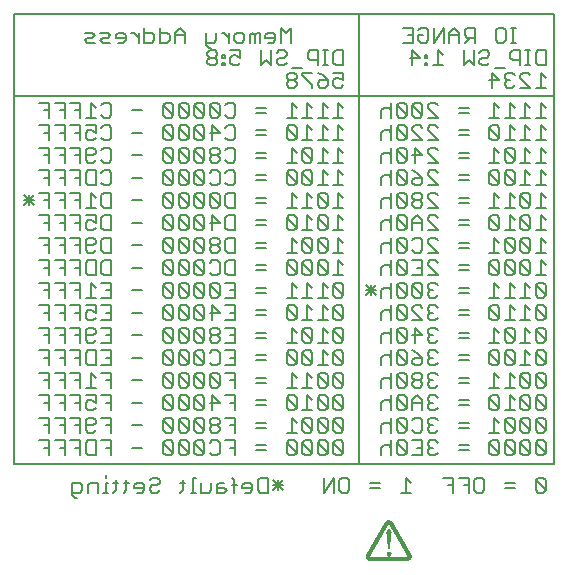
<source format=gbo>
G75*
G70*
%OFA0B0*%
%FSLAX24Y24*%
%IPPOS*%
%LPD*%
%AMOC8*
5,1,8,0,0,1.08239X$1,22.5*
%
%ADD10C,0.0060*%
%ADD11C,0.0050*%
%ADD12R,0.0006X0.0006*%
%ADD13R,0.0006X0.0006*%
%ADD14R,0.0006X0.0006*%
%ADD15R,0.0006X0.0006*%
D10*
X032400Y016301D02*
X032734Y016301D01*
X032734Y015801D01*
X032734Y016051D02*
X032567Y016051D01*
X032916Y016301D02*
X033250Y016301D01*
X033250Y015801D01*
X033250Y016051D02*
X033083Y016051D01*
X033432Y016301D02*
X033765Y016301D01*
X033765Y015801D01*
X033947Y015884D02*
X033947Y016218D01*
X034031Y016301D01*
X034281Y016301D01*
X034281Y015801D01*
X034031Y015801D01*
X033947Y015884D01*
X033765Y016051D02*
X033599Y016051D01*
X033765Y016551D02*
X033765Y017051D01*
X033432Y017051D01*
X033250Y017051D02*
X032916Y017051D01*
X032734Y017051D02*
X032400Y017051D01*
X032567Y016801D02*
X032734Y016801D01*
X032734Y016551D02*
X032734Y017051D01*
X032734Y017301D02*
X032734Y017801D01*
X032400Y017801D01*
X032567Y017551D02*
X032734Y017551D01*
X032916Y017801D02*
X033250Y017801D01*
X033250Y017301D01*
X033250Y017051D02*
X033250Y016551D01*
X033250Y016801D02*
X033083Y016801D01*
X033599Y016801D02*
X033765Y016801D01*
X033947Y016801D02*
X034198Y016801D01*
X034281Y016884D01*
X034281Y016968D01*
X034198Y017051D01*
X034031Y017051D01*
X033947Y016968D01*
X033947Y016634D01*
X034031Y016551D01*
X034198Y016551D01*
X034281Y016634D01*
X034463Y016301D02*
X034797Y016301D01*
X034797Y015801D01*
X034797Y016051D02*
X034630Y016051D01*
X034797Y016551D02*
X034797Y017051D01*
X034463Y017051D01*
X034630Y016801D02*
X034797Y016801D01*
X034797Y017301D02*
X034797Y017801D01*
X034463Y017801D01*
X034281Y017801D02*
X034281Y017551D01*
X034114Y017634D01*
X034031Y017634D01*
X033947Y017551D01*
X033947Y017384D01*
X034031Y017301D01*
X034198Y017301D01*
X034281Y017384D01*
X034630Y017551D02*
X034797Y017551D01*
X034797Y018051D02*
X034797Y018551D01*
X034463Y018551D01*
X034281Y018384D02*
X034114Y018551D01*
X034114Y018051D01*
X034281Y018051D02*
X033947Y018051D01*
X033765Y018051D02*
X033765Y018551D01*
X033432Y018551D01*
X033250Y018551D02*
X032916Y018551D01*
X032734Y018551D02*
X032400Y018551D01*
X032567Y018301D02*
X032734Y018301D01*
X032734Y018051D02*
X032734Y018551D01*
X032734Y018801D02*
X032734Y019301D01*
X032400Y019301D01*
X032567Y019051D02*
X032734Y019051D01*
X032916Y019301D02*
X033250Y019301D01*
X033250Y018801D01*
X033250Y018551D02*
X033250Y018051D01*
X033250Y018301D02*
X033083Y018301D01*
X033599Y018301D02*
X033765Y018301D01*
X033765Y017801D02*
X033432Y017801D01*
X033599Y017551D02*
X033765Y017551D01*
X033765Y017301D02*
X033765Y017801D01*
X033947Y017801D02*
X034281Y017801D01*
X034630Y018301D02*
X034797Y018301D01*
X035494Y018301D02*
X035828Y018301D01*
X036526Y018468D02*
X036859Y018134D01*
X036776Y018051D01*
X036609Y018051D01*
X036526Y018134D01*
X036526Y018468D01*
X036609Y018551D01*
X036776Y018551D01*
X036859Y018468D01*
X036859Y018134D01*
X037041Y018134D02*
X037041Y018468D01*
X037375Y018134D01*
X037291Y018051D01*
X037125Y018051D01*
X037041Y018134D01*
X037041Y018468D02*
X037125Y018551D01*
X037291Y018551D01*
X037375Y018468D01*
X037375Y018134D01*
X037557Y018134D02*
X037640Y018051D01*
X037807Y018051D01*
X037890Y018134D01*
X037557Y018468D01*
X037557Y018134D01*
X037890Y018134D02*
X037890Y018468D01*
X037807Y018551D01*
X037640Y018551D01*
X037557Y018468D01*
X037640Y018801D02*
X037807Y018801D01*
X037890Y018884D01*
X037557Y019218D01*
X037557Y018884D01*
X037640Y018801D01*
X037890Y018884D02*
X037890Y019218D01*
X037807Y019301D01*
X037640Y019301D01*
X037557Y019218D01*
X037375Y019218D02*
X037291Y019301D01*
X037125Y019301D01*
X037041Y019218D01*
X037375Y018884D01*
X037291Y018801D01*
X037125Y018801D01*
X037041Y018884D01*
X037041Y019218D01*
X036859Y019218D02*
X036776Y019301D01*
X036609Y019301D01*
X036526Y019218D01*
X036859Y018884D01*
X036776Y018801D01*
X036609Y018801D01*
X036526Y018884D01*
X036526Y019218D01*
X036859Y019218D02*
X036859Y018884D01*
X037375Y018884D02*
X037375Y019218D01*
X037291Y019551D02*
X037375Y019634D01*
X037041Y019968D01*
X037041Y019634D01*
X037125Y019551D01*
X037291Y019551D01*
X037375Y019634D02*
X037375Y019968D01*
X037291Y020051D01*
X037125Y020051D01*
X037041Y019968D01*
X036859Y019968D02*
X036859Y019634D01*
X036526Y019968D01*
X036526Y019634D01*
X036609Y019551D01*
X036776Y019551D01*
X036859Y019634D01*
X036859Y019968D02*
X036776Y020051D01*
X036609Y020051D01*
X036526Y019968D01*
X036609Y020301D02*
X036776Y020301D01*
X036859Y020384D01*
X036526Y020718D01*
X036526Y020384D01*
X036609Y020301D01*
X036859Y020384D02*
X036859Y020718D01*
X036776Y020801D01*
X036609Y020801D01*
X036526Y020718D01*
X036609Y021051D02*
X036776Y021051D01*
X036859Y021134D01*
X036526Y021468D01*
X036526Y021134D01*
X036609Y021051D01*
X036859Y021134D02*
X036859Y021468D01*
X036776Y021551D01*
X036609Y021551D01*
X036526Y021468D01*
X036609Y021801D02*
X036776Y021801D01*
X036859Y021884D01*
X036526Y022218D01*
X036526Y021884D01*
X036609Y021801D01*
X036859Y021884D02*
X036859Y022218D01*
X036776Y022301D01*
X036609Y022301D01*
X036526Y022218D01*
X036609Y022551D02*
X036776Y022551D01*
X036859Y022634D01*
X036526Y022968D01*
X036526Y022634D01*
X036609Y022551D01*
X036859Y022634D02*
X036859Y022968D01*
X036776Y023051D01*
X036609Y023051D01*
X036526Y022968D01*
X036609Y023301D02*
X036776Y023301D01*
X036859Y023384D01*
X036526Y023718D01*
X036526Y023384D01*
X036609Y023301D01*
X036859Y023384D02*
X036859Y023718D01*
X036776Y023801D01*
X036609Y023801D01*
X036526Y023718D01*
X036609Y024051D02*
X036776Y024051D01*
X036859Y024134D01*
X036526Y024468D01*
X036526Y024134D01*
X036609Y024051D01*
X036859Y024134D02*
X036859Y024468D01*
X036776Y024551D01*
X036609Y024551D01*
X036526Y024468D01*
X036609Y024801D02*
X036776Y024801D01*
X036859Y024884D01*
X036526Y025218D01*
X036526Y024884D01*
X036609Y024801D01*
X036859Y024884D02*
X036859Y025218D01*
X036776Y025301D01*
X036609Y025301D01*
X036526Y025218D01*
X036609Y025551D02*
X036776Y025551D01*
X036859Y025634D01*
X036526Y025968D01*
X036526Y025634D01*
X036609Y025551D01*
X036859Y025634D02*
X036859Y025968D01*
X036776Y026051D01*
X036609Y026051D01*
X036526Y025968D01*
X036609Y026301D02*
X036776Y026301D01*
X036859Y026384D01*
X036526Y026718D01*
X036526Y026384D01*
X036609Y026301D01*
X036859Y026384D02*
X036859Y026718D01*
X036776Y026801D01*
X036609Y026801D01*
X036526Y026718D01*
X036609Y027051D02*
X036776Y027051D01*
X036859Y027134D01*
X036526Y027468D01*
X036526Y027134D01*
X036609Y027051D01*
X036859Y027134D02*
X036859Y027468D01*
X036776Y027551D01*
X036609Y027551D01*
X036526Y027468D01*
X037041Y027468D02*
X037125Y027551D01*
X037291Y027551D01*
X037375Y027468D01*
X037375Y027134D01*
X037041Y027468D01*
X037041Y027134D01*
X037125Y027051D01*
X037291Y027051D01*
X037375Y027134D01*
X037557Y027134D02*
X037640Y027051D01*
X037807Y027051D01*
X037890Y027134D01*
X037557Y027468D01*
X037557Y027134D01*
X037890Y027134D02*
X037890Y027468D01*
X037807Y027551D01*
X037640Y027551D01*
X037557Y027468D01*
X038072Y027468D02*
X038156Y027551D01*
X038323Y027551D01*
X038406Y027468D01*
X038406Y027134D01*
X038072Y027468D01*
X038072Y027134D01*
X038156Y027051D01*
X038323Y027051D01*
X038406Y027134D01*
X038588Y027134D02*
X038671Y027051D01*
X038838Y027051D01*
X038922Y027134D01*
X038922Y027468D01*
X038838Y027551D01*
X038671Y027551D01*
X038588Y027468D01*
X038671Y026801D02*
X038838Y026801D01*
X038922Y026718D01*
X038922Y026384D01*
X038838Y026301D01*
X038671Y026301D01*
X038588Y026384D01*
X038406Y026551D02*
X038072Y026551D01*
X037890Y026718D02*
X037807Y026801D01*
X037640Y026801D01*
X037557Y026718D01*
X037890Y026384D01*
X037807Y026301D01*
X037640Y026301D01*
X037557Y026384D01*
X037557Y026718D01*
X037375Y026718D02*
X037291Y026801D01*
X037125Y026801D01*
X037041Y026718D01*
X037375Y026384D01*
X037291Y026301D01*
X037125Y026301D01*
X037041Y026384D01*
X037041Y026718D01*
X037375Y026718D02*
X037375Y026384D01*
X037291Y026051D02*
X037125Y026051D01*
X037041Y025968D01*
X037375Y025634D01*
X037291Y025551D01*
X037125Y025551D01*
X037041Y025634D01*
X037041Y025968D01*
X037291Y026051D02*
X037375Y025968D01*
X037375Y025634D01*
X037557Y025634D02*
X037640Y025551D01*
X037807Y025551D01*
X037890Y025634D01*
X037557Y025968D01*
X037557Y025634D01*
X037890Y025634D02*
X037890Y025968D01*
X037807Y026051D01*
X037640Y026051D01*
X037557Y025968D01*
X038072Y025968D02*
X038156Y026051D01*
X038323Y026051D01*
X038406Y025968D01*
X038406Y025884D01*
X038323Y025801D01*
X038156Y025801D01*
X038072Y025717D01*
X038072Y025634D01*
X038156Y025551D01*
X038323Y025551D01*
X038406Y025634D01*
X038406Y025717D01*
X038323Y025801D01*
X038156Y025801D02*
X038072Y025884D01*
X038072Y025968D01*
X038156Y026301D02*
X038156Y026801D01*
X038406Y026551D01*
X038588Y026718D02*
X038671Y026801D01*
X038671Y026051D02*
X038838Y026051D01*
X038922Y025968D01*
X038922Y025634D01*
X038838Y025551D01*
X038671Y025551D01*
X038588Y025634D01*
X038588Y025968D02*
X038671Y026051D01*
X037890Y026384D02*
X037890Y026718D01*
X037807Y025301D02*
X037640Y025301D01*
X037557Y025218D01*
X037890Y024884D01*
X037807Y024801D01*
X037640Y024801D01*
X037557Y024884D01*
X037557Y025218D01*
X037375Y025218D02*
X037291Y025301D01*
X037125Y025301D01*
X037041Y025218D01*
X037375Y024884D01*
X037291Y024801D01*
X037125Y024801D01*
X037041Y024884D01*
X037041Y025218D01*
X037375Y025218D02*
X037375Y024884D01*
X037291Y024551D02*
X037125Y024551D01*
X037041Y024468D01*
X037375Y024134D01*
X037291Y024051D01*
X037125Y024051D01*
X037041Y024134D01*
X037041Y024468D01*
X037291Y024551D02*
X037375Y024468D01*
X037375Y024134D01*
X037557Y024134D02*
X037640Y024051D01*
X037807Y024051D01*
X037890Y024134D01*
X037557Y024468D01*
X037557Y024134D01*
X037890Y024134D02*
X037890Y024468D01*
X037807Y024551D01*
X037640Y024551D01*
X037557Y024468D01*
X038072Y024468D02*
X038406Y024134D01*
X038323Y024051D01*
X038156Y024051D01*
X038072Y024134D01*
X038072Y024468D01*
X038156Y024551D01*
X038323Y024551D01*
X038406Y024468D01*
X038406Y024134D01*
X038588Y024134D02*
X038588Y024468D01*
X038671Y024551D01*
X038922Y024551D01*
X038922Y024051D01*
X038671Y024051D01*
X038588Y024134D01*
X038671Y023801D02*
X038922Y023801D01*
X038922Y023301D01*
X038671Y023301D01*
X038588Y023384D01*
X038588Y023718D01*
X038671Y023801D01*
X038406Y023551D02*
X038072Y023551D01*
X037890Y023384D02*
X037890Y023718D01*
X037807Y023801D01*
X037640Y023801D01*
X037557Y023718D01*
X037890Y023384D01*
X037807Y023301D01*
X037640Y023301D01*
X037557Y023384D01*
X037557Y023718D01*
X037375Y023718D02*
X037291Y023801D01*
X037125Y023801D01*
X037041Y023718D01*
X037375Y023384D01*
X037291Y023301D01*
X037125Y023301D01*
X037041Y023384D01*
X037041Y023718D01*
X037375Y023718D02*
X037375Y023384D01*
X037291Y023051D02*
X037125Y023051D01*
X037041Y022968D01*
X037375Y022634D01*
X037291Y022551D01*
X037125Y022551D01*
X037041Y022634D01*
X037041Y022968D01*
X037291Y023051D02*
X037375Y022968D01*
X037375Y022634D01*
X037557Y022634D02*
X037640Y022551D01*
X037807Y022551D01*
X037890Y022634D01*
X037557Y022968D01*
X037557Y022634D01*
X037890Y022634D02*
X037890Y022968D01*
X037807Y023051D01*
X037640Y023051D01*
X037557Y022968D01*
X038072Y022968D02*
X038072Y022884D01*
X038156Y022801D01*
X038323Y022801D01*
X038406Y022884D01*
X038406Y022968D01*
X038323Y023051D01*
X038156Y023051D01*
X038072Y022968D01*
X038156Y022801D02*
X038072Y022717D01*
X038072Y022634D01*
X038156Y022551D01*
X038323Y022551D01*
X038406Y022634D01*
X038406Y022717D01*
X038323Y022801D01*
X038588Y022968D02*
X038671Y023051D01*
X038922Y023051D01*
X038922Y022551D01*
X038671Y022551D01*
X038588Y022634D01*
X038588Y022968D01*
X038156Y023301D02*
X038156Y023801D01*
X038406Y023551D01*
X039619Y023467D02*
X039953Y023467D01*
X039953Y023634D02*
X039619Y023634D01*
X039619Y024217D02*
X039953Y024217D01*
X039953Y024384D02*
X039619Y024384D01*
X039619Y024967D02*
X039953Y024967D01*
X039953Y025134D02*
X039619Y025134D01*
X039619Y025717D02*
X039953Y025717D01*
X039953Y025884D02*
X039619Y025884D01*
X039619Y026467D02*
X039953Y026467D01*
X039953Y026634D02*
X039619Y026634D01*
X039619Y027217D02*
X039953Y027217D01*
X039953Y027384D02*
X039619Y027384D01*
X040651Y027051D02*
X040984Y027051D01*
X040817Y027051D02*
X040817Y027551D01*
X040984Y027384D01*
X041166Y027051D02*
X041500Y027051D01*
X041333Y027051D02*
X041333Y027551D01*
X041500Y027384D01*
X041682Y027051D02*
X042015Y027051D01*
X041849Y027051D02*
X041849Y027551D01*
X042015Y027384D01*
X042197Y027051D02*
X042531Y027051D01*
X042364Y027051D02*
X042364Y027551D01*
X042531Y027384D01*
X042364Y026801D02*
X042364Y026301D01*
X042531Y026301D02*
X042197Y026301D01*
X042015Y026301D02*
X041682Y026301D01*
X041849Y026301D02*
X041849Y026801D01*
X042015Y026634D01*
X042364Y026801D02*
X042531Y026634D01*
X042364Y026051D02*
X042364Y025551D01*
X042531Y025551D02*
X042197Y025551D01*
X042015Y025551D02*
X041682Y025551D01*
X041849Y025551D02*
X041849Y026051D01*
X042015Y025884D01*
X042364Y026051D02*
X042531Y025884D01*
X042364Y025301D02*
X042364Y024801D01*
X042531Y024801D02*
X042197Y024801D01*
X042015Y024801D02*
X041682Y024801D01*
X041849Y024801D02*
X041849Y025301D01*
X042015Y025134D01*
X042364Y025301D02*
X042531Y025134D01*
X042364Y024551D02*
X042364Y024051D01*
X042531Y024051D02*
X042197Y024051D01*
X042015Y024134D02*
X041932Y024051D01*
X041765Y024051D01*
X041682Y024134D01*
X041682Y024468D01*
X042015Y024134D01*
X042015Y024468D01*
X041932Y024551D01*
X041765Y024551D01*
X041682Y024468D01*
X041500Y024384D02*
X041333Y024551D01*
X041333Y024051D01*
X041500Y024051D02*
X041166Y024051D01*
X040984Y024051D02*
X040651Y024051D01*
X040817Y024051D02*
X040817Y024551D01*
X040984Y024384D01*
X040901Y024801D02*
X040984Y024884D01*
X040651Y025218D01*
X040651Y024884D01*
X040734Y024801D01*
X040901Y024801D01*
X040984Y024884D02*
X040984Y025218D01*
X040901Y025301D01*
X040734Y025301D01*
X040651Y025218D01*
X040651Y025551D02*
X040984Y025551D01*
X040817Y025551D02*
X040817Y026051D01*
X040984Y025884D01*
X041166Y025968D02*
X041500Y025634D01*
X041416Y025551D01*
X041250Y025551D01*
X041166Y025634D01*
X041166Y025968D01*
X041250Y026051D01*
X041416Y026051D01*
X041500Y025968D01*
X041500Y025634D01*
X041416Y025301D02*
X041250Y025301D01*
X041166Y025218D01*
X041500Y024884D01*
X041416Y024801D01*
X041250Y024801D01*
X041166Y024884D01*
X041166Y025218D01*
X041416Y025301D02*
X041500Y025218D01*
X041500Y024884D01*
X042364Y024551D02*
X042531Y024384D01*
X042364Y023801D02*
X042364Y023301D01*
X042531Y023301D02*
X042197Y023301D01*
X042015Y023384D02*
X041682Y023718D01*
X041682Y023384D01*
X041765Y023301D01*
X041932Y023301D01*
X042015Y023384D01*
X042015Y023718D01*
X041932Y023801D01*
X041765Y023801D01*
X041682Y023718D01*
X041500Y023634D02*
X041333Y023801D01*
X041333Y023301D01*
X041500Y023301D02*
X041166Y023301D01*
X040984Y023384D02*
X040651Y023718D01*
X040651Y023384D01*
X040734Y023301D01*
X040901Y023301D01*
X040984Y023384D01*
X040984Y023718D01*
X040901Y023801D01*
X040734Y023801D01*
X040651Y023718D01*
X040817Y023051D02*
X040817Y022551D01*
X040651Y022551D02*
X040984Y022551D01*
X041166Y022634D02*
X041250Y022551D01*
X041416Y022551D01*
X041500Y022634D01*
X041166Y022968D01*
X041166Y022634D01*
X040984Y022884D02*
X040817Y023051D01*
X041166Y022968D02*
X041250Y023051D01*
X041416Y023051D01*
X041500Y022968D01*
X041500Y022634D01*
X041682Y022634D02*
X041682Y022968D01*
X042015Y022634D01*
X041932Y022551D01*
X041765Y022551D01*
X041682Y022634D01*
X042015Y022634D02*
X042015Y022968D01*
X041932Y023051D01*
X041765Y023051D01*
X041682Y022968D01*
X042197Y022551D02*
X042531Y022551D01*
X042364Y022551D02*
X042364Y023051D01*
X042531Y022884D01*
X042364Y022301D02*
X042364Y021801D01*
X042531Y021801D02*
X042197Y021801D01*
X042015Y021884D02*
X041682Y022218D01*
X041682Y021884D01*
X041765Y021801D01*
X041932Y021801D01*
X042015Y021884D01*
X042015Y022218D01*
X041932Y022301D01*
X041765Y022301D01*
X041682Y022218D01*
X041500Y022218D02*
X041500Y021884D01*
X041166Y022218D01*
X041166Y021884D01*
X041250Y021801D01*
X041416Y021801D01*
X041500Y021884D01*
X041500Y022218D02*
X041416Y022301D01*
X041250Y022301D01*
X041166Y022218D01*
X040984Y022218D02*
X040901Y022301D01*
X040734Y022301D01*
X040651Y022218D01*
X040984Y021884D01*
X040901Y021801D01*
X040734Y021801D01*
X040651Y021884D01*
X040651Y022218D01*
X040984Y022218D02*
X040984Y021884D01*
X040817Y021551D02*
X040817Y021051D01*
X040651Y021051D02*
X040984Y021051D01*
X041166Y021051D02*
X041500Y021051D01*
X041333Y021051D02*
X041333Y021551D01*
X041500Y021384D01*
X041682Y021051D02*
X042015Y021051D01*
X041849Y021051D02*
X041849Y021551D01*
X042015Y021384D01*
X042197Y021468D02*
X042531Y021134D01*
X042448Y021051D01*
X042281Y021051D01*
X042197Y021134D01*
X042197Y021468D01*
X042281Y021551D01*
X042448Y021551D01*
X042531Y021468D01*
X042531Y021134D01*
X042448Y020801D02*
X042281Y020801D01*
X042197Y020718D01*
X042531Y020384D01*
X042448Y020301D01*
X042281Y020301D01*
X042197Y020384D01*
X042197Y020718D01*
X042015Y020634D02*
X041849Y020801D01*
X041849Y020301D01*
X042015Y020301D02*
X041682Y020301D01*
X041500Y020301D02*
X041166Y020301D01*
X041333Y020301D02*
X041333Y020801D01*
X041500Y020634D01*
X040984Y020718D02*
X040901Y020801D01*
X040734Y020801D01*
X040651Y020718D01*
X040984Y020384D01*
X040901Y020301D01*
X040734Y020301D01*
X040651Y020384D01*
X040651Y020718D01*
X040984Y020718D02*
X040984Y020384D01*
X040817Y020051D02*
X040817Y019551D01*
X040651Y019551D02*
X040984Y019551D01*
X041166Y019634D02*
X041250Y019551D01*
X041416Y019551D01*
X041500Y019634D01*
X041166Y019968D01*
X041166Y019634D01*
X040984Y019884D02*
X040817Y020051D01*
X041166Y019968D02*
X041250Y020051D01*
X041416Y020051D01*
X041500Y019968D01*
X041500Y019634D01*
X041682Y019551D02*
X042015Y019551D01*
X041849Y019551D02*
X041849Y020051D01*
X042015Y019884D01*
X042197Y019968D02*
X042531Y019634D01*
X042448Y019551D01*
X042281Y019551D01*
X042197Y019634D01*
X042197Y019968D01*
X042281Y020051D01*
X042448Y020051D01*
X042531Y019968D01*
X042531Y019634D01*
X042448Y019301D02*
X042281Y019301D01*
X042197Y019218D01*
X042531Y018884D01*
X042448Y018801D01*
X042281Y018801D01*
X042197Y018884D01*
X042197Y019218D01*
X042015Y019134D02*
X041849Y019301D01*
X041849Y018801D01*
X042015Y018801D02*
X041682Y018801D01*
X041500Y018884D02*
X041166Y019218D01*
X041166Y018884D01*
X041250Y018801D01*
X041416Y018801D01*
X041500Y018884D01*
X041500Y019218D01*
X041416Y019301D01*
X041250Y019301D01*
X041166Y019218D01*
X040984Y019218D02*
X040901Y019301D01*
X040734Y019301D01*
X040651Y019218D01*
X040984Y018884D01*
X040901Y018801D01*
X040734Y018801D01*
X040651Y018884D01*
X040651Y019218D01*
X040984Y019218D02*
X040984Y018884D01*
X040817Y018551D02*
X040817Y018051D01*
X040651Y018051D02*
X040984Y018051D01*
X041166Y018051D02*
X041500Y018051D01*
X041333Y018051D02*
X041333Y018551D01*
X041500Y018384D01*
X041682Y018468D02*
X042015Y018134D01*
X041932Y018051D01*
X041765Y018051D01*
X041682Y018134D01*
X041682Y018468D01*
X041765Y018551D01*
X041932Y018551D01*
X042015Y018468D01*
X042015Y018134D01*
X042197Y018134D02*
X042281Y018051D01*
X042448Y018051D01*
X042531Y018134D01*
X042197Y018468D01*
X042197Y018134D01*
X042197Y018468D02*
X042281Y018551D01*
X042448Y018551D01*
X042531Y018468D01*
X042531Y018134D01*
X042448Y017801D02*
X042281Y017801D01*
X042197Y017718D01*
X042531Y017384D01*
X042448Y017301D01*
X042281Y017301D01*
X042197Y017384D01*
X042197Y017718D01*
X042015Y017718D02*
X041932Y017801D01*
X041765Y017801D01*
X041682Y017718D01*
X042015Y017384D01*
X041932Y017301D01*
X041765Y017301D01*
X041682Y017384D01*
X041682Y017718D01*
X041500Y017634D02*
X041333Y017801D01*
X041333Y017301D01*
X041500Y017301D02*
X041166Y017301D01*
X040984Y017384D02*
X040651Y017718D01*
X040651Y017384D01*
X040734Y017301D01*
X040901Y017301D01*
X040984Y017384D01*
X040984Y017718D01*
X040901Y017801D01*
X040734Y017801D01*
X040651Y017718D01*
X040817Y017051D02*
X040817Y016551D01*
X040651Y016551D02*
X040984Y016551D01*
X041166Y016634D02*
X041250Y016551D01*
X041416Y016551D01*
X041500Y016634D01*
X041166Y016968D01*
X041166Y016634D01*
X040984Y016884D02*
X040817Y017051D01*
X041166Y016968D02*
X041250Y017051D01*
X041416Y017051D01*
X041500Y016968D01*
X041500Y016634D01*
X041682Y016634D02*
X041682Y016968D01*
X042015Y016634D01*
X041932Y016551D01*
X041765Y016551D01*
X041682Y016634D01*
X042015Y016634D02*
X042015Y016968D01*
X041932Y017051D01*
X041765Y017051D01*
X041682Y016968D01*
X042197Y016968D02*
X042531Y016634D01*
X042448Y016551D01*
X042281Y016551D01*
X042197Y016634D01*
X042197Y016968D01*
X042281Y017051D01*
X042448Y017051D01*
X042531Y016968D01*
X042531Y016634D01*
X042448Y016301D02*
X042281Y016301D01*
X042197Y016218D01*
X042531Y015884D01*
X042448Y015801D01*
X042281Y015801D01*
X042197Y015884D01*
X042197Y016218D01*
X042015Y016218D02*
X041932Y016301D01*
X041765Y016301D01*
X041682Y016218D01*
X042015Y015884D01*
X041932Y015801D01*
X041765Y015801D01*
X041682Y015884D01*
X041682Y016218D01*
X041500Y016218D02*
X041500Y015884D01*
X041166Y016218D01*
X041166Y015884D01*
X041250Y015801D01*
X041416Y015801D01*
X041500Y015884D01*
X041500Y016218D02*
X041416Y016301D01*
X041250Y016301D01*
X041166Y016218D01*
X040984Y016218D02*
X040901Y016301D01*
X040734Y016301D01*
X040651Y016218D01*
X040984Y015884D01*
X040901Y015801D01*
X040734Y015801D01*
X040651Y015884D01*
X040651Y016218D01*
X040984Y016218D02*
X040984Y015884D01*
X040531Y014968D02*
X040197Y014634D01*
X040197Y014801D02*
X040531Y014801D01*
X040531Y014634D02*
X040197Y014968D01*
X040364Y014968D02*
X040364Y014634D01*
X040015Y014551D02*
X040015Y015051D01*
X039765Y015051D01*
X039682Y014968D01*
X039682Y014634D01*
X039765Y014551D01*
X040015Y014551D01*
X039500Y014634D02*
X039500Y014801D01*
X039416Y014884D01*
X039250Y014884D01*
X039166Y014801D01*
X039166Y014717D01*
X039500Y014717D01*
X039500Y014634D02*
X039416Y014551D01*
X039250Y014551D01*
X038901Y014551D02*
X038901Y014968D01*
X038817Y015051D01*
X038817Y014801D02*
X038984Y014801D01*
X038640Y014634D02*
X038557Y014717D01*
X038307Y014717D01*
X038307Y014801D02*
X038307Y014551D01*
X038557Y014551D01*
X038640Y014634D01*
X038557Y014884D02*
X038390Y014884D01*
X038307Y014801D01*
X038125Y014884D02*
X038125Y014634D01*
X038041Y014551D01*
X037791Y014551D01*
X037791Y014884D01*
X037609Y015051D02*
X037526Y015051D01*
X037526Y014551D01*
X037609Y014551D02*
X037442Y014551D01*
X037182Y014634D02*
X037099Y014551D01*
X037182Y014634D02*
X037182Y014968D01*
X037265Y014884D02*
X037099Y014884D01*
X036406Y014884D02*
X036406Y014968D01*
X036323Y015051D01*
X036156Y015051D01*
X036072Y014968D01*
X036156Y014801D02*
X036072Y014717D01*
X036072Y014634D01*
X036156Y014551D01*
X036323Y014551D01*
X036406Y014634D01*
X036323Y014801D02*
X036406Y014884D01*
X036323Y014801D02*
X036156Y014801D01*
X035890Y014801D02*
X035807Y014884D01*
X035640Y014884D01*
X035557Y014801D01*
X035557Y014717D01*
X035890Y014717D01*
X035890Y014634D02*
X035890Y014801D01*
X035890Y014634D02*
X035807Y014551D01*
X035640Y014551D01*
X035291Y014634D02*
X035208Y014551D01*
X035291Y014634D02*
X035291Y014968D01*
X035375Y014884D02*
X035208Y014884D01*
X035031Y014884D02*
X034864Y014884D01*
X034948Y014968D02*
X034948Y014634D01*
X034864Y014551D01*
X034687Y014551D02*
X034521Y014551D01*
X034604Y014551D02*
X034604Y014884D01*
X034687Y014884D01*
X034604Y015051D02*
X034604Y015135D01*
X034344Y014884D02*
X034093Y014884D01*
X034010Y014801D01*
X034010Y014551D01*
X033828Y014634D02*
X033745Y014551D01*
X033494Y014551D01*
X033494Y014467D02*
X033494Y014884D01*
X033745Y014884D01*
X033828Y014801D01*
X033828Y014634D01*
X033661Y014384D02*
X033578Y014384D01*
X033494Y014467D01*
X034344Y014551D02*
X034344Y014884D01*
X035494Y016051D02*
X035828Y016051D01*
X036526Y016218D02*
X036859Y015884D01*
X036776Y015801D01*
X036609Y015801D01*
X036526Y015884D01*
X036526Y016218D01*
X036609Y016301D01*
X036776Y016301D01*
X036859Y016218D01*
X036859Y015884D01*
X037041Y015884D02*
X037041Y016218D01*
X037375Y015884D01*
X037291Y015801D01*
X037125Y015801D01*
X037041Y015884D01*
X037041Y016218D02*
X037125Y016301D01*
X037291Y016301D01*
X037375Y016218D01*
X037375Y015884D01*
X037557Y015884D02*
X037640Y015801D01*
X037807Y015801D01*
X037890Y015884D01*
X037557Y016218D01*
X037557Y015884D01*
X037890Y015884D02*
X037890Y016218D01*
X037807Y016301D01*
X037640Y016301D01*
X037557Y016218D01*
X037640Y016551D02*
X037807Y016551D01*
X037890Y016634D01*
X037557Y016968D01*
X037557Y016634D01*
X037640Y016551D01*
X037890Y016634D02*
X037890Y016968D01*
X037807Y017051D01*
X037640Y017051D01*
X037557Y016968D01*
X037375Y016968D02*
X037291Y017051D01*
X037125Y017051D01*
X037041Y016968D01*
X037375Y016634D01*
X037291Y016551D01*
X037125Y016551D01*
X037041Y016634D01*
X037041Y016968D01*
X036859Y016968D02*
X036859Y016634D01*
X036526Y016968D01*
X036526Y016634D01*
X036609Y016551D01*
X036776Y016551D01*
X036859Y016634D01*
X036859Y016968D02*
X036776Y017051D01*
X036609Y017051D01*
X036526Y016968D01*
X036609Y017301D02*
X036776Y017301D01*
X036859Y017384D01*
X036526Y017718D01*
X036526Y017384D01*
X036609Y017301D01*
X036859Y017384D02*
X036859Y017718D01*
X036776Y017801D01*
X036609Y017801D01*
X036526Y017718D01*
X037041Y017718D02*
X037375Y017384D01*
X037291Y017301D01*
X037125Y017301D01*
X037041Y017384D01*
X037041Y017718D01*
X037125Y017801D01*
X037291Y017801D01*
X037375Y017718D01*
X037375Y017384D01*
X037557Y017384D02*
X037640Y017301D01*
X037807Y017301D01*
X037890Y017384D01*
X037557Y017718D01*
X037557Y017384D01*
X037890Y017384D02*
X037890Y017718D01*
X037807Y017801D01*
X037640Y017801D01*
X037557Y017718D01*
X038072Y017551D02*
X038406Y017551D01*
X038156Y017801D01*
X038156Y017301D01*
X038156Y017051D02*
X038072Y016968D01*
X038072Y016884D01*
X038156Y016801D01*
X038323Y016801D01*
X038406Y016884D01*
X038406Y016968D01*
X038323Y017051D01*
X038156Y017051D01*
X038156Y016801D02*
X038072Y016717D01*
X038072Y016634D01*
X038156Y016551D01*
X038323Y016551D01*
X038406Y016634D01*
X038406Y016717D01*
X038323Y016801D01*
X038588Y017051D02*
X038922Y017051D01*
X038922Y016551D01*
X038922Y016301D02*
X038588Y016301D01*
X038406Y016218D02*
X038406Y015884D01*
X038323Y015801D01*
X038156Y015801D01*
X038072Y015884D01*
X038072Y016218D02*
X038156Y016301D01*
X038323Y016301D01*
X038406Y016218D01*
X038755Y016051D02*
X038922Y016051D01*
X038922Y015801D02*
X038922Y016301D01*
X038922Y016801D02*
X038755Y016801D01*
X038922Y017301D02*
X038922Y017801D01*
X038588Y017801D01*
X038755Y017551D02*
X038922Y017551D01*
X038922Y018051D02*
X038922Y018551D01*
X038588Y018551D01*
X038406Y018468D02*
X038323Y018551D01*
X038156Y018551D01*
X038072Y018468D01*
X038406Y018134D01*
X038323Y018051D01*
X038156Y018051D01*
X038072Y018134D01*
X038072Y018468D01*
X038406Y018468D02*
X038406Y018134D01*
X038755Y018301D02*
X038922Y018301D01*
X038922Y018801D02*
X038588Y018801D01*
X038406Y018884D02*
X038323Y018801D01*
X038156Y018801D01*
X038072Y018884D01*
X038072Y019218D02*
X038156Y019301D01*
X038323Y019301D01*
X038406Y019218D01*
X038406Y018884D01*
X038755Y019051D02*
X038922Y019051D01*
X038922Y019301D02*
X038922Y018801D01*
X038922Y019301D02*
X038588Y019301D01*
X038588Y019551D02*
X038922Y019551D01*
X038922Y020051D01*
X038588Y020051D01*
X038406Y019968D02*
X038406Y019884D01*
X038323Y019801D01*
X038156Y019801D01*
X038072Y019717D01*
X038072Y019634D01*
X038156Y019551D01*
X038323Y019551D01*
X038406Y019634D01*
X038406Y019717D01*
X038323Y019801D01*
X038156Y019801D02*
X038072Y019884D01*
X038072Y019968D01*
X038156Y020051D01*
X038323Y020051D01*
X038406Y019968D01*
X038588Y020301D02*
X038922Y020301D01*
X038922Y020801D01*
X038588Y020801D01*
X038588Y021051D02*
X038922Y021051D01*
X038922Y021551D01*
X038588Y021551D01*
X038406Y021468D02*
X038323Y021551D01*
X038156Y021551D01*
X038072Y021468D01*
X038406Y021134D01*
X038323Y021051D01*
X038156Y021051D01*
X038072Y021134D01*
X038072Y021468D01*
X037890Y021468D02*
X037807Y021551D01*
X037640Y021551D01*
X037557Y021468D01*
X037890Y021134D01*
X037807Y021051D01*
X037640Y021051D01*
X037557Y021134D01*
X037557Y021468D01*
X037375Y021468D02*
X037291Y021551D01*
X037125Y021551D01*
X037041Y021468D01*
X037375Y021134D01*
X037291Y021051D01*
X037125Y021051D01*
X037041Y021134D01*
X037041Y021468D01*
X037375Y021468D02*
X037375Y021134D01*
X037291Y020801D02*
X037125Y020801D01*
X037041Y020718D01*
X037375Y020384D01*
X037291Y020301D01*
X037125Y020301D01*
X037041Y020384D01*
X037041Y020718D01*
X037291Y020801D02*
X037375Y020718D01*
X037375Y020384D01*
X037557Y020384D02*
X037640Y020301D01*
X037807Y020301D01*
X037890Y020384D01*
X037557Y020718D01*
X037557Y020384D01*
X037890Y020384D02*
X037890Y020718D01*
X037807Y020801D01*
X037640Y020801D01*
X037557Y020718D01*
X037890Y021134D02*
X037890Y021468D01*
X037807Y021801D02*
X037640Y021801D01*
X037557Y021884D01*
X037557Y022218D01*
X037890Y021884D01*
X037807Y021801D01*
X037890Y021884D02*
X037890Y022218D01*
X037807Y022301D01*
X037640Y022301D01*
X037557Y022218D01*
X037375Y022218D02*
X037291Y022301D01*
X037125Y022301D01*
X037041Y022218D01*
X037375Y021884D01*
X037291Y021801D01*
X037125Y021801D01*
X037041Y021884D01*
X037041Y022218D01*
X037375Y022218D02*
X037375Y021884D01*
X038072Y021884D02*
X038156Y021801D01*
X038323Y021801D01*
X038406Y021884D01*
X038406Y022218D01*
X038323Y022301D01*
X038156Y022301D01*
X038072Y022218D01*
X038588Y022218D02*
X038588Y021884D01*
X038671Y021801D01*
X038922Y021801D01*
X038922Y022301D01*
X038671Y022301D01*
X038588Y022218D01*
X038406Y021468D02*
X038406Y021134D01*
X038755Y021301D02*
X038922Y021301D01*
X038406Y020551D02*
X038156Y020801D01*
X038156Y020301D01*
X038072Y020551D02*
X038406Y020551D01*
X038755Y020551D02*
X038922Y020551D01*
X038922Y019801D02*
X038755Y019801D01*
X037890Y019634D02*
X037890Y019968D01*
X037807Y020051D01*
X037640Y020051D01*
X037557Y019968D01*
X037890Y019634D01*
X037807Y019551D01*
X037640Y019551D01*
X037557Y019634D01*
X037557Y019968D01*
X035828Y019801D02*
X035494Y019801D01*
X034797Y019801D02*
X034630Y019801D01*
X034797Y020051D02*
X034797Y019551D01*
X034463Y019551D01*
X034281Y019634D02*
X034198Y019551D01*
X034031Y019551D01*
X033947Y019634D01*
X033947Y019968D01*
X034031Y020051D01*
X034198Y020051D01*
X034281Y019968D01*
X034281Y019884D01*
X034198Y019801D01*
X033947Y019801D01*
X033765Y019801D02*
X033599Y019801D01*
X033765Y020051D02*
X033432Y020051D01*
X033250Y020051D02*
X032916Y020051D01*
X032734Y020051D02*
X032400Y020051D01*
X032567Y019801D02*
X032734Y019801D01*
X032734Y019551D02*
X032734Y020051D01*
X032734Y020301D02*
X032734Y020801D01*
X032400Y020801D01*
X032567Y020551D02*
X032734Y020551D01*
X032916Y020801D02*
X033250Y020801D01*
X033250Y020301D01*
X033250Y020051D02*
X033250Y019551D01*
X033250Y019801D02*
X033083Y019801D01*
X033432Y019301D02*
X033765Y019301D01*
X033765Y018801D01*
X033947Y018884D02*
X033947Y019218D01*
X034031Y019301D01*
X034281Y019301D01*
X034281Y018801D01*
X034031Y018801D01*
X033947Y018884D01*
X033765Y019051D02*
X033599Y019051D01*
X033250Y019051D02*
X033083Y019051D01*
X033765Y019551D02*
X033765Y020051D01*
X033765Y020301D02*
X033765Y020801D01*
X033432Y020801D01*
X033599Y020551D02*
X033765Y020551D01*
X033947Y020551D02*
X033947Y020384D01*
X034031Y020301D01*
X034198Y020301D01*
X034281Y020384D01*
X034281Y020551D02*
X034114Y020634D01*
X034031Y020634D01*
X033947Y020551D01*
X033947Y020801D02*
X034281Y020801D01*
X034281Y020551D01*
X034463Y020801D02*
X034797Y020801D01*
X034797Y020301D01*
X034463Y020301D01*
X034463Y020051D02*
X034797Y020051D01*
X034797Y020551D02*
X034630Y020551D01*
X034797Y021051D02*
X034463Y021051D01*
X034281Y021051D02*
X033947Y021051D01*
X034114Y021051D02*
X034114Y021551D01*
X034281Y021384D01*
X034463Y021551D02*
X034797Y021551D01*
X034797Y021051D01*
X034797Y021301D02*
X034630Y021301D01*
X034546Y021801D02*
X034463Y021884D01*
X034463Y022218D01*
X034546Y022301D01*
X034797Y022301D01*
X034797Y021801D01*
X034546Y021801D01*
X034281Y021801D02*
X034281Y022301D01*
X034031Y022301D01*
X033947Y022218D01*
X033947Y021884D01*
X034031Y021801D01*
X034281Y021801D01*
X033765Y021801D02*
X033765Y022301D01*
X033432Y022301D01*
X033250Y022301D02*
X032916Y022301D01*
X032734Y022301D02*
X032400Y022301D01*
X032567Y022051D02*
X032734Y022051D01*
X032734Y021801D02*
X032734Y022301D01*
X032734Y022551D02*
X032734Y023051D01*
X032400Y023051D01*
X032567Y022801D02*
X032734Y022801D01*
X032916Y023051D02*
X033250Y023051D01*
X033250Y022551D01*
X033250Y022301D02*
X033250Y021801D01*
X033250Y021551D02*
X032916Y021551D01*
X032734Y021551D02*
X032400Y021551D01*
X032567Y021301D02*
X032734Y021301D01*
X032734Y021051D02*
X032734Y021551D01*
X033083Y021301D02*
X033250Y021301D01*
X033250Y021051D02*
X033250Y021551D01*
X033432Y021551D02*
X033765Y021551D01*
X033765Y021051D01*
X033765Y021301D02*
X033599Y021301D01*
X033599Y022051D02*
X033765Y022051D01*
X033765Y022551D02*
X033765Y023051D01*
X033432Y023051D01*
X033599Y022801D02*
X033765Y022801D01*
X033947Y022801D02*
X034198Y022801D01*
X034281Y022884D01*
X034281Y022968D01*
X034198Y023051D01*
X034031Y023051D01*
X033947Y022968D01*
X033947Y022634D01*
X034031Y022551D01*
X034198Y022551D01*
X034281Y022634D01*
X034463Y022634D02*
X034463Y022968D01*
X034546Y023051D01*
X034797Y023051D01*
X034797Y022551D01*
X034546Y022551D01*
X034463Y022634D01*
X035494Y022801D02*
X035828Y022801D01*
X035828Y023551D02*
X035494Y023551D01*
X034797Y023801D02*
X034546Y023801D01*
X034463Y023718D01*
X034463Y023384D01*
X034546Y023301D01*
X034797Y023301D01*
X034797Y023801D01*
X034797Y024051D02*
X034546Y024051D01*
X034463Y024134D01*
X034463Y024468D01*
X034546Y024551D01*
X034797Y024551D01*
X034797Y024051D01*
X034281Y024051D02*
X033947Y024051D01*
X034114Y024051D02*
X034114Y024551D01*
X034281Y024384D01*
X034281Y024801D02*
X034031Y024801D01*
X033947Y024884D01*
X033947Y025218D01*
X034031Y025301D01*
X034281Y025301D01*
X034281Y024801D01*
X034463Y024884D02*
X034546Y024801D01*
X034713Y024801D01*
X034797Y024884D01*
X034797Y025218D01*
X034713Y025301D01*
X034546Y025301D01*
X034463Y025218D01*
X034546Y025551D02*
X034463Y025634D01*
X034546Y025551D02*
X034713Y025551D01*
X034797Y025634D01*
X034797Y025968D01*
X034713Y026051D01*
X034546Y026051D01*
X034463Y025968D01*
X034281Y025968D02*
X034198Y026051D01*
X034031Y026051D01*
X033947Y025968D01*
X033947Y025634D01*
X034031Y025551D01*
X034198Y025551D01*
X034281Y025634D01*
X034198Y025801D02*
X033947Y025801D01*
X033765Y025801D02*
X033599Y025801D01*
X033765Y025551D02*
X033765Y026051D01*
X033432Y026051D01*
X033250Y026051D02*
X032916Y026051D01*
X032734Y026051D02*
X032400Y026051D01*
X032567Y025801D02*
X032734Y025801D01*
X032734Y025551D02*
X032734Y026051D01*
X032734Y026301D02*
X032734Y026801D01*
X032400Y026801D01*
X032567Y026551D02*
X032734Y026551D01*
X032916Y026801D02*
X033250Y026801D01*
X033250Y026301D01*
X033250Y026051D02*
X033250Y025551D01*
X033250Y025301D02*
X032916Y025301D01*
X032734Y025301D02*
X032400Y025301D01*
X032567Y025051D02*
X032734Y025051D01*
X032734Y024801D02*
X032734Y025301D01*
X033083Y025051D02*
X033250Y025051D01*
X033250Y024801D02*
X033250Y025301D01*
X033432Y025301D02*
X033765Y025301D01*
X033765Y024801D01*
X033765Y024551D02*
X033432Y024551D01*
X033250Y024551D02*
X032916Y024551D01*
X032734Y024551D02*
X032400Y024551D01*
X032218Y024468D02*
X031885Y024134D01*
X032052Y024134D02*
X032052Y024468D01*
X031885Y024468D02*
X032218Y024134D01*
X032218Y024301D02*
X031885Y024301D01*
X032567Y024301D02*
X032734Y024301D01*
X032734Y024051D02*
X032734Y024551D01*
X033083Y024301D02*
X033250Y024301D01*
X033250Y024051D02*
X033250Y024551D01*
X033599Y024301D02*
X033765Y024301D01*
X033765Y024051D02*
X033765Y024551D01*
X033765Y025051D02*
X033599Y025051D01*
X033250Y025801D02*
X033083Y025801D01*
X033765Y026301D02*
X033765Y026801D01*
X033432Y026801D01*
X033599Y026551D02*
X033765Y026551D01*
X033947Y026551D02*
X033947Y026384D01*
X034031Y026301D01*
X034198Y026301D01*
X034281Y026384D01*
X034281Y026551D02*
X034114Y026634D01*
X034031Y026634D01*
X033947Y026551D01*
X033947Y026801D02*
X034281Y026801D01*
X034281Y026551D01*
X034463Y026718D02*
X034546Y026801D01*
X034713Y026801D01*
X034797Y026718D01*
X034797Y026384D01*
X034713Y026301D01*
X034546Y026301D01*
X034463Y026384D01*
X034281Y025968D02*
X034281Y025884D01*
X034198Y025801D01*
X033250Y026551D02*
X033083Y026551D01*
X033250Y027051D02*
X033250Y027551D01*
X032916Y027551D01*
X032734Y027551D02*
X032400Y027551D01*
X032567Y027301D02*
X032734Y027301D01*
X032734Y027051D02*
X032734Y027551D01*
X033083Y027301D02*
X033250Y027301D01*
X033432Y027551D02*
X033765Y027551D01*
X033765Y027051D01*
X033947Y027051D02*
X034281Y027051D01*
X034114Y027051D02*
X034114Y027551D01*
X034281Y027384D01*
X034463Y027468D02*
X034546Y027551D01*
X034713Y027551D01*
X034797Y027468D01*
X034797Y027134D01*
X034713Y027051D01*
X034546Y027051D01*
X034463Y027134D01*
X035494Y027301D02*
X035828Y027301D01*
X035828Y026551D02*
X035494Y026551D01*
X035494Y025801D02*
X035828Y025801D01*
X035828Y025051D02*
X035494Y025051D01*
X035494Y024301D02*
X035828Y024301D01*
X034281Y023801D02*
X034281Y023551D01*
X034114Y023634D01*
X034031Y023634D01*
X033947Y023551D01*
X033947Y023384D01*
X034031Y023301D01*
X034198Y023301D01*
X034281Y023384D01*
X034281Y023801D02*
X033947Y023801D01*
X033765Y023801D02*
X033765Y023301D01*
X033765Y023551D02*
X033599Y023551D01*
X033765Y023801D02*
X033432Y023801D01*
X033250Y023801D02*
X032916Y023801D01*
X032734Y023801D02*
X032400Y023801D01*
X032567Y023551D02*
X032734Y023551D01*
X032734Y023301D02*
X032734Y023801D01*
X033083Y023551D02*
X033250Y023551D01*
X033250Y023301D02*
X033250Y023801D01*
X033250Y022801D02*
X033083Y022801D01*
X033083Y022051D02*
X033250Y022051D01*
X033250Y020551D02*
X033083Y020551D01*
X034463Y019301D02*
X034797Y019301D01*
X034797Y018801D01*
X034463Y018801D01*
X034630Y019051D02*
X034797Y019051D01*
X035494Y019051D02*
X035828Y019051D01*
X035828Y020551D02*
X035494Y020551D01*
X035494Y021301D02*
X035828Y021301D01*
X035828Y022051D02*
X035494Y022051D01*
X037890Y024884D02*
X037890Y025218D01*
X037807Y025301D01*
X038072Y025218D02*
X038156Y025301D01*
X038323Y025301D01*
X038406Y025218D01*
X038406Y024884D01*
X038323Y024801D01*
X038156Y024801D01*
X038072Y024884D01*
X038588Y024884D02*
X038671Y024801D01*
X038838Y024801D01*
X038922Y024884D01*
X038922Y025218D01*
X038838Y025301D01*
X038671Y025301D01*
X038588Y025218D01*
X040651Y026384D02*
X040651Y026718D01*
X040984Y026384D01*
X040901Y026301D01*
X040734Y026301D01*
X040651Y026384D01*
X040984Y026384D02*
X040984Y026718D01*
X040901Y026801D01*
X040734Y026801D01*
X040651Y026718D01*
X041166Y026301D02*
X041500Y026301D01*
X041333Y026301D02*
X041333Y026801D01*
X041500Y026634D01*
X041500Y028051D02*
X041500Y028134D01*
X041166Y028468D01*
X041166Y028551D01*
X041500Y028551D01*
X041682Y028551D02*
X041849Y028468D01*
X042015Y028301D01*
X041765Y028301D01*
X041682Y028217D01*
X041682Y028134D01*
X041765Y028051D01*
X041932Y028051D01*
X042015Y028134D01*
X042015Y028301D01*
X042197Y028301D02*
X042197Y028134D01*
X042281Y028051D01*
X042448Y028051D01*
X042531Y028134D01*
X042531Y028301D02*
X042364Y028384D01*
X042281Y028384D01*
X042197Y028301D01*
X042197Y028551D02*
X042531Y028551D01*
X042531Y028301D01*
X042531Y028801D02*
X042281Y028801D01*
X042197Y028884D01*
X042197Y029218D01*
X042281Y029301D01*
X042531Y029301D01*
X042531Y028801D01*
X042015Y028801D02*
X041849Y028801D01*
X041932Y028801D02*
X041932Y029301D01*
X042015Y029301D02*
X041849Y029301D01*
X041672Y029301D02*
X041421Y029301D01*
X041338Y029218D01*
X041338Y029051D01*
X041421Y028967D01*
X041672Y028967D01*
X041672Y028801D02*
X041672Y029301D01*
X041156Y028717D02*
X040822Y028717D01*
X040901Y028551D02*
X040734Y028551D01*
X040651Y028468D01*
X040651Y028384D01*
X040734Y028301D01*
X040901Y028301D01*
X040984Y028384D01*
X040984Y028468D01*
X040901Y028551D01*
X040901Y028301D02*
X040984Y028217D01*
X040984Y028134D01*
X040901Y028051D01*
X040734Y028051D01*
X040651Y028134D01*
X040651Y028217D01*
X040734Y028301D01*
X040557Y028801D02*
X040640Y028884D01*
X040557Y028801D02*
X040390Y028801D01*
X040307Y028884D01*
X040307Y028967D01*
X040390Y029051D01*
X040557Y029051D01*
X040640Y029134D01*
X040640Y029218D01*
X040557Y029301D01*
X040390Y029301D01*
X040307Y029218D01*
X040125Y029301D02*
X040125Y028801D01*
X039958Y028967D01*
X039791Y028801D01*
X039791Y029301D01*
X039750Y029551D02*
X039750Y029884D01*
X039666Y029884D01*
X039583Y029801D01*
X039500Y029884D01*
X039416Y029801D01*
X039416Y029551D01*
X039583Y029551D02*
X039583Y029801D01*
X039932Y029801D02*
X040015Y029884D01*
X040182Y029884D01*
X040265Y029801D01*
X040265Y029634D01*
X040182Y029551D01*
X040015Y029551D01*
X039932Y029717D02*
X040265Y029717D01*
X040447Y029551D02*
X040447Y030051D01*
X040614Y029884D01*
X040781Y030051D01*
X040781Y029551D01*
X039932Y029717D02*
X039932Y029801D01*
X039234Y029801D02*
X039151Y029884D01*
X038984Y029884D01*
X038901Y029801D01*
X038901Y029634D01*
X038984Y029551D01*
X039151Y029551D01*
X039234Y029634D01*
X039234Y029801D01*
X039094Y029301D02*
X038760Y029301D01*
X038843Y029134D02*
X038760Y029051D01*
X038760Y028884D01*
X038843Y028801D01*
X039010Y028801D01*
X039094Y028884D01*
X039094Y029051D02*
X038927Y029134D01*
X038843Y029134D01*
X039094Y029051D02*
X039094Y029301D01*
X038719Y029551D02*
X038719Y029884D01*
X038719Y029717D02*
X038552Y029884D01*
X038468Y029884D01*
X038289Y029884D02*
X038289Y029634D01*
X038205Y029551D01*
X037955Y029551D01*
X037955Y029467D02*
X038039Y029384D01*
X038122Y029384D01*
X038070Y029301D02*
X037986Y029218D01*
X037986Y029134D01*
X038070Y029051D01*
X038237Y029051D01*
X038320Y029134D01*
X038320Y029218D01*
X038237Y029301D01*
X038070Y029301D01*
X037955Y029467D02*
X037955Y029884D01*
X037258Y029884D02*
X037258Y029551D01*
X037258Y029801D02*
X036924Y029801D01*
X036924Y029884D02*
X036924Y029551D01*
X036742Y029634D02*
X036742Y029801D01*
X036659Y029884D01*
X036408Y029884D01*
X036408Y030051D02*
X036408Y029551D01*
X036659Y029551D01*
X036742Y029634D01*
X036924Y029884D02*
X037091Y030051D01*
X037258Y029884D01*
X036226Y029801D02*
X036143Y029884D01*
X035893Y029884D01*
X035893Y030051D02*
X035893Y029551D01*
X036143Y029551D01*
X036226Y029634D01*
X036226Y029801D01*
X035711Y029884D02*
X035711Y029551D01*
X035711Y029717D02*
X035544Y029884D01*
X035460Y029884D01*
X035281Y029801D02*
X035198Y029884D01*
X035031Y029884D01*
X034947Y029801D01*
X034947Y029717D01*
X035281Y029717D01*
X035281Y029634D02*
X035281Y029801D01*
X035281Y029634D02*
X035198Y029551D01*
X035031Y029551D01*
X034765Y029551D02*
X034515Y029551D01*
X034432Y029634D01*
X034515Y029717D01*
X034682Y029717D01*
X034765Y029801D01*
X034682Y029884D01*
X034432Y029884D01*
X034250Y029801D02*
X034166Y029884D01*
X033916Y029884D01*
X034000Y029717D02*
X034166Y029717D01*
X034250Y029801D01*
X034250Y029551D02*
X034000Y029551D01*
X033916Y029634D01*
X034000Y029717D01*
X033765Y027301D02*
X033599Y027301D01*
X037986Y028884D02*
X038070Y028801D01*
X038237Y028801D01*
X038320Y028884D01*
X038320Y028967D01*
X038237Y029051D01*
X038070Y029051D02*
X037986Y028967D01*
X037986Y028884D01*
X038494Y028884D02*
X038494Y028801D01*
X038578Y028801D01*
X038578Y028884D01*
X038494Y028884D01*
X038494Y029051D02*
X038578Y029051D01*
X038578Y029134D01*
X038494Y029134D01*
X038494Y029051D01*
X043791Y027301D02*
X043791Y027051D01*
X043791Y027301D02*
X043875Y027384D01*
X044041Y027384D01*
X044125Y027301D01*
X044307Y027468D02*
X044390Y027551D01*
X044557Y027551D01*
X044640Y027468D01*
X044640Y027134D01*
X044307Y027468D01*
X044307Y027134D01*
X044390Y027051D01*
X044557Y027051D01*
X044640Y027134D01*
X044822Y027134D02*
X044906Y027051D01*
X045073Y027051D01*
X045156Y027134D01*
X044822Y027468D01*
X044822Y027134D01*
X044822Y027468D02*
X044906Y027551D01*
X045073Y027551D01*
X045156Y027468D01*
X045156Y027134D01*
X045338Y027051D02*
X045672Y027051D01*
X045338Y027384D01*
X045338Y027468D01*
X045421Y027551D01*
X045588Y027551D01*
X045672Y027468D01*
X045588Y026801D02*
X045421Y026801D01*
X045338Y026718D01*
X045338Y026634D01*
X045672Y026301D01*
X045338Y026301D01*
X045156Y026301D02*
X044822Y026634D01*
X044822Y026718D01*
X044906Y026801D01*
X045073Y026801D01*
X045156Y026718D01*
X045156Y026301D02*
X044822Y026301D01*
X044640Y026384D02*
X044307Y026718D01*
X044307Y026384D01*
X044390Y026301D01*
X044557Y026301D01*
X044640Y026384D01*
X044640Y026718D01*
X044557Y026801D01*
X044390Y026801D01*
X044307Y026718D01*
X044125Y026801D02*
X044125Y026301D01*
X044125Y026051D02*
X044125Y025551D01*
X044307Y025634D02*
X044390Y025551D01*
X044557Y025551D01*
X044640Y025634D01*
X044307Y025968D01*
X044307Y025634D01*
X044125Y025801D02*
X044041Y025884D01*
X043875Y025884D01*
X043791Y025801D01*
X043791Y025551D01*
X044125Y025301D02*
X044125Y024801D01*
X044307Y024884D02*
X044307Y025218D01*
X044640Y024884D01*
X044557Y024801D01*
X044390Y024801D01*
X044307Y024884D01*
X044125Y025051D02*
X044041Y025134D01*
X043875Y025134D01*
X043791Y025051D01*
X043791Y024801D01*
X044125Y024551D02*
X044125Y024051D01*
X044307Y024134D02*
X044390Y024051D01*
X044557Y024051D01*
X044640Y024134D01*
X044307Y024468D01*
X044307Y024134D01*
X044125Y024301D02*
X044041Y024384D01*
X043875Y024384D01*
X043791Y024301D01*
X043791Y024051D01*
X044125Y023801D02*
X044125Y023301D01*
X044307Y023384D02*
X044307Y023718D01*
X044640Y023384D01*
X044557Y023301D01*
X044390Y023301D01*
X044307Y023384D01*
X044125Y023551D02*
X044041Y023634D01*
X043875Y023634D01*
X043791Y023551D01*
X043791Y023301D01*
X044125Y023051D02*
X044125Y022551D01*
X044307Y022634D02*
X044307Y022968D01*
X044640Y022634D01*
X044557Y022551D01*
X044390Y022551D01*
X044307Y022634D01*
X044125Y022801D02*
X044041Y022884D01*
X043875Y022884D01*
X043791Y022801D01*
X043791Y022551D01*
X044125Y022301D02*
X044125Y021801D01*
X044307Y021884D02*
X044307Y022218D01*
X044640Y021884D01*
X044557Y021801D01*
X044390Y021801D01*
X044307Y021884D01*
X044125Y022051D02*
X044041Y022134D01*
X043875Y022134D01*
X043791Y022051D01*
X043791Y021801D01*
X043609Y021468D02*
X043276Y021134D01*
X043442Y021134D02*
X043442Y021468D01*
X043276Y021468D02*
X043609Y021134D01*
X043609Y021301D02*
X043276Y021301D01*
X043791Y021301D02*
X043791Y021051D01*
X043791Y021301D02*
X043875Y021384D01*
X044041Y021384D01*
X044125Y021301D01*
X044307Y021468D02*
X044640Y021134D01*
X044557Y021051D01*
X044390Y021051D01*
X044307Y021134D01*
X044307Y021468D01*
X044390Y021551D01*
X044557Y021551D01*
X044640Y021468D01*
X044640Y021134D01*
X044822Y021134D02*
X044822Y021468D01*
X045156Y021134D01*
X045073Y021051D01*
X044906Y021051D01*
X044822Y021134D01*
X044822Y021468D02*
X044906Y021551D01*
X045073Y021551D01*
X045156Y021468D01*
X045156Y021134D01*
X045338Y021134D02*
X045421Y021051D01*
X045588Y021051D01*
X045672Y021134D01*
X045505Y021301D02*
X045421Y021301D01*
X045338Y021217D01*
X045338Y021134D01*
X045421Y021301D02*
X045338Y021384D01*
X045338Y021468D01*
X045421Y021551D01*
X045588Y021551D01*
X045672Y021468D01*
X045672Y021801D02*
X045338Y022134D01*
X045338Y022218D01*
X045421Y022301D01*
X045588Y022301D01*
X045672Y022218D01*
X045672Y022551D02*
X045338Y022884D01*
X045338Y022968D01*
X045421Y023051D01*
X045588Y023051D01*
X045672Y022968D01*
X045672Y023301D02*
X045338Y023301D01*
X045156Y023301D02*
X045156Y023634D01*
X044989Y023801D01*
X044822Y023634D01*
X044822Y023301D01*
X044640Y023384D02*
X044640Y023718D01*
X044557Y023801D01*
X044390Y023801D01*
X044307Y023718D01*
X044640Y024134D02*
X044640Y024468D01*
X044557Y024551D01*
X044390Y024551D01*
X044307Y024468D01*
X044822Y024468D02*
X044822Y024384D01*
X044906Y024301D01*
X045073Y024301D01*
X045156Y024384D01*
X045156Y024468D01*
X045073Y024551D01*
X044906Y024551D01*
X044822Y024468D01*
X044906Y024301D02*
X044822Y024217D01*
X044822Y024134D01*
X044906Y024051D01*
X045073Y024051D01*
X045156Y024134D01*
X045156Y024217D01*
X045073Y024301D01*
X045338Y024384D02*
X045338Y024468D01*
X045421Y024551D01*
X045588Y024551D01*
X045672Y024468D01*
X045672Y024801D02*
X045338Y024801D01*
X045156Y024884D02*
X045073Y024801D01*
X044906Y024801D01*
X044822Y024884D01*
X044822Y024967D01*
X044906Y025051D01*
X045156Y025051D01*
X045156Y024884D01*
X045156Y025051D02*
X044989Y025218D01*
X044822Y025301D01*
X044640Y025218D02*
X044640Y024884D01*
X044640Y025218D02*
X044557Y025301D01*
X044390Y025301D01*
X044307Y025218D01*
X044640Y025634D02*
X044640Y025968D01*
X044557Y026051D01*
X044390Y026051D01*
X044307Y025968D01*
X044822Y025801D02*
X045156Y025801D01*
X044906Y026051D01*
X044906Y025551D01*
X045338Y025551D02*
X045672Y025551D01*
X045338Y025884D01*
X045338Y025968D01*
X045421Y026051D01*
X045588Y026051D01*
X045672Y025968D01*
X045588Y025301D02*
X045421Y025301D01*
X045338Y025218D01*
X045338Y025134D01*
X045672Y024801D01*
X045672Y025218D02*
X045588Y025301D01*
X046369Y025134D02*
X046703Y025134D01*
X046703Y024967D02*
X046369Y024967D01*
X046369Y024384D02*
X046703Y024384D01*
X046703Y024217D02*
X046369Y024217D01*
X046369Y023634D02*
X046703Y023634D01*
X046703Y023467D02*
X046369Y023467D01*
X046369Y022884D02*
X046703Y022884D01*
X046703Y022717D02*
X046369Y022717D01*
X045672Y022551D02*
X045338Y022551D01*
X045156Y022634D02*
X045073Y022551D01*
X044906Y022551D01*
X044822Y022634D01*
X044640Y022634D02*
X044640Y022968D01*
X044557Y023051D01*
X044390Y023051D01*
X044307Y022968D01*
X044822Y022968D02*
X044906Y023051D01*
X045073Y023051D01*
X045156Y022968D01*
X045156Y022634D01*
X045156Y022301D02*
X045156Y021801D01*
X044822Y021801D01*
X044640Y021884D02*
X044640Y022218D01*
X044557Y022301D01*
X044390Y022301D01*
X044307Y022218D01*
X044822Y022301D02*
X045156Y022301D01*
X045156Y022051D02*
X044989Y022051D01*
X045338Y021801D02*
X045672Y021801D01*
X046369Y021967D02*
X046703Y021967D01*
X046703Y022134D02*
X046369Y022134D01*
X046369Y021384D02*
X046703Y021384D01*
X046703Y021217D02*
X046369Y021217D01*
X045672Y020718D02*
X045588Y020801D01*
X045421Y020801D01*
X045338Y020718D01*
X045338Y020634D01*
X045421Y020551D01*
X045338Y020467D01*
X045338Y020384D01*
X045421Y020301D01*
X045588Y020301D01*
X045672Y020384D01*
X045505Y020551D02*
X045421Y020551D01*
X045156Y020718D02*
X045073Y020801D01*
X044906Y020801D01*
X044822Y020718D01*
X044822Y020634D01*
X045156Y020301D01*
X044822Y020301D01*
X044640Y020384D02*
X044307Y020718D01*
X044307Y020384D01*
X044390Y020301D01*
X044557Y020301D01*
X044640Y020384D01*
X044640Y020718D01*
X044557Y020801D01*
X044390Y020801D01*
X044307Y020718D01*
X044125Y020801D02*
X044125Y020301D01*
X044125Y020051D02*
X044125Y019551D01*
X044307Y019634D02*
X044307Y019968D01*
X044640Y019634D01*
X044557Y019551D01*
X044390Y019551D01*
X044307Y019634D01*
X044125Y019801D02*
X044041Y019884D01*
X043875Y019884D01*
X043791Y019801D01*
X043791Y019551D01*
X044125Y019301D02*
X044125Y018801D01*
X044307Y018884D02*
X044390Y018801D01*
X044557Y018801D01*
X044640Y018884D01*
X044307Y019218D01*
X044307Y018884D01*
X044125Y019051D02*
X044041Y019134D01*
X043875Y019134D01*
X043791Y019051D01*
X043791Y018801D01*
X044125Y018551D02*
X044125Y018051D01*
X044307Y018134D02*
X044307Y018468D01*
X044640Y018134D01*
X044557Y018051D01*
X044390Y018051D01*
X044307Y018134D01*
X044125Y018301D02*
X044041Y018384D01*
X043875Y018384D01*
X043791Y018301D01*
X043791Y018051D01*
X044125Y017801D02*
X044125Y017301D01*
X044307Y017384D02*
X044390Y017301D01*
X044557Y017301D01*
X044640Y017384D01*
X044307Y017718D01*
X044307Y017384D01*
X044125Y017551D02*
X044041Y017634D01*
X043875Y017634D01*
X043791Y017551D01*
X043791Y017301D01*
X044125Y017051D02*
X044125Y016551D01*
X044307Y016634D02*
X044307Y016968D01*
X044640Y016634D01*
X044557Y016551D01*
X044390Y016551D01*
X044307Y016634D01*
X044125Y016801D02*
X044041Y016884D01*
X043875Y016884D01*
X043791Y016801D01*
X043791Y016551D01*
X044125Y016301D02*
X044125Y015801D01*
X044307Y015884D02*
X044307Y016218D01*
X044640Y015884D01*
X044557Y015801D01*
X044390Y015801D01*
X044307Y015884D01*
X044125Y016051D02*
X044041Y016134D01*
X043875Y016134D01*
X043791Y016051D01*
X043791Y015801D01*
X044307Y016218D02*
X044390Y016301D01*
X044557Y016301D01*
X044640Y016218D01*
X044640Y015884D01*
X044822Y015801D02*
X045156Y015801D01*
X045156Y016301D01*
X044822Y016301D01*
X044906Y016551D02*
X044822Y016634D01*
X044906Y016551D02*
X045073Y016551D01*
X045156Y016634D01*
X045156Y016968D01*
X045073Y017051D01*
X044906Y017051D01*
X044822Y016968D01*
X044640Y016968D02*
X044640Y016634D01*
X044640Y016968D02*
X044557Y017051D01*
X044390Y017051D01*
X044307Y016968D01*
X044640Y017384D02*
X044640Y017718D01*
X044557Y017801D01*
X044390Y017801D01*
X044307Y017718D01*
X044822Y017634D02*
X044822Y017301D01*
X044822Y017551D02*
X045156Y017551D01*
X045156Y017634D02*
X044989Y017801D01*
X044822Y017634D01*
X045156Y017634D02*
X045156Y017301D01*
X045338Y017384D02*
X045421Y017301D01*
X045588Y017301D01*
X045672Y017384D01*
X045505Y017551D02*
X045421Y017551D01*
X045338Y017467D01*
X045338Y017384D01*
X045421Y017551D02*
X045338Y017634D01*
X045338Y017718D01*
X045421Y017801D01*
X045588Y017801D01*
X045672Y017718D01*
X045588Y018051D02*
X045421Y018051D01*
X045338Y018134D01*
X045338Y018217D01*
X045421Y018301D01*
X045505Y018301D01*
X045421Y018301D02*
X045338Y018384D01*
X045338Y018468D01*
X045421Y018551D01*
X045588Y018551D01*
X045672Y018468D01*
X045672Y018134D02*
X045588Y018051D01*
X045156Y018134D02*
X045156Y018217D01*
X045073Y018301D01*
X044906Y018301D01*
X044822Y018217D01*
X044822Y018134D01*
X044906Y018051D01*
X045073Y018051D01*
X045156Y018134D01*
X045073Y018301D02*
X045156Y018384D01*
X045156Y018468D01*
X045073Y018551D01*
X044906Y018551D01*
X044822Y018468D01*
X044822Y018384D01*
X044906Y018301D01*
X044640Y018468D02*
X044557Y018551D01*
X044390Y018551D01*
X044307Y018468D01*
X044640Y018468D02*
X044640Y018134D01*
X044906Y018801D02*
X044822Y018884D01*
X044822Y018967D01*
X044906Y019051D01*
X045156Y019051D01*
X045156Y018884D01*
X045073Y018801D01*
X044906Y018801D01*
X044640Y018884D02*
X044640Y019218D01*
X044557Y019301D01*
X044390Y019301D01*
X044307Y019218D01*
X044822Y019301D02*
X044989Y019218D01*
X045156Y019051D01*
X045338Y019134D02*
X045421Y019051D01*
X045338Y018967D01*
X045338Y018884D01*
X045421Y018801D01*
X045588Y018801D01*
X045672Y018884D01*
X045505Y019051D02*
X045421Y019051D01*
X045338Y019134D02*
X045338Y019218D01*
X045421Y019301D01*
X045588Y019301D01*
X045672Y019218D01*
X045588Y019551D02*
X045421Y019551D01*
X045338Y019634D01*
X045338Y019717D01*
X045421Y019801D01*
X045505Y019801D01*
X045421Y019801D02*
X045338Y019884D01*
X045338Y019968D01*
X045421Y020051D01*
X045588Y020051D01*
X045672Y019968D01*
X045672Y019634D02*
X045588Y019551D01*
X045156Y019801D02*
X044822Y019801D01*
X044640Y019634D02*
X044640Y019968D01*
X044557Y020051D01*
X044390Y020051D01*
X044307Y019968D01*
X044906Y020051D02*
X044906Y019551D01*
X045156Y019801D02*
X044906Y020051D01*
X044125Y020551D02*
X044041Y020634D01*
X043875Y020634D01*
X043791Y020551D01*
X043791Y020301D01*
X044125Y021051D02*
X044125Y021551D01*
X042531Y022134D02*
X042364Y022301D01*
X040984Y021384D02*
X040817Y021551D01*
X039953Y021384D02*
X039619Y021384D01*
X039619Y021217D02*
X039953Y021217D01*
X039953Y021967D02*
X039619Y021967D01*
X039619Y022134D02*
X039953Y022134D01*
X039953Y022717D02*
X039619Y022717D01*
X039619Y022884D02*
X039953Y022884D01*
X042364Y023801D02*
X042531Y023634D01*
X044822Y023551D02*
X045156Y023551D01*
X045338Y023634D02*
X045338Y023718D01*
X045421Y023801D01*
X045588Y023801D01*
X045672Y023718D01*
X045672Y024051D02*
X045338Y024384D01*
X045338Y024051D02*
X045672Y024051D01*
X045338Y023634D02*
X045672Y023301D01*
X047401Y023384D02*
X047484Y023301D01*
X047651Y023301D01*
X047734Y023384D01*
X047401Y023718D01*
X047401Y023384D01*
X047734Y023384D02*
X047734Y023718D01*
X047651Y023801D01*
X047484Y023801D01*
X047401Y023718D01*
X047401Y024051D02*
X047734Y024051D01*
X047567Y024051D02*
X047567Y024551D01*
X047734Y024384D01*
X047916Y024051D02*
X048250Y024051D01*
X048083Y024051D02*
X048083Y024551D01*
X048250Y024384D01*
X048432Y024468D02*
X048765Y024134D01*
X048682Y024051D01*
X048515Y024051D01*
X048432Y024134D01*
X048432Y024468D01*
X048515Y024551D01*
X048682Y024551D01*
X048765Y024468D01*
X048765Y024134D01*
X048947Y024051D02*
X049281Y024051D01*
X049114Y024051D02*
X049114Y024551D01*
X049281Y024384D01*
X049281Y024801D02*
X048947Y024801D01*
X049114Y024801D02*
X049114Y025301D01*
X049281Y025134D01*
X049281Y025551D02*
X048947Y025551D01*
X049114Y025551D02*
X049114Y026051D01*
X049281Y025884D01*
X049281Y026301D02*
X048947Y026301D01*
X049114Y026301D02*
X049114Y026801D01*
X049281Y026634D01*
X049281Y027051D02*
X048947Y027051D01*
X049114Y027051D02*
X049114Y027551D01*
X049281Y027384D01*
X048765Y027384D02*
X048599Y027551D01*
X048599Y027051D01*
X048765Y027051D02*
X048432Y027051D01*
X048250Y027051D02*
X047916Y027051D01*
X048083Y027051D02*
X048083Y027551D01*
X048250Y027384D01*
X047734Y027384D02*
X047567Y027551D01*
X047567Y027051D01*
X047401Y027051D02*
X047734Y027051D01*
X047651Y026801D02*
X047484Y026801D01*
X047401Y026718D01*
X047734Y026384D01*
X047651Y026301D01*
X047484Y026301D01*
X047401Y026384D01*
X047401Y026718D01*
X047651Y026801D02*
X047734Y026718D01*
X047734Y026384D01*
X047916Y026301D02*
X048250Y026301D01*
X048083Y026301D02*
X048083Y026801D01*
X048250Y026634D01*
X048432Y026301D02*
X048765Y026301D01*
X048599Y026301D02*
X048599Y026801D01*
X048765Y026634D01*
X048599Y026051D02*
X048599Y025551D01*
X048765Y025551D02*
X048432Y025551D01*
X048250Y025634D02*
X047916Y025968D01*
X047916Y025634D01*
X048000Y025551D01*
X048166Y025551D01*
X048250Y025634D01*
X048250Y025968D01*
X048166Y026051D01*
X048000Y026051D01*
X047916Y025968D01*
X047734Y025884D02*
X047567Y026051D01*
X047567Y025551D01*
X047401Y025551D02*
X047734Y025551D01*
X047651Y025301D02*
X047484Y025301D01*
X047401Y025218D01*
X047734Y024884D01*
X047651Y024801D01*
X047484Y024801D01*
X047401Y024884D01*
X047401Y025218D01*
X047651Y025301D02*
X047734Y025218D01*
X047734Y024884D01*
X047916Y024884D02*
X048000Y024801D01*
X048166Y024801D01*
X048250Y024884D01*
X047916Y025218D01*
X047916Y024884D01*
X047916Y025218D02*
X048000Y025301D01*
X048166Y025301D01*
X048250Y025218D01*
X048250Y024884D01*
X048432Y024801D02*
X048765Y024801D01*
X048599Y024801D02*
X048599Y025301D01*
X048765Y025134D01*
X048765Y025884D02*
X048599Y026051D01*
X046703Y025884D02*
X046369Y025884D01*
X046369Y025717D02*
X046703Y025717D01*
X046703Y026467D02*
X046369Y026467D01*
X046369Y026634D02*
X046703Y026634D01*
X046703Y027217D02*
X046369Y027217D01*
X046369Y027384D02*
X046703Y027384D01*
X045672Y026718D02*
X045588Y026801D01*
X044125Y027051D02*
X044125Y027551D01*
X044041Y026634D02*
X043875Y026634D01*
X043791Y026551D01*
X043791Y026301D01*
X044041Y026634D02*
X044125Y026551D01*
X044820Y028801D02*
X044820Y029301D01*
X045070Y029051D01*
X044736Y029051D01*
X045244Y029051D02*
X045328Y029051D01*
X045328Y029134D01*
X045244Y029134D01*
X045244Y029051D01*
X045244Y028884D02*
X045244Y028801D01*
X045328Y028801D01*
X045328Y028884D01*
X045244Y028884D01*
X045510Y028801D02*
X045844Y028801D01*
X045677Y028801D02*
X045677Y029301D01*
X045844Y029134D01*
X045875Y029551D02*
X045875Y030051D01*
X045541Y029551D01*
X045541Y030051D01*
X045359Y029968D02*
X045359Y029634D01*
X045276Y029551D01*
X045109Y029551D01*
X045026Y029634D01*
X045026Y029801D01*
X045192Y029801D01*
X045026Y029968D02*
X045109Y030051D01*
X045276Y030051D01*
X045359Y029968D01*
X044844Y030051D02*
X044844Y029551D01*
X044510Y029551D01*
X044677Y029801D02*
X044844Y029801D01*
X044844Y030051D02*
X044510Y030051D01*
X046057Y029884D02*
X046057Y029551D01*
X046057Y029801D02*
X046390Y029801D01*
X046390Y029884D02*
X046390Y029551D01*
X046572Y029551D02*
X046739Y029717D01*
X046656Y029717D02*
X046906Y029717D01*
X046906Y029551D02*
X046906Y030051D01*
X046656Y030051D01*
X046572Y029968D01*
X046572Y029801D01*
X046656Y029717D01*
X046390Y029884D02*
X046224Y030051D01*
X046057Y029884D01*
X046541Y029301D02*
X046541Y028801D01*
X046708Y028967D01*
X046875Y028801D01*
X046875Y029301D01*
X047057Y029218D02*
X047140Y029301D01*
X047307Y029301D01*
X047390Y029218D01*
X047390Y029134D01*
X047307Y029051D01*
X047140Y029051D01*
X047057Y028967D01*
X047057Y028884D01*
X047140Y028801D01*
X047307Y028801D01*
X047390Y028884D01*
X047572Y028717D02*
X047906Y028717D01*
X048000Y028551D02*
X047916Y028468D01*
X047916Y028384D01*
X048000Y028301D01*
X047916Y028217D01*
X047916Y028134D01*
X048000Y028051D01*
X048166Y028051D01*
X048250Y028134D01*
X048432Y028051D02*
X048765Y028051D01*
X048432Y028384D01*
X048432Y028468D01*
X048515Y028551D01*
X048682Y028551D01*
X048765Y028468D01*
X048765Y028801D02*
X048599Y028801D01*
X048682Y028801D02*
X048682Y029301D01*
X048765Y029301D02*
X048599Y029301D01*
X048422Y029301D02*
X048171Y029301D01*
X048088Y029218D01*
X048088Y029051D01*
X048171Y028967D01*
X048422Y028967D01*
X048422Y028801D02*
X048422Y029301D01*
X048281Y029551D02*
X048114Y029551D01*
X048198Y029551D02*
X048198Y030051D01*
X048281Y030051D02*
X048114Y030051D01*
X047937Y029968D02*
X047937Y029634D01*
X047854Y029551D01*
X047687Y029551D01*
X047604Y029634D01*
X047604Y029968D01*
X047687Y030051D01*
X047854Y030051D01*
X047937Y029968D01*
X048947Y029218D02*
X049031Y029301D01*
X049281Y029301D01*
X049281Y028801D01*
X049031Y028801D01*
X048947Y028884D01*
X048947Y029218D01*
X049114Y028551D02*
X049114Y028051D01*
X049281Y028051D02*
X048947Y028051D01*
X049281Y028384D02*
X049114Y028551D01*
X048250Y028468D02*
X048166Y028551D01*
X048000Y028551D01*
X048000Y028301D02*
X048083Y028301D01*
X047734Y028301D02*
X047484Y028551D01*
X047484Y028051D01*
X047401Y028301D02*
X047734Y028301D01*
X048083Y023801D02*
X048083Y023301D01*
X048250Y023301D02*
X047916Y023301D01*
X048000Y023051D02*
X047916Y022968D01*
X048250Y022634D01*
X048166Y022551D01*
X048000Y022551D01*
X047916Y022634D01*
X047916Y022968D01*
X048000Y023051D02*
X048166Y023051D01*
X048250Y022968D01*
X048250Y022634D01*
X048432Y022634D02*
X048515Y022551D01*
X048682Y022551D01*
X048765Y022634D01*
X048432Y022968D01*
X048432Y022634D01*
X048765Y022634D02*
X048765Y022968D01*
X048682Y023051D01*
X048515Y023051D01*
X048432Y022968D01*
X048515Y023301D02*
X048682Y023301D01*
X048765Y023384D01*
X048432Y023718D01*
X048432Y023384D01*
X048515Y023301D01*
X048765Y023384D02*
X048765Y023718D01*
X048682Y023801D01*
X048515Y023801D01*
X048432Y023718D01*
X048250Y023634D02*
X048083Y023801D01*
X048947Y023301D02*
X049281Y023301D01*
X049114Y023301D02*
X049114Y023801D01*
X049281Y023634D01*
X049114Y023051D02*
X049114Y022551D01*
X049281Y022551D02*
X048947Y022551D01*
X049114Y022301D02*
X049114Y021801D01*
X049281Y021801D02*
X048947Y021801D01*
X048765Y021884D02*
X048432Y022218D01*
X048432Y021884D01*
X048515Y021801D01*
X048682Y021801D01*
X048765Y021884D01*
X048765Y022218D01*
X048682Y022301D01*
X048515Y022301D01*
X048432Y022218D01*
X048250Y022218D02*
X048166Y022301D01*
X048000Y022301D01*
X047916Y022218D01*
X048250Y021884D01*
X048166Y021801D01*
X048000Y021801D01*
X047916Y021884D01*
X047916Y022218D01*
X047734Y022218D02*
X047651Y022301D01*
X047484Y022301D01*
X047401Y022218D01*
X047734Y021884D01*
X047651Y021801D01*
X047484Y021801D01*
X047401Y021884D01*
X047401Y022218D01*
X047401Y022551D02*
X047734Y022551D01*
X047567Y022551D02*
X047567Y023051D01*
X047734Y022884D01*
X047734Y022218D02*
X047734Y021884D01*
X047567Y021551D02*
X047567Y021051D01*
X047401Y021051D02*
X047734Y021051D01*
X047916Y021051D02*
X048250Y021051D01*
X048083Y021051D02*
X048083Y021551D01*
X048250Y021384D01*
X048432Y021051D02*
X048765Y021051D01*
X048599Y021051D02*
X048599Y021551D01*
X048765Y021384D01*
X048947Y021468D02*
X049281Y021134D01*
X049198Y021051D01*
X049031Y021051D01*
X048947Y021134D01*
X048947Y021468D01*
X049031Y021551D01*
X049198Y021551D01*
X049281Y021468D01*
X049281Y021134D01*
X049198Y020801D02*
X049031Y020801D01*
X048947Y020718D01*
X049281Y020384D01*
X049198Y020301D01*
X049031Y020301D01*
X048947Y020384D01*
X048947Y020718D01*
X048765Y020634D02*
X048599Y020801D01*
X048599Y020301D01*
X048765Y020301D02*
X048432Y020301D01*
X048250Y020301D02*
X047916Y020301D01*
X048083Y020301D02*
X048083Y020801D01*
X048250Y020634D01*
X047734Y020718D02*
X047651Y020801D01*
X047484Y020801D01*
X047401Y020718D01*
X047734Y020384D01*
X047651Y020301D01*
X047484Y020301D01*
X047401Y020384D01*
X047401Y020718D01*
X047734Y020718D02*
X047734Y020384D01*
X047567Y020051D02*
X047567Y019551D01*
X047401Y019551D02*
X047734Y019551D01*
X047916Y019634D02*
X048000Y019551D01*
X048166Y019551D01*
X048250Y019634D01*
X047916Y019968D01*
X047916Y019634D01*
X047734Y019884D02*
X047567Y020051D01*
X047916Y019968D02*
X048000Y020051D01*
X048166Y020051D01*
X048250Y019968D01*
X048250Y019634D01*
X048432Y019551D02*
X048765Y019551D01*
X048599Y019551D02*
X048599Y020051D01*
X048765Y019884D01*
X048947Y019968D02*
X049281Y019634D01*
X049198Y019551D01*
X049031Y019551D01*
X048947Y019634D01*
X048947Y019968D01*
X049031Y020051D01*
X049198Y020051D01*
X049281Y019968D01*
X049281Y019634D01*
X049198Y019301D02*
X049031Y019301D01*
X048947Y019218D01*
X049281Y018884D01*
X049198Y018801D01*
X049031Y018801D01*
X048947Y018884D01*
X048947Y019218D01*
X048765Y019134D02*
X048599Y019301D01*
X048599Y018801D01*
X048765Y018801D02*
X048432Y018801D01*
X048250Y018884D02*
X047916Y019218D01*
X047916Y018884D01*
X048000Y018801D01*
X048166Y018801D01*
X048250Y018884D01*
X048250Y019218D01*
X048166Y019301D01*
X048000Y019301D01*
X047916Y019218D01*
X047734Y019218D02*
X047651Y019301D01*
X047484Y019301D01*
X047401Y019218D01*
X047734Y018884D01*
X047651Y018801D01*
X047484Y018801D01*
X047401Y018884D01*
X047401Y019218D01*
X047734Y019218D02*
X047734Y018884D01*
X047567Y018551D02*
X047567Y018051D01*
X047401Y018051D02*
X047734Y018051D01*
X047916Y018051D02*
X048250Y018051D01*
X048083Y018051D02*
X048083Y018551D01*
X048250Y018384D01*
X048432Y018468D02*
X048765Y018134D01*
X048682Y018051D01*
X048515Y018051D01*
X048432Y018134D01*
X048432Y018468D01*
X048515Y018551D01*
X048682Y018551D01*
X048765Y018468D01*
X048765Y018134D01*
X048947Y018134D02*
X049031Y018051D01*
X049198Y018051D01*
X049281Y018134D01*
X048947Y018468D01*
X048947Y018134D01*
X048947Y018468D02*
X049031Y018551D01*
X049198Y018551D01*
X049281Y018468D01*
X049281Y018134D01*
X049198Y017801D02*
X049031Y017801D01*
X048947Y017718D01*
X049281Y017384D01*
X049198Y017301D01*
X049031Y017301D01*
X048947Y017384D01*
X048947Y017718D01*
X048765Y017718D02*
X048682Y017801D01*
X048515Y017801D01*
X048432Y017718D01*
X048765Y017384D01*
X048682Y017301D01*
X048515Y017301D01*
X048432Y017384D01*
X048432Y017718D01*
X048250Y017634D02*
X048083Y017801D01*
X048083Y017301D01*
X048250Y017301D02*
X047916Y017301D01*
X047734Y017384D02*
X047651Y017301D01*
X047484Y017301D01*
X047401Y017384D01*
X047401Y017718D01*
X047734Y017384D01*
X047734Y017718D01*
X047651Y017801D01*
X047484Y017801D01*
X047401Y017718D01*
X047567Y017051D02*
X047567Y016551D01*
X047401Y016551D02*
X047734Y016551D01*
X047916Y016634D02*
X048000Y016551D01*
X048166Y016551D01*
X048250Y016634D01*
X047916Y016968D01*
X047916Y016634D01*
X047734Y016884D02*
X047567Y017051D01*
X047916Y016968D02*
X048000Y017051D01*
X048166Y017051D01*
X048250Y016968D01*
X048250Y016634D01*
X048432Y016634D02*
X048515Y016551D01*
X048682Y016551D01*
X048765Y016634D01*
X048432Y016968D01*
X048432Y016634D01*
X048765Y016634D02*
X048765Y016968D01*
X048682Y017051D01*
X048515Y017051D01*
X048432Y016968D01*
X048947Y016968D02*
X049281Y016634D01*
X049198Y016551D01*
X049031Y016551D01*
X048947Y016634D01*
X048947Y016968D01*
X049031Y017051D01*
X049198Y017051D01*
X049281Y016968D01*
X049281Y016634D01*
X049198Y016301D02*
X049031Y016301D01*
X048947Y016218D01*
X049281Y015884D01*
X049198Y015801D01*
X049031Y015801D01*
X048947Y015884D01*
X048947Y016218D01*
X048765Y016218D02*
X048682Y016301D01*
X048515Y016301D01*
X048432Y016218D01*
X048765Y015884D01*
X048682Y015801D01*
X048515Y015801D01*
X048432Y015884D01*
X048432Y016218D01*
X048250Y016218D02*
X048166Y016301D01*
X048000Y016301D01*
X047916Y016218D01*
X048250Y015884D01*
X048166Y015801D01*
X048000Y015801D01*
X047916Y015884D01*
X047916Y016218D01*
X047734Y016218D02*
X047651Y016301D01*
X047484Y016301D01*
X047401Y016218D01*
X047734Y015884D01*
X047651Y015801D01*
X047484Y015801D01*
X047401Y015884D01*
X047401Y016218D01*
X047734Y016218D02*
X047734Y015884D01*
X048250Y015884D02*
X048250Y016218D01*
X048765Y016218D02*
X048765Y015884D01*
X049281Y015884D02*
X049281Y016218D01*
X049198Y016301D01*
X049198Y015051D02*
X049031Y015051D01*
X048947Y014968D01*
X049281Y014634D01*
X049198Y014551D01*
X049031Y014551D01*
X048947Y014634D01*
X048947Y014968D01*
X049198Y015051D02*
X049281Y014968D01*
X049281Y014634D01*
X048250Y014717D02*
X047916Y014717D01*
X047916Y014884D02*
X048250Y014884D01*
X047219Y014968D02*
X047219Y014634D01*
X047135Y014551D01*
X046968Y014551D01*
X046885Y014634D01*
X046885Y014968D01*
X046968Y015051D01*
X047135Y015051D01*
X047219Y014968D01*
X046703Y015051D02*
X046703Y014551D01*
X046703Y014801D02*
X046536Y014801D01*
X046703Y015051D02*
X046369Y015051D01*
X046187Y015051D02*
X045854Y015051D01*
X046020Y014801D02*
X046187Y014801D01*
X046187Y014551D02*
X046187Y015051D01*
X045588Y015801D02*
X045672Y015884D01*
X045588Y015801D02*
X045421Y015801D01*
X045338Y015884D01*
X045338Y015967D01*
X045421Y016051D01*
X045505Y016051D01*
X045421Y016051D02*
X045338Y016134D01*
X045338Y016218D01*
X045421Y016301D01*
X045588Y016301D01*
X045672Y016218D01*
X045588Y016551D02*
X045421Y016551D01*
X045338Y016634D01*
X045338Y016717D01*
X045421Y016801D01*
X045505Y016801D01*
X045421Y016801D02*
X045338Y016884D01*
X045338Y016968D01*
X045421Y017051D01*
X045588Y017051D01*
X045672Y016968D01*
X045672Y016634D02*
X045588Y016551D01*
X045156Y016051D02*
X044989Y016051D01*
X044614Y015051D02*
X044614Y014551D01*
X044781Y014551D02*
X044447Y014551D01*
X044781Y014884D02*
X044614Y015051D01*
X043750Y014884D02*
X043416Y014884D01*
X043416Y014717D02*
X043750Y014717D01*
X042719Y014634D02*
X042635Y014551D01*
X042468Y014551D01*
X042385Y014634D01*
X042385Y014968D01*
X042468Y015051D01*
X042635Y015051D01*
X042719Y014968D01*
X042719Y014634D01*
X042203Y014551D02*
X042203Y015051D01*
X041869Y014551D01*
X041869Y015051D01*
X042015Y015884D02*
X042015Y016218D01*
X042448Y016301D02*
X042531Y016218D01*
X042531Y015884D01*
X042531Y017384D02*
X042531Y017718D01*
X042448Y017801D01*
X042015Y017718D02*
X042015Y017384D01*
X040984Y018384D02*
X040817Y018551D01*
X039953Y018384D02*
X039619Y018384D01*
X039619Y018217D02*
X039953Y018217D01*
X039953Y017634D02*
X039619Y017634D01*
X039619Y017467D02*
X039953Y017467D01*
X039953Y016884D02*
X039619Y016884D01*
X039619Y016717D02*
X039953Y016717D01*
X039953Y016134D02*
X039619Y016134D01*
X039619Y015967D02*
X039953Y015967D01*
X037375Y016634D02*
X037375Y016968D01*
X035828Y016801D02*
X035494Y016801D01*
X035494Y017551D02*
X035828Y017551D01*
X033250Y017551D02*
X033083Y017551D01*
X039619Y018967D02*
X039953Y018967D01*
X039953Y019134D02*
X039619Y019134D01*
X039619Y019717D02*
X039953Y019717D01*
X039953Y019884D02*
X039619Y019884D01*
X039619Y020467D02*
X039953Y020467D01*
X039953Y020634D02*
X039619Y020634D01*
X042448Y020801D02*
X042531Y020718D01*
X042531Y020384D01*
X042448Y019301D02*
X042531Y019218D01*
X042531Y018884D01*
X046369Y018967D02*
X046703Y018967D01*
X046703Y019134D02*
X046369Y019134D01*
X046369Y019717D02*
X046703Y019717D01*
X046703Y019884D02*
X046369Y019884D01*
X046369Y020467D02*
X046703Y020467D01*
X046703Y020634D02*
X046369Y020634D01*
X047567Y021551D02*
X047734Y021384D01*
X048250Y021884D02*
X048250Y022218D01*
X049114Y022301D02*
X049281Y022134D01*
X049281Y022884D02*
X049114Y023051D01*
X049198Y020801D02*
X049281Y020718D01*
X049281Y020384D01*
X049198Y019301D02*
X049281Y019218D01*
X049281Y018884D01*
X047734Y018384D02*
X047567Y018551D01*
X046703Y018384D02*
X046369Y018384D01*
X046369Y018217D02*
X046703Y018217D01*
X046703Y017634D02*
X046369Y017634D01*
X046369Y017467D02*
X046703Y017467D01*
X046703Y016884D02*
X046369Y016884D01*
X046369Y016717D02*
X046703Y016717D01*
X046703Y016134D02*
X046369Y016134D01*
X046369Y015967D02*
X046703Y015967D01*
X048765Y017384D02*
X048765Y017718D01*
X049198Y017801D02*
X049281Y017718D01*
X049281Y017384D01*
D11*
X043061Y015521D02*
X031561Y015521D01*
X031561Y027771D01*
X043061Y027771D01*
X049561Y027771D01*
X049561Y015521D01*
X043061Y015521D01*
X043061Y027771D01*
X043061Y030521D01*
X031561Y030521D01*
X031561Y027771D01*
X043061Y030521D02*
X049561Y030521D01*
X049561Y027771D01*
D12*
X044100Y013594D03*
X044100Y013588D03*
X044112Y013588D03*
X044112Y013576D03*
X044100Y013576D03*
X044100Y013564D03*
X044100Y013558D03*
X044112Y013558D03*
X044112Y013564D03*
X044130Y013564D03*
X044130Y013558D03*
X044142Y013558D03*
X044142Y013564D03*
X044130Y013576D03*
X044130Y013546D03*
X044142Y013546D03*
X044142Y013534D03*
X044142Y013528D03*
X044130Y013528D03*
X044130Y013534D03*
X044112Y013534D03*
X044112Y013528D03*
X044100Y013528D03*
X044100Y013534D03*
X044100Y013546D03*
X044112Y013546D03*
X044082Y013546D03*
X044082Y013558D03*
X044082Y013564D03*
X044082Y013576D03*
X044082Y013588D03*
X044082Y013594D03*
X044070Y013594D03*
X044070Y013588D03*
X044070Y013576D03*
X044070Y013564D03*
X044070Y013558D03*
X044070Y013546D03*
X044070Y013534D03*
X044070Y013528D03*
X044082Y013528D03*
X044082Y013534D03*
X044082Y013516D03*
X044070Y013516D03*
X044070Y013504D03*
X044070Y013498D03*
X044082Y013498D03*
X044082Y013504D03*
X044100Y013504D03*
X044100Y013498D03*
X044112Y013498D03*
X044112Y013504D03*
X044112Y013516D03*
X044100Y013516D03*
X044130Y013516D03*
X044142Y013516D03*
X044142Y013504D03*
X044142Y013498D03*
X044130Y013498D03*
X044130Y013504D03*
X044130Y013486D03*
X044142Y013486D03*
X044142Y013474D03*
X044142Y013468D03*
X044130Y013468D03*
X044130Y013474D03*
X044112Y013474D03*
X044112Y013468D03*
X044112Y013456D03*
X044130Y013456D03*
X044142Y013456D03*
X044142Y013444D03*
X044142Y013438D03*
X044130Y013438D03*
X044130Y013444D03*
X044130Y013426D03*
X044142Y013426D03*
X044142Y013414D03*
X044142Y013408D03*
X044160Y013408D03*
X044160Y013414D03*
X044160Y013426D03*
X044160Y013438D03*
X044160Y013444D03*
X044160Y013456D03*
X044160Y013468D03*
X044160Y013474D03*
X044160Y013486D03*
X044160Y013498D03*
X044160Y013504D03*
X044160Y013516D03*
X044160Y013528D03*
X044160Y013534D03*
X044160Y013546D03*
X044160Y013558D03*
X044172Y013546D03*
X044172Y013534D03*
X044172Y013528D03*
X044172Y013516D03*
X044172Y013504D03*
X044172Y013498D03*
X044172Y013486D03*
X044172Y013474D03*
X044172Y013468D03*
X044172Y013456D03*
X044172Y013444D03*
X044172Y013438D03*
X044172Y013426D03*
X044172Y013414D03*
X044172Y013408D03*
X044172Y013396D03*
X044160Y013396D03*
X044160Y013384D03*
X044160Y013378D03*
X044172Y013378D03*
X044172Y013384D03*
X044190Y013384D03*
X044190Y013378D03*
X044202Y013378D03*
X044202Y013384D03*
X044202Y013396D03*
X044202Y013408D03*
X044202Y013414D03*
X044202Y013426D03*
X044202Y013438D03*
X044202Y013444D03*
X044202Y013456D03*
X044202Y013468D03*
X044202Y013474D03*
X044202Y013486D03*
X044202Y013498D03*
X044190Y013498D03*
X044190Y013504D03*
X044190Y013516D03*
X044190Y013486D03*
X044190Y013474D03*
X044190Y013468D03*
X044190Y013456D03*
X044190Y013444D03*
X044190Y013438D03*
X044190Y013426D03*
X044190Y013414D03*
X044190Y013408D03*
X044190Y013396D03*
X044220Y013396D03*
X044220Y013408D03*
X044220Y013414D03*
X044220Y013426D03*
X044220Y013438D03*
X044220Y013444D03*
X044220Y013456D03*
X044220Y013468D03*
X044220Y013474D03*
X044232Y013444D03*
X044232Y013438D03*
X044232Y013426D03*
X044232Y013414D03*
X044232Y013408D03*
X044232Y013396D03*
X044232Y013384D03*
X044232Y013378D03*
X044220Y013378D03*
X044220Y013384D03*
X044220Y013366D03*
X044232Y013366D03*
X044232Y013354D03*
X044232Y013348D03*
X044220Y013348D03*
X044220Y013354D03*
X044202Y013354D03*
X044202Y013348D03*
X044190Y013348D03*
X044190Y013354D03*
X044190Y013366D03*
X044202Y013366D03*
X044172Y013366D03*
X044160Y013366D03*
X044172Y013354D03*
X044172Y013348D03*
X044190Y013336D03*
X044202Y013336D03*
X044202Y013324D03*
X044202Y013318D03*
X044190Y013318D03*
X044190Y013324D03*
X044202Y013306D03*
X044202Y013294D03*
X044220Y013294D03*
X044220Y013288D03*
X044232Y013288D03*
X044232Y013294D03*
X044232Y013306D03*
X044232Y013318D03*
X044232Y013324D03*
X044232Y013336D03*
X044220Y013336D03*
X044220Y013324D03*
X044220Y013318D03*
X044220Y013306D03*
X044250Y013306D03*
X044250Y013318D03*
X044250Y013324D03*
X044250Y013336D03*
X044250Y013348D03*
X044250Y013354D03*
X044250Y013366D03*
X044250Y013378D03*
X044250Y013384D03*
X044250Y013396D03*
X044250Y013408D03*
X044250Y013414D03*
X044262Y013396D03*
X044262Y013384D03*
X044262Y013378D03*
X044262Y013366D03*
X044262Y013354D03*
X044262Y013348D03*
X044262Y013336D03*
X044262Y013324D03*
X044262Y013318D03*
X044262Y013306D03*
X044262Y013294D03*
X044262Y013288D03*
X044250Y013288D03*
X044250Y013294D03*
X044250Y013276D03*
X044262Y013276D03*
X044262Y013264D03*
X044262Y013258D03*
X044250Y013258D03*
X044250Y013264D03*
X044232Y013264D03*
X044232Y013258D03*
X044232Y013246D03*
X044250Y013246D03*
X044262Y013246D03*
X044262Y013234D03*
X044262Y013228D03*
X044250Y013228D03*
X044250Y013234D03*
X044250Y013216D03*
X044262Y013216D03*
X044262Y013204D03*
X044262Y013198D03*
X044280Y013198D03*
X044280Y013204D03*
X044280Y013216D03*
X044280Y013228D03*
X044280Y013234D03*
X044280Y013246D03*
X044280Y013258D03*
X044280Y013264D03*
X044280Y013276D03*
X044280Y013288D03*
X044280Y013294D03*
X044280Y013306D03*
X044280Y013318D03*
X044280Y013324D03*
X044280Y013336D03*
X044280Y013348D03*
X044280Y013354D03*
X044280Y013366D03*
X044292Y013348D03*
X044292Y013336D03*
X044292Y013324D03*
X044292Y013318D03*
X044292Y013306D03*
X044292Y013294D03*
X044292Y013288D03*
X044292Y013276D03*
X044292Y013264D03*
X044292Y013258D03*
X044292Y013246D03*
X044292Y013234D03*
X044292Y013228D03*
X044292Y013216D03*
X044292Y013204D03*
X044292Y013198D03*
X044292Y013186D03*
X044280Y013186D03*
X044280Y013174D03*
X044280Y013168D03*
X044292Y013168D03*
X044292Y013174D03*
X044310Y013174D03*
X044310Y013168D03*
X044322Y013168D03*
X044322Y013174D03*
X044322Y013186D03*
X044322Y013198D03*
X044322Y013204D03*
X044322Y013216D03*
X044322Y013228D03*
X044322Y013234D03*
X044322Y013246D03*
X044322Y013258D03*
X044322Y013264D03*
X044322Y013276D03*
X044322Y013288D03*
X044322Y013294D03*
X044310Y013294D03*
X044310Y013288D03*
X044310Y013276D03*
X044310Y013264D03*
X044310Y013258D03*
X044310Y013246D03*
X044310Y013234D03*
X044310Y013228D03*
X044310Y013216D03*
X044310Y013204D03*
X044310Y013198D03*
X044310Y013186D03*
X044340Y013186D03*
X044340Y013198D03*
X044340Y013204D03*
X044340Y013216D03*
X044340Y013228D03*
X044340Y013234D03*
X044340Y013246D03*
X044340Y013258D03*
X044340Y013264D03*
X044352Y013234D03*
X044352Y013228D03*
X044352Y013216D03*
X044352Y013204D03*
X044352Y013198D03*
X044352Y013186D03*
X044352Y013174D03*
X044352Y013168D03*
X044340Y013168D03*
X044340Y013174D03*
X044340Y013156D03*
X044352Y013156D03*
X044352Y013144D03*
X044352Y013138D03*
X044340Y013138D03*
X044340Y013144D03*
X044322Y013144D03*
X044322Y013138D03*
X044310Y013138D03*
X044310Y013144D03*
X044310Y013156D03*
X044322Y013156D03*
X044292Y013156D03*
X044292Y013144D03*
X044310Y013126D03*
X044322Y013126D03*
X044322Y013114D03*
X044322Y013108D03*
X044310Y013108D03*
X044310Y013114D03*
X044322Y013096D03*
X044340Y013096D03*
X044340Y013108D03*
X044340Y013114D03*
X044340Y013126D03*
X044352Y013126D03*
X044352Y013114D03*
X044352Y013108D03*
X044352Y013096D03*
X044352Y013084D03*
X044352Y013078D03*
X044340Y013078D03*
X044340Y013084D03*
X044340Y013066D03*
X044352Y013066D03*
X044352Y013054D03*
X044352Y013048D03*
X044352Y013036D03*
X044370Y013036D03*
X044370Y013048D03*
X044370Y013054D03*
X044370Y013066D03*
X044370Y013078D03*
X044370Y013084D03*
X044370Y013096D03*
X044370Y013108D03*
X044370Y013114D03*
X044370Y013126D03*
X044370Y013138D03*
X044370Y013144D03*
X044370Y013156D03*
X044370Y013168D03*
X044370Y013174D03*
X044370Y013186D03*
X044370Y013198D03*
X044370Y013204D03*
X044382Y013186D03*
X044382Y013174D03*
X044382Y013168D03*
X044382Y013156D03*
X044382Y013144D03*
X044382Y013138D03*
X044382Y013126D03*
X044382Y013114D03*
X044382Y013108D03*
X044382Y013096D03*
X044382Y013084D03*
X044382Y013078D03*
X044382Y013066D03*
X044382Y013054D03*
X044382Y013048D03*
X044382Y013036D03*
X044382Y013024D03*
X044382Y013018D03*
X044370Y013018D03*
X044370Y013024D03*
X044370Y013006D03*
X044382Y013006D03*
X044382Y012994D03*
X044382Y012988D03*
X044400Y012988D03*
X044400Y012994D03*
X044400Y013006D03*
X044400Y013018D03*
X044400Y013024D03*
X044400Y013036D03*
X044400Y013048D03*
X044400Y013054D03*
X044400Y013066D03*
X044400Y013078D03*
X044400Y013084D03*
X044400Y013096D03*
X044400Y013108D03*
X044400Y013114D03*
X044400Y013126D03*
X044400Y013138D03*
X044400Y013144D03*
X044400Y013156D03*
X044412Y013138D03*
X044412Y013126D03*
X044412Y013114D03*
X044412Y013108D03*
X044412Y013096D03*
X044412Y013084D03*
X044412Y013078D03*
X044412Y013066D03*
X044412Y013054D03*
X044412Y013048D03*
X044412Y013036D03*
X044412Y013024D03*
X044412Y013018D03*
X044412Y013006D03*
X044412Y012994D03*
X044412Y012988D03*
X044412Y012976D03*
X044400Y012976D03*
X044400Y012964D03*
X044400Y012958D03*
X044412Y012958D03*
X044412Y012964D03*
X044430Y012964D03*
X044430Y012958D03*
X044442Y012958D03*
X044442Y012964D03*
X044442Y012976D03*
X044442Y012988D03*
X044442Y012994D03*
X044442Y013006D03*
X044442Y013018D03*
X044442Y013024D03*
X044442Y013036D03*
X044442Y013048D03*
X044442Y013054D03*
X044442Y013066D03*
X044442Y013078D03*
X044442Y013084D03*
X044430Y013084D03*
X044430Y013078D03*
X044430Y013066D03*
X044430Y013054D03*
X044430Y013048D03*
X044430Y013036D03*
X044430Y013024D03*
X044430Y013018D03*
X044430Y013006D03*
X044430Y012994D03*
X044430Y012988D03*
X044430Y012976D03*
X044460Y012976D03*
X044460Y012988D03*
X044460Y012994D03*
X044460Y013006D03*
X044460Y013018D03*
X044460Y013024D03*
X044460Y013036D03*
X044460Y013048D03*
X044460Y013054D03*
X044472Y013036D03*
X044472Y013024D03*
X044472Y013018D03*
X044472Y013006D03*
X044472Y012994D03*
X044472Y012988D03*
X044472Y012976D03*
X044472Y012964D03*
X044472Y012958D03*
X044460Y012958D03*
X044460Y012964D03*
X044460Y012946D03*
X044472Y012946D03*
X044472Y012934D03*
X044472Y012928D03*
X044460Y012928D03*
X044460Y012934D03*
X044442Y012934D03*
X044442Y012928D03*
X044430Y012928D03*
X044430Y012934D03*
X044430Y012946D03*
X044442Y012946D03*
X044412Y012946D03*
X044412Y012934D03*
X044412Y012928D03*
X044430Y012916D03*
X044442Y012916D03*
X044442Y012904D03*
X044442Y012898D03*
X044430Y012898D03*
X044430Y012904D03*
X044442Y012886D03*
X044460Y012886D03*
X044460Y012898D03*
X044460Y012904D03*
X044460Y012916D03*
X044472Y012916D03*
X044472Y012904D03*
X044472Y012898D03*
X044472Y012886D03*
X044472Y012874D03*
X044472Y012868D03*
X044460Y012868D03*
X044460Y012874D03*
X044460Y012856D03*
X044472Y012856D03*
X044472Y012844D03*
X044472Y012838D03*
X044472Y012826D03*
X044490Y012826D03*
X044490Y012838D03*
X044490Y012844D03*
X044490Y012856D03*
X044490Y012868D03*
X044490Y012874D03*
X044490Y012886D03*
X044490Y012898D03*
X044490Y012904D03*
X044490Y012916D03*
X044490Y012928D03*
X044490Y012934D03*
X044490Y012946D03*
X044490Y012958D03*
X044490Y012964D03*
X044490Y012976D03*
X044490Y012988D03*
X044490Y012994D03*
X044502Y012976D03*
X044502Y012964D03*
X044502Y012958D03*
X044502Y012946D03*
X044502Y012934D03*
X044502Y012928D03*
X044502Y012916D03*
X044502Y012904D03*
X044502Y012898D03*
X044502Y012886D03*
X044502Y012874D03*
X044502Y012868D03*
X044502Y012856D03*
X044502Y012844D03*
X044502Y012838D03*
X044502Y012826D03*
X044502Y012814D03*
X044502Y012808D03*
X044490Y012808D03*
X044490Y012814D03*
X044490Y012796D03*
X044502Y012796D03*
X044502Y012784D03*
X044502Y012778D03*
X044520Y012778D03*
X044520Y012784D03*
X044520Y012796D03*
X044520Y012808D03*
X044520Y012814D03*
X044520Y012826D03*
X044520Y012838D03*
X044520Y012844D03*
X044520Y012856D03*
X044520Y012868D03*
X044520Y012874D03*
X044520Y012886D03*
X044520Y012898D03*
X044520Y012904D03*
X044520Y012916D03*
X044520Y012928D03*
X044520Y012934D03*
X044520Y012946D03*
X044520Y012958D03*
X044532Y012934D03*
X044532Y012928D03*
X044532Y012916D03*
X044532Y012904D03*
X044532Y012898D03*
X044532Y012886D03*
X044532Y012874D03*
X044532Y012868D03*
X044532Y012856D03*
X044532Y012844D03*
X044532Y012838D03*
X044532Y012826D03*
X044532Y012814D03*
X044532Y012808D03*
X044532Y012796D03*
X044532Y012784D03*
X044532Y012778D03*
X044532Y012766D03*
X044520Y012766D03*
X044520Y012754D03*
X044520Y012748D03*
X044532Y012748D03*
X044532Y012754D03*
X044550Y012754D03*
X044550Y012748D03*
X044562Y012748D03*
X044562Y012754D03*
X044562Y012766D03*
X044562Y012778D03*
X044562Y012784D03*
X044562Y012796D03*
X044562Y012808D03*
X044562Y012814D03*
X044562Y012826D03*
X044562Y012838D03*
X044562Y012844D03*
X044562Y012856D03*
X044562Y012868D03*
X044562Y012874D03*
X044550Y012874D03*
X044550Y012868D03*
X044550Y012856D03*
X044550Y012844D03*
X044550Y012838D03*
X044550Y012826D03*
X044550Y012814D03*
X044550Y012808D03*
X044550Y012796D03*
X044550Y012784D03*
X044550Y012778D03*
X044550Y012766D03*
X044580Y012766D03*
X044580Y012778D03*
X044580Y012784D03*
X044580Y012796D03*
X044580Y012808D03*
X044580Y012814D03*
X044580Y012826D03*
X044580Y012838D03*
X044580Y012844D03*
X044592Y012826D03*
X044592Y012814D03*
X044592Y012808D03*
X044592Y012796D03*
X044592Y012784D03*
X044592Y012778D03*
X044592Y012766D03*
X044592Y012754D03*
X044592Y012748D03*
X044580Y012748D03*
X044580Y012754D03*
X044580Y012736D03*
X044592Y012736D03*
X044592Y012724D03*
X044592Y012718D03*
X044580Y012718D03*
X044580Y012724D03*
X044562Y012724D03*
X044562Y012718D03*
X044550Y012718D03*
X044550Y012724D03*
X044550Y012736D03*
X044562Y012736D03*
X044532Y012736D03*
X044550Y012706D03*
X044562Y012706D03*
X044562Y012694D03*
X044562Y012688D03*
X044562Y012676D03*
X044580Y012676D03*
X044580Y012688D03*
X044580Y012694D03*
X044580Y012706D03*
X044592Y012706D03*
X044592Y012694D03*
X044592Y012688D03*
X044592Y012676D03*
X044592Y012664D03*
X044592Y012658D03*
X044580Y012658D03*
X044580Y012664D03*
X044580Y012646D03*
X044592Y012646D03*
X044592Y012634D03*
X044592Y012628D03*
X044610Y012628D03*
X044610Y012634D03*
X044610Y012646D03*
X044610Y012658D03*
X044610Y012664D03*
X044610Y012676D03*
X044610Y012688D03*
X044610Y012694D03*
X044610Y012706D03*
X044610Y012718D03*
X044610Y012724D03*
X044610Y012736D03*
X044610Y012748D03*
X044610Y012754D03*
X044610Y012766D03*
X044610Y012778D03*
X044610Y012784D03*
X044610Y012796D03*
X044622Y012778D03*
X044622Y012766D03*
X044622Y012754D03*
X044622Y012748D03*
X044622Y012736D03*
X044622Y012724D03*
X044622Y012718D03*
X044622Y012706D03*
X044622Y012694D03*
X044622Y012688D03*
X044622Y012676D03*
X044622Y012664D03*
X044622Y012658D03*
X044622Y012646D03*
X044622Y012634D03*
X044622Y012628D03*
X044622Y012616D03*
X044610Y012616D03*
X044610Y012604D03*
X044610Y012598D03*
X044622Y012598D03*
X044622Y012604D03*
X044640Y012604D03*
X044640Y012598D03*
X044652Y012598D03*
X044652Y012604D03*
X044652Y012616D03*
X044652Y012628D03*
X044652Y012634D03*
X044652Y012646D03*
X044652Y012658D03*
X044652Y012664D03*
X044652Y012676D03*
X044652Y012688D03*
X044652Y012694D03*
X044652Y012706D03*
X044652Y012718D03*
X044652Y012724D03*
X044640Y012724D03*
X044640Y012718D03*
X044640Y012706D03*
X044640Y012694D03*
X044640Y012688D03*
X044640Y012676D03*
X044640Y012664D03*
X044640Y012658D03*
X044640Y012646D03*
X044640Y012634D03*
X044640Y012628D03*
X044640Y012616D03*
X044670Y012616D03*
X044670Y012628D03*
X044670Y012634D03*
X044670Y012646D03*
X044670Y012658D03*
X044670Y012664D03*
X044670Y012676D03*
X044670Y012688D03*
X044670Y012694D03*
X044682Y012664D03*
X044682Y012658D03*
X044682Y012646D03*
X044682Y012634D03*
X044682Y012628D03*
X044682Y012616D03*
X044682Y012604D03*
X044682Y012598D03*
X044670Y012598D03*
X044670Y012604D03*
X044670Y012586D03*
X044682Y012586D03*
X044682Y012574D03*
X044682Y012568D03*
X044670Y012568D03*
X044670Y012574D03*
X044652Y012574D03*
X044652Y012568D03*
X044640Y012568D03*
X044640Y012574D03*
X044640Y012586D03*
X044652Y012586D03*
X044622Y012586D03*
X044622Y012574D03*
X044622Y012568D03*
X044640Y012556D03*
X044652Y012556D03*
X044652Y012544D03*
X044652Y012538D03*
X044640Y012538D03*
X044640Y012544D03*
X044652Y012526D03*
X044670Y012526D03*
X044670Y012538D03*
X044670Y012544D03*
X044670Y012556D03*
X044682Y012556D03*
X044682Y012544D03*
X044682Y012538D03*
X044682Y012526D03*
X044682Y012514D03*
X044682Y012508D03*
X044670Y012508D03*
X044670Y012514D03*
X044670Y012496D03*
X044682Y012496D03*
X044682Y012484D03*
X044682Y012478D03*
X044682Y012466D03*
X044700Y012466D03*
X044700Y012478D03*
X044700Y012484D03*
X044700Y012496D03*
X044700Y012508D03*
X044700Y012514D03*
X044700Y012526D03*
X044700Y012538D03*
X044700Y012544D03*
X044700Y012556D03*
X044700Y012568D03*
X044700Y012574D03*
X044700Y012586D03*
X044700Y012598D03*
X044700Y012604D03*
X044700Y012616D03*
X044700Y012628D03*
X044700Y012634D03*
X044712Y012616D03*
X044712Y012604D03*
X044712Y012598D03*
X044712Y012586D03*
X044712Y012574D03*
X044712Y012568D03*
X044712Y012556D03*
X044712Y012544D03*
X044712Y012538D03*
X044712Y012526D03*
X044712Y012514D03*
X044712Y012508D03*
X044712Y012496D03*
X044712Y012484D03*
X044712Y012478D03*
X044712Y012466D03*
X044712Y012454D03*
X044712Y012448D03*
X044700Y012448D03*
X044700Y012454D03*
X044700Y012436D03*
X044712Y012436D03*
X044712Y012424D03*
X044712Y012418D03*
X044712Y012406D03*
X044712Y012394D03*
X044712Y012388D03*
X044700Y012388D03*
X044700Y012394D03*
X044700Y012376D03*
X044712Y012376D03*
X044712Y012364D03*
X044712Y012358D03*
X044700Y012358D03*
X044700Y012364D03*
X044682Y012364D03*
X044682Y012358D03*
X044670Y012358D03*
X044670Y012364D03*
X044670Y012376D03*
X044682Y012376D03*
X044652Y012376D03*
X044640Y012376D03*
X044640Y012364D03*
X044640Y012358D03*
X044652Y012358D03*
X044652Y012364D03*
X044652Y012346D03*
X044640Y012346D03*
X044640Y012334D03*
X044640Y012328D03*
X044652Y012328D03*
X044652Y012334D03*
X044670Y012334D03*
X044670Y012328D03*
X044682Y012328D03*
X044682Y012334D03*
X044682Y012346D03*
X044670Y012346D03*
X044700Y012346D03*
X044712Y012346D03*
X044712Y012334D03*
X044712Y012328D03*
X044700Y012328D03*
X044700Y012334D03*
X044700Y012316D03*
X044712Y012316D03*
X044712Y012304D03*
X044712Y012298D03*
X044700Y012298D03*
X044700Y012304D03*
X044682Y012304D03*
X044682Y012298D03*
X044670Y012298D03*
X044670Y012304D03*
X044670Y012316D03*
X044682Y012316D03*
X044652Y012316D03*
X044640Y012316D03*
X044640Y012304D03*
X044640Y012298D03*
X044652Y012298D03*
X044652Y012304D03*
X044652Y012286D03*
X044640Y012286D03*
X044622Y012286D03*
X044622Y012298D03*
X044622Y012304D03*
X044622Y012316D03*
X044622Y012328D03*
X044622Y012334D03*
X044622Y012346D03*
X044622Y012358D03*
X044622Y012364D03*
X044622Y012376D03*
X044610Y012376D03*
X044610Y012364D03*
X044610Y012358D03*
X044610Y012346D03*
X044610Y012334D03*
X044610Y012328D03*
X044610Y012316D03*
X044610Y012304D03*
X044610Y012298D03*
X044610Y012286D03*
X044610Y012274D03*
X044622Y012274D03*
X044592Y012286D03*
X044592Y012298D03*
X044592Y012304D03*
X044592Y012316D03*
X044592Y012328D03*
X044592Y012334D03*
X044592Y012346D03*
X044592Y012358D03*
X044592Y012364D03*
X044592Y012376D03*
X044580Y012376D03*
X044580Y012364D03*
X044580Y012358D03*
X044580Y012346D03*
X044580Y012334D03*
X044580Y012328D03*
X044580Y012316D03*
X044580Y012304D03*
X044580Y012298D03*
X044580Y012286D03*
X044562Y012286D03*
X044562Y012298D03*
X044562Y012304D03*
X044562Y012316D03*
X044562Y012328D03*
X044562Y012334D03*
X044562Y012346D03*
X044562Y012358D03*
X044562Y012364D03*
X044562Y012376D03*
X044550Y012376D03*
X044550Y012364D03*
X044550Y012358D03*
X044550Y012346D03*
X044550Y012334D03*
X044550Y012328D03*
X044550Y012316D03*
X044550Y012304D03*
X044550Y012298D03*
X044550Y012286D03*
X044550Y012274D03*
X044562Y012274D03*
X044532Y012286D03*
X044532Y012298D03*
X044532Y012304D03*
X044532Y012316D03*
X044532Y012328D03*
X044532Y012334D03*
X044532Y012346D03*
X044532Y012358D03*
X044532Y012364D03*
X044532Y012376D03*
X044520Y012376D03*
X044520Y012364D03*
X044520Y012358D03*
X044520Y012346D03*
X044520Y012334D03*
X044520Y012328D03*
X044520Y012316D03*
X044520Y012304D03*
X044520Y012298D03*
X044520Y012286D03*
X044502Y012286D03*
X044502Y012298D03*
X044502Y012304D03*
X044502Y012316D03*
X044502Y012328D03*
X044502Y012334D03*
X044502Y012346D03*
X044502Y012358D03*
X044502Y012364D03*
X044502Y012376D03*
X044490Y012376D03*
X044490Y012364D03*
X044490Y012358D03*
X044490Y012346D03*
X044490Y012334D03*
X044490Y012328D03*
X044490Y012316D03*
X044490Y012304D03*
X044490Y012298D03*
X044490Y012286D03*
X044490Y012274D03*
X044502Y012274D03*
X044472Y012286D03*
X044472Y012298D03*
X044472Y012304D03*
X044472Y012316D03*
X044472Y012328D03*
X044472Y012334D03*
X044472Y012346D03*
X044472Y012358D03*
X044472Y012364D03*
X044472Y012376D03*
X044460Y012376D03*
X044460Y012364D03*
X044460Y012358D03*
X044460Y012346D03*
X044460Y012334D03*
X044460Y012328D03*
X044460Y012316D03*
X044460Y012304D03*
X044460Y012298D03*
X044460Y012286D03*
X044442Y012286D03*
X044442Y012298D03*
X044442Y012304D03*
X044442Y012316D03*
X044442Y012328D03*
X044442Y012334D03*
X044442Y012346D03*
X044442Y012358D03*
X044442Y012364D03*
X044442Y012376D03*
X044430Y012376D03*
X044430Y012364D03*
X044430Y012358D03*
X044430Y012346D03*
X044430Y012334D03*
X044430Y012328D03*
X044430Y012316D03*
X044430Y012304D03*
X044430Y012298D03*
X044430Y012286D03*
X044430Y012274D03*
X044442Y012274D03*
X044412Y012286D03*
X044412Y012298D03*
X044412Y012304D03*
X044412Y012316D03*
X044412Y012328D03*
X044412Y012334D03*
X044412Y012346D03*
X044412Y012358D03*
X044412Y012364D03*
X044412Y012376D03*
X044400Y012376D03*
X044400Y012364D03*
X044400Y012358D03*
X044400Y012346D03*
X044400Y012334D03*
X044400Y012328D03*
X044400Y012316D03*
X044400Y012304D03*
X044400Y012298D03*
X044400Y012286D03*
X044382Y012286D03*
X044382Y012298D03*
X044382Y012304D03*
X044382Y012316D03*
X044382Y012328D03*
X044382Y012334D03*
X044382Y012346D03*
X044382Y012358D03*
X044382Y012364D03*
X044382Y012376D03*
X044370Y012376D03*
X044370Y012364D03*
X044370Y012358D03*
X044370Y012346D03*
X044370Y012334D03*
X044370Y012328D03*
X044370Y012316D03*
X044370Y012304D03*
X044370Y012298D03*
X044370Y012286D03*
X044370Y012274D03*
X044382Y012274D03*
X044352Y012286D03*
X044352Y012298D03*
X044352Y012304D03*
X044352Y012316D03*
X044352Y012328D03*
X044352Y012334D03*
X044352Y012346D03*
X044352Y012358D03*
X044352Y012364D03*
X044352Y012376D03*
X044340Y012376D03*
X044340Y012364D03*
X044340Y012358D03*
X044340Y012346D03*
X044340Y012334D03*
X044340Y012328D03*
X044340Y012316D03*
X044340Y012304D03*
X044340Y012298D03*
X044340Y012286D03*
X044322Y012286D03*
X044322Y012298D03*
X044322Y012304D03*
X044322Y012316D03*
X044322Y012328D03*
X044322Y012334D03*
X044322Y012346D03*
X044322Y012358D03*
X044322Y012364D03*
X044322Y012376D03*
X044310Y012376D03*
X044310Y012364D03*
X044310Y012358D03*
X044310Y012346D03*
X044310Y012334D03*
X044310Y012328D03*
X044310Y012316D03*
X044310Y012304D03*
X044310Y012298D03*
X044310Y012286D03*
X044310Y012274D03*
X044322Y012274D03*
X044292Y012286D03*
X044292Y012298D03*
X044292Y012304D03*
X044292Y012316D03*
X044292Y012328D03*
X044292Y012334D03*
X044292Y012346D03*
X044292Y012358D03*
X044292Y012364D03*
X044292Y012376D03*
X044280Y012376D03*
X044280Y012364D03*
X044280Y012358D03*
X044280Y012346D03*
X044280Y012334D03*
X044280Y012328D03*
X044280Y012316D03*
X044280Y012304D03*
X044280Y012298D03*
X044280Y012286D03*
X044262Y012286D03*
X044262Y012298D03*
X044262Y012304D03*
X044262Y012316D03*
X044262Y012328D03*
X044262Y012334D03*
X044262Y012346D03*
X044262Y012358D03*
X044262Y012364D03*
X044262Y012376D03*
X044250Y012376D03*
X044250Y012364D03*
X044250Y012358D03*
X044250Y012346D03*
X044250Y012334D03*
X044250Y012328D03*
X044250Y012316D03*
X044250Y012304D03*
X044250Y012298D03*
X044250Y012286D03*
X044250Y012274D03*
X044262Y012274D03*
X044232Y012286D03*
X044232Y012298D03*
X044232Y012304D03*
X044232Y012316D03*
X044232Y012328D03*
X044232Y012334D03*
X044232Y012346D03*
X044232Y012358D03*
X044232Y012364D03*
X044232Y012376D03*
X044220Y012376D03*
X044220Y012364D03*
X044220Y012358D03*
X044220Y012346D03*
X044220Y012334D03*
X044220Y012328D03*
X044220Y012316D03*
X044220Y012304D03*
X044220Y012298D03*
X044220Y012286D03*
X044202Y012286D03*
X044202Y012298D03*
X044202Y012304D03*
X044202Y012316D03*
X044202Y012328D03*
X044202Y012334D03*
X044202Y012346D03*
X044202Y012358D03*
X044202Y012364D03*
X044202Y012376D03*
X044190Y012376D03*
X044190Y012364D03*
X044190Y012358D03*
X044190Y012346D03*
X044190Y012334D03*
X044190Y012328D03*
X044190Y012316D03*
X044190Y012304D03*
X044190Y012298D03*
X044190Y012286D03*
X044190Y012274D03*
X044202Y012274D03*
X044172Y012286D03*
X044172Y012298D03*
X044172Y012304D03*
X044172Y012316D03*
X044172Y012328D03*
X044172Y012334D03*
X044172Y012346D03*
X044172Y012358D03*
X044172Y012364D03*
X044172Y012376D03*
X044160Y012376D03*
X044160Y012364D03*
X044160Y012358D03*
X044160Y012346D03*
X044160Y012334D03*
X044160Y012328D03*
X044160Y012316D03*
X044160Y012304D03*
X044160Y012298D03*
X044160Y012286D03*
X044142Y012286D03*
X044142Y012298D03*
X044142Y012304D03*
X044142Y012316D03*
X044142Y012328D03*
X044142Y012334D03*
X044142Y012346D03*
X044142Y012358D03*
X044142Y012364D03*
X044142Y012376D03*
X044130Y012376D03*
X044130Y012364D03*
X044130Y012358D03*
X044130Y012346D03*
X044130Y012334D03*
X044130Y012328D03*
X044130Y012316D03*
X044130Y012304D03*
X044130Y012298D03*
X044130Y012286D03*
X044130Y012274D03*
X044142Y012274D03*
X044112Y012286D03*
X044112Y012298D03*
X044112Y012304D03*
X044112Y012316D03*
X044112Y012328D03*
X044112Y012334D03*
X044112Y012346D03*
X044112Y012358D03*
X044112Y012364D03*
X044112Y012376D03*
X044100Y012376D03*
X044100Y012364D03*
X044100Y012358D03*
X044100Y012346D03*
X044100Y012334D03*
X044100Y012328D03*
X044100Y012316D03*
X044100Y012304D03*
X044100Y012298D03*
X044100Y012286D03*
X044082Y012286D03*
X044082Y012298D03*
X044082Y012304D03*
X044082Y012316D03*
X044082Y012328D03*
X044082Y012334D03*
X044082Y012346D03*
X044082Y012358D03*
X044082Y012364D03*
X044082Y012376D03*
X044070Y012376D03*
X044070Y012364D03*
X044070Y012358D03*
X044070Y012346D03*
X044070Y012334D03*
X044070Y012328D03*
X044070Y012316D03*
X044070Y012304D03*
X044070Y012298D03*
X044070Y012286D03*
X044070Y012274D03*
X044082Y012274D03*
X044052Y012286D03*
X044052Y012298D03*
X044052Y012304D03*
X044052Y012316D03*
X044052Y012328D03*
X044052Y012334D03*
X044052Y012346D03*
X044052Y012358D03*
X044052Y012364D03*
X044052Y012376D03*
X044040Y012376D03*
X044040Y012364D03*
X044040Y012358D03*
X044040Y012346D03*
X044040Y012334D03*
X044040Y012328D03*
X044040Y012316D03*
X044040Y012304D03*
X044040Y012298D03*
X044040Y012286D03*
X044022Y012286D03*
X044022Y012298D03*
X044022Y012304D03*
X044022Y012316D03*
X044022Y012328D03*
X044022Y012334D03*
X044022Y012346D03*
X044022Y012358D03*
X044022Y012364D03*
X044022Y012376D03*
X044010Y012376D03*
X044010Y012364D03*
X044010Y012358D03*
X044010Y012346D03*
X044010Y012334D03*
X044010Y012328D03*
X044010Y012316D03*
X044010Y012304D03*
X044010Y012298D03*
X044010Y012286D03*
X044010Y012274D03*
X044022Y012274D03*
X043992Y012286D03*
X043992Y012298D03*
X043992Y012304D03*
X043992Y012316D03*
X043992Y012328D03*
X043992Y012334D03*
X043992Y012346D03*
X043992Y012358D03*
X043992Y012364D03*
X043992Y012376D03*
X043980Y012376D03*
X043980Y012364D03*
X043980Y012358D03*
X043980Y012346D03*
X043980Y012334D03*
X043980Y012328D03*
X043980Y012316D03*
X043980Y012304D03*
X043980Y012298D03*
X043980Y012286D03*
X043962Y012286D03*
X043962Y012298D03*
X043962Y012304D03*
X043962Y012316D03*
X043962Y012328D03*
X043962Y012334D03*
X043962Y012346D03*
X043962Y012358D03*
X043962Y012364D03*
X043962Y012376D03*
X043950Y012376D03*
X043950Y012364D03*
X043950Y012358D03*
X043950Y012346D03*
X043950Y012334D03*
X043950Y012328D03*
X043950Y012316D03*
X043950Y012304D03*
X043950Y012298D03*
X043950Y012286D03*
X043950Y012274D03*
X043962Y012274D03*
X043932Y012286D03*
X043932Y012298D03*
X043932Y012304D03*
X043932Y012316D03*
X043932Y012328D03*
X043932Y012334D03*
X043932Y012346D03*
X043932Y012358D03*
X043932Y012364D03*
X043932Y012376D03*
X043920Y012376D03*
X043920Y012364D03*
X043920Y012358D03*
X043920Y012346D03*
X043920Y012334D03*
X043920Y012328D03*
X043920Y012316D03*
X043920Y012304D03*
X043920Y012298D03*
X043920Y012286D03*
X043902Y012286D03*
X043902Y012298D03*
X043902Y012304D03*
X043902Y012316D03*
X043902Y012328D03*
X043902Y012334D03*
X043902Y012346D03*
X043902Y012358D03*
X043902Y012364D03*
X043902Y012376D03*
X043890Y012376D03*
X043890Y012364D03*
X043890Y012358D03*
X043890Y012346D03*
X043890Y012334D03*
X043890Y012328D03*
X043890Y012316D03*
X043890Y012304D03*
X043890Y012298D03*
X043890Y012286D03*
X043890Y012274D03*
X043902Y012274D03*
X043872Y012286D03*
X043872Y012298D03*
X043872Y012304D03*
X043872Y012316D03*
X043872Y012328D03*
X043872Y012334D03*
X043872Y012346D03*
X043872Y012358D03*
X043872Y012364D03*
X043872Y012376D03*
X043860Y012376D03*
X043860Y012364D03*
X043860Y012358D03*
X043860Y012346D03*
X043860Y012334D03*
X043860Y012328D03*
X043860Y012316D03*
X043860Y012304D03*
X043860Y012298D03*
X043860Y012286D03*
X043842Y012286D03*
X043842Y012298D03*
X043842Y012304D03*
X043842Y012316D03*
X043842Y012328D03*
X043842Y012334D03*
X043842Y012346D03*
X043842Y012358D03*
X043842Y012364D03*
X043842Y012376D03*
X043830Y012376D03*
X043830Y012364D03*
X043830Y012358D03*
X043830Y012346D03*
X043830Y012334D03*
X043830Y012328D03*
X043830Y012316D03*
X043830Y012304D03*
X043830Y012298D03*
X043830Y012286D03*
X043830Y012274D03*
X043842Y012274D03*
X043812Y012286D03*
X043812Y012298D03*
X043812Y012304D03*
X043812Y012316D03*
X043812Y012328D03*
X043812Y012334D03*
X043812Y012346D03*
X043812Y012358D03*
X043812Y012364D03*
X043812Y012376D03*
X043800Y012376D03*
X043800Y012364D03*
X043800Y012358D03*
X043800Y012346D03*
X043800Y012334D03*
X043800Y012328D03*
X043800Y012316D03*
X043800Y012304D03*
X043800Y012298D03*
X043800Y012286D03*
X043782Y012286D03*
X043782Y012298D03*
X043782Y012304D03*
X043782Y012316D03*
X043782Y012328D03*
X043782Y012334D03*
X043782Y012346D03*
X043782Y012358D03*
X043782Y012364D03*
X043782Y012376D03*
X043770Y012376D03*
X043770Y012364D03*
X043770Y012358D03*
X043770Y012346D03*
X043770Y012334D03*
X043770Y012328D03*
X043770Y012316D03*
X043770Y012304D03*
X043770Y012298D03*
X043770Y012286D03*
X043770Y012274D03*
X043782Y012274D03*
X043752Y012286D03*
X043752Y012298D03*
X043752Y012304D03*
X043752Y012316D03*
X043752Y012328D03*
X043752Y012334D03*
X043752Y012346D03*
X043752Y012358D03*
X043752Y012364D03*
X043752Y012376D03*
X043740Y012376D03*
X043740Y012364D03*
X043740Y012358D03*
X043740Y012346D03*
X043740Y012334D03*
X043740Y012328D03*
X043740Y012316D03*
X043740Y012304D03*
X043740Y012298D03*
X043740Y012286D03*
X043722Y012286D03*
X043722Y012298D03*
X043722Y012304D03*
X043722Y012316D03*
X043722Y012328D03*
X043722Y012334D03*
X043722Y012346D03*
X043722Y012358D03*
X043722Y012364D03*
X043722Y012376D03*
X043710Y012376D03*
X043710Y012364D03*
X043710Y012358D03*
X043710Y012346D03*
X043710Y012334D03*
X043710Y012328D03*
X043710Y012316D03*
X043710Y012304D03*
X043710Y012298D03*
X043710Y012286D03*
X043710Y012274D03*
X043722Y012274D03*
X043692Y012286D03*
X043692Y012298D03*
X043692Y012304D03*
X043692Y012316D03*
X043692Y012328D03*
X043692Y012334D03*
X043692Y012346D03*
X043692Y012358D03*
X043692Y012364D03*
X043692Y012376D03*
X043680Y012376D03*
X043680Y012364D03*
X043680Y012358D03*
X043680Y012346D03*
X043680Y012334D03*
X043680Y012328D03*
X043680Y012316D03*
X043680Y012304D03*
X043680Y012298D03*
X043680Y012286D03*
X043662Y012286D03*
X043662Y012298D03*
X043662Y012304D03*
X043662Y012316D03*
X043662Y012328D03*
X043662Y012334D03*
X043662Y012346D03*
X043662Y012358D03*
X043662Y012364D03*
X043662Y012376D03*
X043650Y012376D03*
X043650Y012364D03*
X043650Y012358D03*
X043650Y012346D03*
X043650Y012334D03*
X043650Y012328D03*
X043650Y012316D03*
X043650Y012304D03*
X043650Y012298D03*
X043650Y012286D03*
X043650Y012274D03*
X043662Y012274D03*
X043632Y012286D03*
X043632Y012298D03*
X043632Y012304D03*
X043632Y012316D03*
X043632Y012328D03*
X043632Y012334D03*
X043632Y012346D03*
X043632Y012358D03*
X043632Y012364D03*
X043632Y012376D03*
X043620Y012376D03*
X043620Y012364D03*
X043620Y012358D03*
X043620Y012346D03*
X043620Y012334D03*
X043620Y012328D03*
X043620Y012316D03*
X043620Y012304D03*
X043620Y012298D03*
X043620Y012286D03*
X043602Y012286D03*
X043602Y012298D03*
X043602Y012304D03*
X043602Y012316D03*
X043602Y012328D03*
X043602Y012334D03*
X043602Y012346D03*
X043602Y012358D03*
X043602Y012364D03*
X043602Y012376D03*
X043590Y012376D03*
X043590Y012364D03*
X043590Y012358D03*
X043590Y012346D03*
X043590Y012334D03*
X043590Y012328D03*
X043590Y012316D03*
X043590Y012304D03*
X043590Y012298D03*
X043590Y012286D03*
X043590Y012274D03*
X043602Y012274D03*
X043572Y012286D03*
X043572Y012298D03*
X043572Y012304D03*
X043572Y012316D03*
X043572Y012328D03*
X043572Y012334D03*
X043572Y012346D03*
X043572Y012358D03*
X043572Y012364D03*
X043572Y012376D03*
X043560Y012376D03*
X043560Y012364D03*
X043560Y012358D03*
X043560Y012346D03*
X043560Y012334D03*
X043560Y012328D03*
X043560Y012316D03*
X043560Y012304D03*
X043560Y012298D03*
X043560Y012286D03*
X043542Y012286D03*
X043542Y012298D03*
X043542Y012304D03*
X043542Y012316D03*
X043542Y012328D03*
X043542Y012334D03*
X043542Y012346D03*
X043542Y012358D03*
X043542Y012364D03*
X043542Y012376D03*
X043530Y012376D03*
X043530Y012364D03*
X043530Y012358D03*
X043530Y012346D03*
X043530Y012334D03*
X043530Y012328D03*
X043530Y012316D03*
X043530Y012304D03*
X043530Y012298D03*
X043530Y012286D03*
X043530Y012274D03*
X043542Y012274D03*
X043512Y012286D03*
X043512Y012298D03*
X043512Y012304D03*
X043512Y012316D03*
X043512Y012328D03*
X043512Y012334D03*
X043512Y012346D03*
X043512Y012358D03*
X043512Y012364D03*
X043512Y012376D03*
X043500Y012376D03*
X043500Y012364D03*
X043500Y012358D03*
X043500Y012346D03*
X043500Y012334D03*
X043500Y012328D03*
X043500Y012316D03*
X043500Y012304D03*
X043500Y012298D03*
X043500Y012286D03*
X043482Y012286D03*
X043482Y012298D03*
X043482Y012304D03*
X043482Y012316D03*
X043482Y012328D03*
X043482Y012334D03*
X043482Y012346D03*
X043482Y012358D03*
X043482Y012364D03*
X043482Y012376D03*
X043470Y012376D03*
X043470Y012364D03*
X043470Y012358D03*
X043470Y012346D03*
X043470Y012334D03*
X043470Y012328D03*
X043470Y012316D03*
X043470Y012304D03*
X043470Y012298D03*
X043470Y012286D03*
X043470Y012274D03*
X043482Y012274D03*
X043452Y012286D03*
X043452Y012298D03*
X043452Y012304D03*
X043452Y012316D03*
X043452Y012328D03*
X043452Y012334D03*
X043452Y012346D03*
X043452Y012358D03*
X043452Y012364D03*
X043452Y012376D03*
X043440Y012376D03*
X043440Y012364D03*
X043440Y012358D03*
X043440Y012346D03*
X043440Y012334D03*
X043440Y012328D03*
X043440Y012316D03*
X043440Y012304D03*
X043440Y012298D03*
X043440Y012286D03*
X043422Y012286D03*
X043422Y012298D03*
X043422Y012304D03*
X043422Y012316D03*
X043422Y012328D03*
X043422Y012334D03*
X043422Y012346D03*
X043422Y012358D03*
X043422Y012364D03*
X043422Y012376D03*
X043422Y012388D03*
X043422Y012394D03*
X043410Y012394D03*
X043410Y012388D03*
X043410Y012376D03*
X043410Y012364D03*
X043410Y012358D03*
X043410Y012346D03*
X043410Y012334D03*
X043410Y012328D03*
X043410Y012316D03*
X043410Y012304D03*
X043410Y012298D03*
X043410Y012286D03*
X043392Y012298D03*
X043392Y012304D03*
X043392Y012316D03*
X043392Y012328D03*
X043392Y012334D03*
X043392Y012346D03*
X043392Y012358D03*
X043392Y012364D03*
X043392Y012376D03*
X043392Y012388D03*
X043392Y012394D03*
X043392Y012406D03*
X043392Y012418D03*
X043392Y012424D03*
X043392Y012436D03*
X043392Y012448D03*
X043392Y012454D03*
X043392Y012466D03*
X043392Y012478D03*
X043392Y012484D03*
X043392Y012496D03*
X043392Y012508D03*
X043392Y012514D03*
X043392Y012526D03*
X043392Y012538D03*
X043392Y012544D03*
X043392Y012556D03*
X043392Y012568D03*
X043392Y012574D03*
X043410Y012574D03*
X043410Y012568D03*
X043422Y012568D03*
X043422Y012574D03*
X043422Y012586D03*
X043422Y012598D03*
X043422Y012604D03*
X043422Y012616D03*
X043422Y012628D03*
X043422Y012634D03*
X043440Y012634D03*
X043440Y012628D03*
X043452Y012628D03*
X043452Y012634D03*
X043452Y012646D03*
X043452Y012658D03*
X043452Y012664D03*
X043452Y012676D03*
X043452Y012688D03*
X043470Y012688D03*
X043470Y012694D03*
X043470Y012706D03*
X043470Y012718D03*
X043482Y012718D03*
X043482Y012724D03*
X043482Y012736D03*
X043500Y012736D03*
X043500Y012748D03*
X043500Y012754D03*
X043500Y012766D03*
X043512Y012766D03*
X043512Y012778D03*
X043512Y012784D03*
X043512Y012796D03*
X043530Y012796D03*
X043530Y012808D03*
X043530Y012814D03*
X043530Y012826D03*
X043542Y012826D03*
X043542Y012838D03*
X043542Y012844D03*
X043560Y012844D03*
X043560Y012838D03*
X043572Y012838D03*
X043572Y012844D03*
X043572Y012856D03*
X043572Y012868D03*
X043572Y012874D03*
X043572Y012886D03*
X043572Y012898D03*
X043590Y012898D03*
X043590Y012904D03*
X043590Y012916D03*
X043590Y012928D03*
X043602Y012928D03*
X043602Y012934D03*
X043602Y012946D03*
X043620Y012946D03*
X043620Y012958D03*
X043620Y012964D03*
X043620Y012976D03*
X043632Y012976D03*
X043632Y012988D03*
X043632Y012994D03*
X043650Y012994D03*
X043650Y012988D03*
X043662Y012988D03*
X043662Y012994D03*
X043662Y013006D03*
X043662Y013018D03*
X043662Y013024D03*
X043662Y013036D03*
X043662Y013048D03*
X043680Y013048D03*
X043680Y013054D03*
X043680Y013066D03*
X043680Y013078D03*
X043680Y013084D03*
X043692Y013084D03*
X043692Y013078D03*
X043692Y013066D03*
X043692Y013054D03*
X043692Y013048D03*
X043692Y013036D03*
X043680Y013036D03*
X043680Y013024D03*
X043680Y013018D03*
X043692Y013018D03*
X043692Y013024D03*
X043710Y013024D03*
X043710Y013018D03*
X043722Y013018D03*
X043722Y013024D03*
X043722Y013036D03*
X043722Y013048D03*
X043722Y013054D03*
X043722Y013066D03*
X043722Y013078D03*
X043722Y013084D03*
X043722Y013096D03*
X043722Y013108D03*
X043722Y013114D03*
X043722Y013126D03*
X043722Y013138D03*
X043722Y013144D03*
X043722Y013156D03*
X043740Y013156D03*
X043740Y013168D03*
X043740Y013174D03*
X043740Y013186D03*
X043752Y013186D03*
X043752Y013198D03*
X043752Y013204D03*
X043770Y013204D03*
X043770Y013198D03*
X043782Y013198D03*
X043782Y013204D03*
X043782Y013216D03*
X043782Y013228D03*
X043782Y013234D03*
X043782Y013246D03*
X043782Y013258D03*
X043800Y013258D03*
X043800Y013264D03*
X043800Y013276D03*
X043800Y013288D03*
X043800Y013294D03*
X043812Y013294D03*
X043812Y013288D03*
X043812Y013276D03*
X043812Y013264D03*
X043812Y013258D03*
X043812Y013246D03*
X043800Y013246D03*
X043800Y013234D03*
X043800Y013228D03*
X043812Y013228D03*
X043812Y013234D03*
X043830Y013234D03*
X043830Y013228D03*
X043842Y013228D03*
X043842Y013234D03*
X043842Y013246D03*
X043842Y013258D03*
X043842Y013264D03*
X043842Y013276D03*
X043842Y013288D03*
X043842Y013294D03*
X043842Y013306D03*
X043842Y013318D03*
X043842Y013324D03*
X043842Y013336D03*
X043842Y013348D03*
X043842Y013354D03*
X043842Y013366D03*
X043860Y013366D03*
X043860Y013378D03*
X043860Y013384D03*
X043860Y013396D03*
X043872Y013396D03*
X043872Y013408D03*
X043872Y013414D03*
X043890Y013414D03*
X043890Y013408D03*
X043902Y013408D03*
X043902Y013414D03*
X043902Y013426D03*
X043902Y013438D03*
X043902Y013444D03*
X043902Y013456D03*
X043902Y013468D03*
X043920Y013468D03*
X043920Y013474D03*
X043920Y013486D03*
X043920Y013498D03*
X043932Y013498D03*
X043932Y013504D03*
X043932Y013516D03*
X043950Y013516D03*
X043950Y013528D03*
X043950Y013534D03*
X043962Y013534D03*
X043962Y013528D03*
X043962Y013516D03*
X043962Y013504D03*
X043962Y013498D03*
X043950Y013498D03*
X043950Y013504D03*
X043950Y013486D03*
X043962Y013486D03*
X043962Y013474D03*
X043962Y013468D03*
X043950Y013468D03*
X043950Y013474D03*
X043932Y013474D03*
X043932Y013468D03*
X043932Y013456D03*
X043920Y013456D03*
X043920Y013444D03*
X043920Y013438D03*
X043932Y013438D03*
X043932Y013444D03*
X043950Y013444D03*
X043950Y013438D03*
X043962Y013438D03*
X043962Y013444D03*
X043962Y013456D03*
X043950Y013456D03*
X043980Y013456D03*
X043980Y013468D03*
X043980Y013474D03*
X043980Y013486D03*
X043980Y013498D03*
X043980Y013504D03*
X043980Y013516D03*
X043980Y013528D03*
X043980Y013534D03*
X043980Y013546D03*
X043980Y013558D03*
X043980Y013564D03*
X043992Y013564D03*
X043992Y013558D03*
X043992Y013546D03*
X043992Y013534D03*
X043992Y013528D03*
X043992Y013516D03*
X043992Y013504D03*
X043992Y013498D03*
X043992Y013486D03*
X043992Y013474D03*
X043992Y013468D03*
X043992Y013456D03*
X043992Y013444D03*
X043992Y013438D03*
X043980Y013438D03*
X043980Y013444D03*
X043980Y013426D03*
X043992Y013426D03*
X043980Y013414D03*
X043980Y013408D03*
X043980Y013396D03*
X043962Y013396D03*
X043962Y013408D03*
X043962Y013414D03*
X043962Y013426D03*
X043950Y013426D03*
X043950Y013414D03*
X043950Y013408D03*
X043950Y013396D03*
X043950Y013384D03*
X043950Y013378D03*
X043962Y013378D03*
X043962Y013384D03*
X043962Y013366D03*
X043950Y013366D03*
X043950Y013354D03*
X043950Y013348D03*
X043932Y013348D03*
X043932Y013354D03*
X043932Y013366D03*
X043932Y013378D03*
X043932Y013384D03*
X043932Y013396D03*
X043932Y013408D03*
X043932Y013414D03*
X043932Y013426D03*
X043920Y013426D03*
X043920Y013414D03*
X043920Y013408D03*
X043920Y013396D03*
X043920Y013384D03*
X043920Y013378D03*
X043920Y013366D03*
X043920Y013354D03*
X043920Y013348D03*
X043920Y013336D03*
X043932Y013336D03*
X043932Y013324D03*
X043932Y013318D03*
X043920Y013318D03*
X043920Y013324D03*
X043902Y013324D03*
X043902Y013318D03*
X043890Y013318D03*
X043890Y013324D03*
X043890Y013336D03*
X043890Y013348D03*
X043890Y013354D03*
X043890Y013366D03*
X043890Y013378D03*
X043890Y013384D03*
X043890Y013396D03*
X043902Y013396D03*
X043902Y013384D03*
X043902Y013378D03*
X043902Y013366D03*
X043902Y013354D03*
X043902Y013348D03*
X043902Y013336D03*
X043872Y013336D03*
X043872Y013348D03*
X043872Y013354D03*
X043872Y013366D03*
X043872Y013378D03*
X043872Y013384D03*
X043860Y013354D03*
X043860Y013348D03*
X043860Y013336D03*
X043860Y013324D03*
X043860Y013318D03*
X043872Y013318D03*
X043872Y013324D03*
X043872Y013306D03*
X043860Y013306D03*
X043860Y013294D03*
X043860Y013288D03*
X043872Y013288D03*
X043872Y013294D03*
X043890Y013294D03*
X043890Y013288D03*
X043902Y013288D03*
X043902Y013294D03*
X043902Y013306D03*
X043890Y013306D03*
X043920Y013306D03*
X043920Y013294D03*
X043902Y013276D03*
X043890Y013276D03*
X043890Y013264D03*
X043890Y013258D03*
X043890Y013246D03*
X043872Y013246D03*
X043872Y013258D03*
X043872Y013264D03*
X043872Y013276D03*
X043860Y013276D03*
X043860Y013264D03*
X043860Y013258D03*
X043860Y013246D03*
X043860Y013234D03*
X043860Y013228D03*
X043872Y013228D03*
X043872Y013234D03*
X043872Y013216D03*
X043860Y013216D03*
X043860Y013204D03*
X043860Y013198D03*
X043842Y013198D03*
X043842Y013204D03*
X043842Y013216D03*
X043830Y013216D03*
X043830Y013204D03*
X043830Y013198D03*
X043830Y013186D03*
X043842Y013186D03*
X043842Y013174D03*
X043842Y013168D03*
X043830Y013168D03*
X043830Y013174D03*
X043812Y013174D03*
X043812Y013168D03*
X043800Y013168D03*
X043800Y013174D03*
X043800Y013186D03*
X043800Y013198D03*
X043800Y013204D03*
X043800Y013216D03*
X043812Y013216D03*
X043812Y013204D03*
X043812Y013198D03*
X043812Y013186D03*
X043782Y013186D03*
X043770Y013186D03*
X043770Y013174D03*
X043770Y013168D03*
X043782Y013168D03*
X043782Y013174D03*
X043782Y013156D03*
X043770Y013156D03*
X043770Y013144D03*
X043770Y013138D03*
X043782Y013138D03*
X043782Y013144D03*
X043800Y013144D03*
X043800Y013138D03*
X043812Y013138D03*
X043812Y013144D03*
X043812Y013156D03*
X043800Y013156D03*
X043830Y013156D03*
X043830Y013144D03*
X043830Y013138D03*
X043812Y013126D03*
X043800Y013126D03*
X043800Y013114D03*
X043800Y013108D03*
X043812Y013108D03*
X043812Y013114D03*
X043800Y013096D03*
X043800Y013084D03*
X043782Y013084D03*
X043782Y013078D03*
X043770Y013078D03*
X043770Y013084D03*
X043770Y013096D03*
X043770Y013108D03*
X043770Y013114D03*
X043770Y013126D03*
X043782Y013126D03*
X043782Y013114D03*
X043782Y013108D03*
X043782Y013096D03*
X043752Y013096D03*
X043752Y013108D03*
X043752Y013114D03*
X043752Y013126D03*
X043752Y013138D03*
X043752Y013144D03*
X043752Y013156D03*
X043752Y013168D03*
X043752Y013174D03*
X043740Y013144D03*
X043740Y013138D03*
X043740Y013126D03*
X043740Y013114D03*
X043740Y013108D03*
X043740Y013096D03*
X043740Y013084D03*
X043740Y013078D03*
X043752Y013078D03*
X043752Y013084D03*
X043752Y013066D03*
X043740Y013066D03*
X043740Y013054D03*
X043740Y013048D03*
X043752Y013048D03*
X043752Y013054D03*
X043770Y013054D03*
X043770Y013048D03*
X043770Y013036D03*
X043752Y013036D03*
X043740Y013036D03*
X043740Y013024D03*
X043740Y013018D03*
X043752Y013018D03*
X043752Y013024D03*
X043752Y013006D03*
X043740Y013006D03*
X043740Y012994D03*
X043740Y012988D03*
X043722Y012988D03*
X043722Y012994D03*
X043722Y013006D03*
X043710Y013006D03*
X043710Y012994D03*
X043710Y012988D03*
X043710Y012976D03*
X043722Y012976D03*
X043722Y012964D03*
X043722Y012958D03*
X043710Y012958D03*
X043710Y012964D03*
X043692Y012964D03*
X043692Y012958D03*
X043680Y012958D03*
X043680Y012964D03*
X043680Y012976D03*
X043680Y012988D03*
X043680Y012994D03*
X043680Y013006D03*
X043692Y013006D03*
X043692Y012994D03*
X043692Y012988D03*
X043692Y012976D03*
X043662Y012976D03*
X043650Y012976D03*
X043650Y012964D03*
X043650Y012958D03*
X043662Y012958D03*
X043662Y012964D03*
X043662Y012946D03*
X043650Y012946D03*
X043650Y012934D03*
X043650Y012928D03*
X043662Y012928D03*
X043662Y012934D03*
X043680Y012934D03*
X043680Y012928D03*
X043692Y012928D03*
X043692Y012934D03*
X043692Y012946D03*
X043680Y012946D03*
X043710Y012946D03*
X043710Y012934D03*
X043710Y012928D03*
X043692Y012916D03*
X043680Y012916D03*
X043680Y012904D03*
X043680Y012898D03*
X043692Y012898D03*
X043692Y012904D03*
X043680Y012886D03*
X043680Y012874D03*
X043662Y012874D03*
X043662Y012868D03*
X043650Y012868D03*
X043650Y012874D03*
X043650Y012886D03*
X043650Y012898D03*
X043650Y012904D03*
X043650Y012916D03*
X043662Y012916D03*
X043662Y012904D03*
X043662Y012898D03*
X043662Y012886D03*
X043632Y012886D03*
X043632Y012898D03*
X043632Y012904D03*
X043632Y012916D03*
X043632Y012928D03*
X043632Y012934D03*
X043632Y012946D03*
X043632Y012958D03*
X043632Y012964D03*
X043620Y012934D03*
X043620Y012928D03*
X043620Y012916D03*
X043620Y012904D03*
X043620Y012898D03*
X043620Y012886D03*
X043620Y012874D03*
X043620Y012868D03*
X043632Y012868D03*
X043632Y012874D03*
X043632Y012856D03*
X043620Y012856D03*
X043620Y012844D03*
X043620Y012838D03*
X043632Y012838D03*
X043632Y012844D03*
X043650Y012844D03*
X043650Y012838D03*
X043650Y012826D03*
X043632Y012826D03*
X043620Y012826D03*
X043620Y012814D03*
X043620Y012808D03*
X043632Y012808D03*
X043632Y012814D03*
X043632Y012796D03*
X043620Y012796D03*
X043620Y012784D03*
X043620Y012778D03*
X043602Y012778D03*
X043602Y012784D03*
X043602Y012796D03*
X043602Y012808D03*
X043602Y012814D03*
X043602Y012826D03*
X043602Y012838D03*
X043602Y012844D03*
X043602Y012856D03*
X043602Y012868D03*
X043602Y012874D03*
X043602Y012886D03*
X043602Y012898D03*
X043602Y012904D03*
X043602Y012916D03*
X043590Y012886D03*
X043590Y012874D03*
X043590Y012868D03*
X043590Y012856D03*
X043590Y012844D03*
X043590Y012838D03*
X043590Y012826D03*
X043590Y012814D03*
X043590Y012808D03*
X043590Y012796D03*
X043590Y012784D03*
X043590Y012778D03*
X043590Y012766D03*
X043602Y012766D03*
X043602Y012754D03*
X043602Y012748D03*
X043590Y012748D03*
X043590Y012754D03*
X043572Y012754D03*
X043572Y012748D03*
X043560Y012748D03*
X043560Y012754D03*
X043560Y012766D03*
X043560Y012778D03*
X043560Y012784D03*
X043560Y012796D03*
X043560Y012808D03*
X043560Y012814D03*
X043560Y012826D03*
X043572Y012826D03*
X043572Y012814D03*
X043572Y012808D03*
X043572Y012796D03*
X043572Y012784D03*
X043572Y012778D03*
X043572Y012766D03*
X043542Y012766D03*
X043542Y012778D03*
X043542Y012784D03*
X043542Y012796D03*
X043542Y012808D03*
X043542Y012814D03*
X043530Y012784D03*
X043530Y012778D03*
X043530Y012766D03*
X043530Y012754D03*
X043530Y012748D03*
X043542Y012748D03*
X043542Y012754D03*
X043542Y012736D03*
X043530Y012736D03*
X043530Y012724D03*
X043530Y012718D03*
X043542Y012718D03*
X043542Y012724D03*
X043560Y012724D03*
X043560Y012718D03*
X043572Y012718D03*
X043572Y012724D03*
X043572Y012736D03*
X043560Y012736D03*
X043590Y012736D03*
X043590Y012724D03*
X043572Y012706D03*
X043560Y012706D03*
X043560Y012694D03*
X043560Y012688D03*
X043560Y012676D03*
X043542Y012676D03*
X043542Y012688D03*
X043542Y012694D03*
X043542Y012706D03*
X043530Y012706D03*
X043530Y012694D03*
X043530Y012688D03*
X043530Y012676D03*
X043530Y012664D03*
X043530Y012658D03*
X043542Y012658D03*
X043542Y012664D03*
X043542Y012646D03*
X043530Y012646D03*
X043530Y012634D03*
X043530Y012628D03*
X043512Y012628D03*
X043512Y012634D03*
X043512Y012646D03*
X043512Y012658D03*
X043512Y012664D03*
X043512Y012676D03*
X043512Y012688D03*
X043512Y012694D03*
X043512Y012706D03*
X043512Y012718D03*
X043512Y012724D03*
X043512Y012736D03*
X043512Y012748D03*
X043512Y012754D03*
X043500Y012724D03*
X043500Y012718D03*
X043500Y012706D03*
X043500Y012694D03*
X043500Y012688D03*
X043500Y012676D03*
X043500Y012664D03*
X043500Y012658D03*
X043500Y012646D03*
X043500Y012634D03*
X043500Y012628D03*
X043500Y012616D03*
X043512Y012616D03*
X043512Y012604D03*
X043512Y012598D03*
X043500Y012598D03*
X043500Y012604D03*
X043482Y012604D03*
X043482Y012598D03*
X043470Y012598D03*
X043470Y012604D03*
X043470Y012616D03*
X043470Y012628D03*
X043470Y012634D03*
X043470Y012646D03*
X043470Y012658D03*
X043470Y012664D03*
X043470Y012676D03*
X043482Y012676D03*
X043482Y012688D03*
X043482Y012694D03*
X043482Y012706D03*
X043482Y012664D03*
X043482Y012658D03*
X043482Y012646D03*
X043482Y012634D03*
X043482Y012628D03*
X043482Y012616D03*
X043452Y012616D03*
X043440Y012616D03*
X043440Y012604D03*
X043440Y012598D03*
X043452Y012598D03*
X043452Y012604D03*
X043452Y012586D03*
X043440Y012586D03*
X043440Y012574D03*
X043440Y012568D03*
X043452Y012568D03*
X043452Y012574D03*
X043470Y012574D03*
X043470Y012568D03*
X043482Y012568D03*
X043482Y012574D03*
X043482Y012586D03*
X043470Y012586D03*
X043500Y012586D03*
X043512Y012586D03*
X043500Y012574D03*
X043500Y012568D03*
X043482Y012556D03*
X043470Y012556D03*
X043470Y012544D03*
X043470Y012538D03*
X043482Y012538D03*
X043482Y012544D03*
X043470Y012526D03*
X043470Y012514D03*
X043452Y012514D03*
X043452Y012508D03*
X043440Y012508D03*
X043440Y012514D03*
X043440Y012526D03*
X043440Y012538D03*
X043440Y012544D03*
X043440Y012556D03*
X043452Y012556D03*
X043452Y012544D03*
X043452Y012538D03*
X043452Y012526D03*
X043422Y012526D03*
X043422Y012538D03*
X043422Y012544D03*
X043422Y012556D03*
X043410Y012556D03*
X043410Y012544D03*
X043410Y012538D03*
X043410Y012526D03*
X043410Y012514D03*
X043410Y012508D03*
X043422Y012508D03*
X043422Y012514D03*
X043422Y012496D03*
X043410Y012496D03*
X043410Y012484D03*
X043410Y012478D03*
X043422Y012478D03*
X043422Y012484D03*
X043440Y012484D03*
X043440Y012478D03*
X043440Y012466D03*
X043422Y012466D03*
X043410Y012466D03*
X043410Y012454D03*
X043410Y012448D03*
X043422Y012448D03*
X043422Y012454D03*
X043422Y012436D03*
X043410Y012436D03*
X043410Y012424D03*
X043410Y012418D03*
X043422Y012418D03*
X043422Y012424D03*
X043410Y012406D03*
X043380Y012406D03*
X043380Y012418D03*
X043380Y012424D03*
X043380Y012436D03*
X043380Y012448D03*
X043380Y012454D03*
X043380Y012466D03*
X043380Y012478D03*
X043380Y012484D03*
X043380Y012496D03*
X043380Y012508D03*
X043380Y012514D03*
X043380Y012526D03*
X043380Y012538D03*
X043380Y012544D03*
X043380Y012556D03*
X043362Y012526D03*
X043362Y012514D03*
X043362Y012508D03*
X043350Y012508D03*
X043350Y012496D03*
X043362Y012496D03*
X043362Y012484D03*
X043362Y012478D03*
X043350Y012478D03*
X043350Y012484D03*
X043350Y012466D03*
X043362Y012466D03*
X043362Y012454D03*
X043362Y012448D03*
X043350Y012448D03*
X043350Y012454D03*
X043332Y012454D03*
X043332Y012448D03*
X043332Y012436D03*
X043320Y012436D03*
X043320Y012424D03*
X043320Y012418D03*
X043332Y012418D03*
X043332Y012424D03*
X043350Y012424D03*
X043350Y012418D03*
X043362Y012418D03*
X043362Y012424D03*
X043362Y012436D03*
X043350Y012436D03*
X043350Y012406D03*
X043362Y012406D03*
X043362Y012394D03*
X043362Y012388D03*
X043350Y012388D03*
X043350Y012394D03*
X043332Y012394D03*
X043332Y012388D03*
X043320Y012388D03*
X043320Y012394D03*
X043320Y012406D03*
X043332Y012406D03*
X043332Y012376D03*
X043332Y012364D03*
X043332Y012358D03*
X043350Y012358D03*
X043350Y012364D03*
X043350Y012376D03*
X043362Y012376D03*
X043362Y012364D03*
X043362Y012358D03*
X043362Y012346D03*
X043350Y012346D03*
X043350Y012334D03*
X043350Y012328D03*
X043362Y012328D03*
X043362Y012334D03*
X043380Y012334D03*
X043380Y012328D03*
X043380Y012316D03*
X043380Y012304D03*
X043380Y012298D03*
X043362Y012316D03*
X043380Y012346D03*
X043380Y012358D03*
X043380Y012364D03*
X043380Y012376D03*
X043380Y012388D03*
X043380Y012394D03*
X043332Y012466D03*
X043440Y012496D03*
X043452Y012496D03*
X043452Y012484D03*
X043410Y012586D03*
X043410Y012598D03*
X043410Y012604D03*
X043410Y012616D03*
X043440Y012646D03*
X043440Y012658D03*
X043440Y012664D03*
X043572Y012694D03*
X043560Y012856D03*
X043560Y012868D03*
X043560Y012874D03*
X043650Y012856D03*
X043662Y012856D03*
X043662Y012844D03*
X043650Y013006D03*
X043650Y013018D03*
X043650Y013024D03*
X043710Y013036D03*
X043710Y013048D03*
X043710Y013054D03*
X043710Y013066D03*
X043710Y013078D03*
X043710Y013084D03*
X043710Y013096D03*
X043710Y013108D03*
X043710Y013114D03*
X043710Y013126D03*
X043692Y013096D03*
X043770Y013066D03*
X043782Y013066D03*
X043782Y013054D03*
X043770Y013216D03*
X043770Y013228D03*
X043770Y013234D03*
X043830Y013246D03*
X043830Y013258D03*
X043830Y013264D03*
X043830Y013276D03*
X043830Y013288D03*
X043830Y013294D03*
X043830Y013306D03*
X043830Y013318D03*
X043830Y013324D03*
X043830Y013336D03*
X043812Y013306D03*
X043902Y013264D03*
X044010Y013264D03*
X044010Y013258D03*
X044022Y013258D03*
X044022Y013264D03*
X044022Y013276D03*
X044040Y013276D03*
X044040Y013288D03*
X044040Y013294D03*
X044052Y013294D03*
X044052Y013288D03*
X044052Y013276D03*
X044052Y013264D03*
X044052Y013258D03*
X044040Y013258D03*
X044040Y013264D03*
X044040Y013246D03*
X044052Y013246D03*
X044052Y013234D03*
X044052Y013228D03*
X044040Y013228D03*
X044040Y013234D03*
X044022Y013234D03*
X044022Y013228D03*
X044010Y013228D03*
X044010Y013234D03*
X044010Y013246D03*
X044022Y013246D03*
X044022Y013216D03*
X044010Y013216D03*
X044010Y013204D03*
X044010Y013198D03*
X044022Y013198D03*
X044022Y013204D03*
X044040Y013204D03*
X044040Y013198D03*
X044052Y013198D03*
X044052Y013204D03*
X044052Y013216D03*
X044040Y013216D03*
X044070Y013216D03*
X044070Y013228D03*
X044070Y013234D03*
X044070Y013246D03*
X044070Y013258D03*
X044070Y013264D03*
X044070Y013276D03*
X044070Y013288D03*
X044070Y013294D03*
X044082Y013294D03*
X044082Y013288D03*
X044082Y013276D03*
X044082Y013264D03*
X044082Y013258D03*
X044082Y013246D03*
X044082Y013234D03*
X044082Y013228D03*
X044082Y013216D03*
X044082Y013204D03*
X044082Y013198D03*
X044070Y013198D03*
X044070Y013204D03*
X044070Y013186D03*
X044082Y013186D03*
X044082Y013174D03*
X044082Y013168D03*
X044070Y013168D03*
X044070Y013174D03*
X044052Y013174D03*
X044052Y013168D03*
X044040Y013168D03*
X044040Y013174D03*
X044040Y013186D03*
X044052Y013186D03*
X044022Y013186D03*
X044010Y013186D03*
X044010Y013174D03*
X044010Y013168D03*
X044022Y013168D03*
X044022Y013174D03*
X044022Y013156D03*
X044010Y013156D03*
X044010Y013144D03*
X044010Y013138D03*
X044022Y013138D03*
X044022Y013144D03*
X044040Y013144D03*
X044040Y013138D03*
X044052Y013138D03*
X044052Y013144D03*
X044052Y013156D03*
X044040Y013156D03*
X044070Y013156D03*
X044082Y013156D03*
X044082Y013144D03*
X044082Y013138D03*
X044070Y013138D03*
X044070Y013144D03*
X044070Y013126D03*
X044082Y013126D03*
X044082Y013114D03*
X044082Y013108D03*
X044070Y013108D03*
X044070Y013114D03*
X044052Y013114D03*
X044052Y013108D03*
X044040Y013108D03*
X044040Y013114D03*
X044040Y013126D03*
X044052Y013126D03*
X044022Y013126D03*
X044010Y013126D03*
X044010Y013114D03*
X044010Y013108D03*
X044022Y013108D03*
X044022Y013114D03*
X044022Y013096D03*
X044010Y013096D03*
X044022Y013084D03*
X044022Y013078D03*
X044022Y013066D03*
X044022Y013054D03*
X044022Y013048D03*
X044022Y013036D03*
X044022Y013024D03*
X044022Y013018D03*
X044022Y013006D03*
X044022Y012994D03*
X044022Y012988D03*
X044022Y012976D03*
X044040Y012976D03*
X044040Y012988D03*
X044040Y012994D03*
X044040Y013006D03*
X044040Y013018D03*
X044040Y013024D03*
X044040Y013036D03*
X044040Y013048D03*
X044040Y013054D03*
X044040Y013066D03*
X044040Y013078D03*
X044040Y013084D03*
X044040Y013096D03*
X044052Y013096D03*
X044052Y013084D03*
X044052Y013078D03*
X044052Y013066D03*
X044052Y013054D03*
X044052Y013048D03*
X044052Y013036D03*
X044052Y013024D03*
X044052Y013018D03*
X044052Y013006D03*
X044052Y012994D03*
X044052Y012988D03*
X044052Y012976D03*
X044052Y012964D03*
X044052Y012958D03*
X044040Y012958D03*
X044040Y012964D03*
X044040Y012946D03*
X044052Y012946D03*
X044052Y012934D03*
X044052Y012928D03*
X044040Y012928D03*
X044040Y012934D03*
X044040Y012916D03*
X044052Y012916D03*
X044052Y012904D03*
X044052Y012898D03*
X044040Y012898D03*
X044040Y012904D03*
X044040Y012886D03*
X044052Y012886D03*
X044052Y012874D03*
X044052Y012868D03*
X044040Y012868D03*
X044040Y012874D03*
X044040Y012856D03*
X044052Y012856D03*
X044052Y012844D03*
X044052Y012838D03*
X044040Y012838D03*
X044040Y012844D03*
X044040Y012826D03*
X044052Y012826D03*
X044052Y012814D03*
X044052Y012808D03*
X044040Y012808D03*
X044040Y012814D03*
X044052Y012796D03*
X044052Y012784D03*
X044052Y012778D03*
X044052Y012766D03*
X044052Y012754D03*
X044052Y012748D03*
X044052Y012736D03*
X044052Y012724D03*
X044052Y012718D03*
X044052Y012706D03*
X044052Y012694D03*
X044070Y012694D03*
X044070Y012688D03*
X044070Y012676D03*
X044070Y012706D03*
X044070Y012718D03*
X044070Y012724D03*
X044070Y012736D03*
X044070Y012748D03*
X044070Y012754D03*
X044070Y012766D03*
X044070Y012778D03*
X044070Y012784D03*
X044070Y012796D03*
X044070Y012808D03*
X044070Y012814D03*
X044070Y012826D03*
X044070Y012838D03*
X044070Y012844D03*
X044070Y012856D03*
X044070Y012868D03*
X044070Y012874D03*
X044070Y012886D03*
X044070Y012898D03*
X044070Y012904D03*
X044070Y012916D03*
X044070Y012928D03*
X044070Y012934D03*
X044070Y012946D03*
X044070Y012958D03*
X044070Y012964D03*
X044070Y012976D03*
X044070Y012988D03*
X044070Y012994D03*
X044070Y013006D03*
X044070Y013018D03*
X044070Y013024D03*
X044070Y013036D03*
X044070Y013048D03*
X044070Y013054D03*
X044070Y013066D03*
X044070Y013078D03*
X044070Y013084D03*
X044070Y013096D03*
X044082Y013096D03*
X044082Y013084D03*
X044082Y013078D03*
X044082Y013066D03*
X044082Y013054D03*
X044082Y013048D03*
X044082Y013036D03*
X044082Y013024D03*
X044082Y013018D03*
X044082Y013006D03*
X044082Y012994D03*
X044082Y012988D03*
X044082Y012976D03*
X044082Y012964D03*
X044082Y012958D03*
X044082Y012946D03*
X044082Y012934D03*
X044082Y012928D03*
X044082Y012916D03*
X044082Y012904D03*
X044082Y012898D03*
X044082Y012886D03*
X044082Y012874D03*
X044082Y012868D03*
X044082Y012856D03*
X044082Y012844D03*
X044082Y012838D03*
X044082Y012826D03*
X044082Y012814D03*
X044082Y012808D03*
X044082Y012796D03*
X044082Y012784D03*
X044082Y012778D03*
X044082Y012766D03*
X044082Y012754D03*
X044082Y012748D03*
X044082Y012736D03*
X044082Y012724D03*
X044082Y012718D03*
X044082Y012706D03*
X044082Y012556D03*
X044070Y012556D03*
X044070Y012544D03*
X044070Y012538D03*
X044082Y012538D03*
X044082Y012544D03*
X044100Y012544D03*
X044100Y012538D03*
X044112Y012538D03*
X044112Y012544D03*
X044100Y012556D03*
X044100Y012526D03*
X044112Y012526D03*
X044112Y012514D03*
X044112Y012508D03*
X044100Y012508D03*
X044100Y012514D03*
X044082Y012514D03*
X044082Y012508D03*
X044070Y012508D03*
X044070Y012514D03*
X044070Y012526D03*
X044082Y012526D03*
X044052Y012526D03*
X044052Y012538D03*
X044052Y012544D03*
X044052Y012556D03*
X044040Y012556D03*
X044040Y012544D03*
X044040Y012538D03*
X044040Y012526D03*
X044040Y012514D03*
X044040Y012508D03*
X044052Y012508D03*
X044052Y012514D03*
X044052Y012496D03*
X044040Y012496D03*
X044040Y012484D03*
X044040Y012478D03*
X044052Y012478D03*
X044052Y012484D03*
X044070Y012484D03*
X044070Y012478D03*
X044082Y012478D03*
X044082Y012484D03*
X044082Y012496D03*
X044070Y012496D03*
X044100Y012496D03*
X044112Y012496D03*
X044112Y012484D03*
X044112Y012478D03*
X044100Y012478D03*
X044100Y012484D03*
X044100Y012466D03*
X044112Y012466D03*
X044112Y012454D03*
X044112Y012448D03*
X044100Y012448D03*
X044100Y012454D03*
X044082Y012454D03*
X044082Y012448D03*
X044070Y012448D03*
X044070Y012454D03*
X044070Y012466D03*
X044082Y012466D03*
X044052Y012466D03*
X044040Y012466D03*
X044040Y012454D03*
X044040Y012448D03*
X044052Y012448D03*
X044052Y012454D03*
X044052Y012436D03*
X044040Y012436D03*
X044022Y012448D03*
X044022Y012454D03*
X044022Y012466D03*
X044022Y012478D03*
X044022Y012484D03*
X044022Y012496D03*
X044022Y012508D03*
X044022Y012514D03*
X044022Y012526D03*
X044022Y012538D03*
X044022Y012544D03*
X044010Y012526D03*
X044010Y012514D03*
X044010Y012508D03*
X044010Y012496D03*
X044010Y012484D03*
X044010Y012478D03*
X044010Y012466D03*
X044070Y012436D03*
X044082Y012436D03*
X044130Y012478D03*
X044130Y012484D03*
X044130Y012496D03*
X044130Y012508D03*
X044130Y012514D03*
X044130Y012526D03*
X044100Y012868D03*
X044100Y012874D03*
X044100Y012886D03*
X044100Y012898D03*
X044100Y012904D03*
X044100Y012916D03*
X044100Y012928D03*
X044100Y012934D03*
X044100Y012946D03*
X044100Y012958D03*
X044100Y012964D03*
X044100Y012976D03*
X044100Y012988D03*
X044100Y012994D03*
X044100Y013006D03*
X044100Y013018D03*
X044100Y013024D03*
X044100Y013036D03*
X044100Y013048D03*
X044100Y013054D03*
X044100Y013066D03*
X044100Y013078D03*
X044100Y013084D03*
X044100Y013096D03*
X044100Y013108D03*
X044100Y013114D03*
X044100Y013126D03*
X044100Y013138D03*
X044100Y013144D03*
X044100Y013156D03*
X044100Y013168D03*
X044100Y013174D03*
X044100Y013186D03*
X044100Y013198D03*
X044100Y013204D03*
X044100Y013216D03*
X044100Y013228D03*
X044100Y013234D03*
X044100Y013246D03*
X044100Y013258D03*
X044100Y013264D03*
X044100Y013276D03*
X044100Y013288D03*
X044100Y013294D03*
X044112Y013276D03*
X044112Y013264D03*
X044112Y013258D03*
X044112Y013246D03*
X044112Y013234D03*
X044112Y013228D03*
X044112Y013216D03*
X044112Y013204D03*
X044112Y013198D03*
X044112Y013186D03*
X044112Y013174D03*
X044112Y013168D03*
X044112Y013156D03*
X044112Y013144D03*
X044112Y013138D03*
X044112Y013126D03*
X044112Y013114D03*
X044112Y013108D03*
X044112Y013096D03*
X044112Y013084D03*
X044112Y013078D03*
X044112Y013066D03*
X044112Y013054D03*
X044112Y013048D03*
X044112Y013036D03*
X044112Y013024D03*
X044112Y013018D03*
X044112Y013006D03*
X044112Y012994D03*
X044112Y012988D03*
X044130Y013138D03*
X044130Y013144D03*
X044130Y013156D03*
X044130Y013168D03*
X044130Y013174D03*
X044130Y013186D03*
X044130Y013198D03*
X044130Y013204D03*
X044130Y013216D03*
X044130Y013228D03*
X044130Y013234D03*
X044130Y013246D03*
X044220Y013264D03*
X044220Y013276D03*
X044232Y013276D03*
X044310Y013306D03*
X044310Y013318D03*
X044430Y013108D03*
X044430Y013096D03*
X044550Y012898D03*
X044550Y012886D03*
X044640Y012736D03*
X044730Y012586D03*
X044730Y012574D03*
X044730Y012568D03*
X044730Y012556D03*
X044742Y012556D03*
X044742Y012544D03*
X044742Y012538D03*
X044730Y012538D03*
X044730Y012544D03*
X044730Y012526D03*
X044742Y012526D03*
X044742Y012514D03*
X044742Y012508D03*
X044730Y012508D03*
X044730Y012514D03*
X044730Y012496D03*
X044742Y012496D03*
X044742Y012484D03*
X044742Y012478D03*
X044730Y012478D03*
X044730Y012484D03*
X044730Y012466D03*
X044742Y012466D03*
X044742Y012454D03*
X044742Y012448D03*
X044730Y012448D03*
X044730Y012454D03*
X044730Y012436D03*
X044742Y012436D03*
X044742Y012424D03*
X044742Y012418D03*
X044730Y012418D03*
X044730Y012424D03*
X044730Y012406D03*
X044742Y012406D03*
X044742Y012394D03*
X044742Y012388D03*
X044730Y012388D03*
X044730Y012394D03*
X044730Y012376D03*
X044742Y012376D03*
X044742Y012364D03*
X044742Y012358D03*
X044730Y012358D03*
X044730Y012364D03*
X044730Y012346D03*
X044742Y012346D03*
X044742Y012334D03*
X044742Y012328D03*
X044730Y012328D03*
X044730Y012334D03*
X044730Y012316D03*
X044742Y012316D03*
X044742Y012304D03*
X044742Y012298D03*
X044730Y012298D03*
X044730Y012304D03*
X044712Y012286D03*
X044700Y012286D03*
X044682Y012286D03*
X044670Y012286D03*
X044760Y012316D03*
X044760Y012328D03*
X044760Y012334D03*
X044760Y012346D03*
X044760Y012358D03*
X044760Y012364D03*
X044760Y012376D03*
X044760Y012388D03*
X044760Y012394D03*
X044760Y012406D03*
X044760Y012418D03*
X044760Y012424D03*
X044760Y012436D03*
X044760Y012448D03*
X044760Y012454D03*
X044760Y012466D03*
X044760Y012478D03*
X044760Y012484D03*
X044760Y012496D03*
X044760Y012508D03*
X044760Y012514D03*
X044760Y012526D03*
X044772Y012514D03*
X044772Y012508D03*
X044772Y012496D03*
X044772Y012484D03*
X044772Y012478D03*
X044772Y012466D03*
X044772Y012454D03*
X044772Y012448D03*
X044772Y012436D03*
X044772Y012424D03*
X044772Y012418D03*
X044772Y012406D03*
X044772Y012394D03*
X044772Y012388D03*
X044772Y012376D03*
X044772Y012364D03*
X044772Y012358D03*
X044772Y012346D03*
X044772Y012334D03*
X044772Y012328D03*
X044790Y012346D03*
X044790Y012358D03*
X044790Y012364D03*
X044790Y012376D03*
X044790Y012388D03*
X044790Y012394D03*
X044790Y012406D03*
X044790Y012418D03*
X044790Y012424D03*
X044790Y012436D03*
X044790Y012448D03*
X044790Y012454D03*
X044790Y012466D03*
X044790Y012478D03*
X044802Y012436D03*
X044802Y012424D03*
X044802Y012418D03*
X044802Y012406D03*
X044802Y012394D03*
X044802Y012388D03*
X044802Y012376D03*
X044670Y012484D03*
X044100Y013474D03*
X044100Y013486D03*
X044112Y013486D03*
X044052Y013498D03*
X044052Y013504D03*
X044052Y013516D03*
X044052Y013528D03*
X044052Y013534D03*
X044052Y013546D03*
X044052Y013558D03*
X044052Y013564D03*
X044052Y013576D03*
X044052Y013588D03*
X044052Y013594D03*
X044040Y013594D03*
X044040Y013588D03*
X044040Y013576D03*
X044040Y013564D03*
X044040Y013558D03*
X044040Y013546D03*
X044040Y013534D03*
X044040Y013528D03*
X044040Y013516D03*
X044040Y013504D03*
X044040Y013498D03*
X044022Y013498D03*
X044022Y013504D03*
X044022Y013516D03*
X044022Y013528D03*
X044022Y013534D03*
X044022Y013546D03*
X044022Y013558D03*
X044022Y013564D03*
X044022Y013576D03*
X044022Y013588D03*
X044022Y013594D03*
X044010Y013588D03*
X044010Y013576D03*
X044010Y013564D03*
X044010Y013558D03*
X044010Y013546D03*
X044010Y013534D03*
X044010Y013528D03*
X044010Y013516D03*
X044010Y013504D03*
X044010Y013498D03*
X044010Y013486D03*
X044022Y013486D03*
X044022Y013474D03*
X044022Y013468D03*
X044010Y013468D03*
X044010Y013474D03*
X044010Y013456D03*
X043932Y013486D03*
X043890Y013444D03*
X043890Y013438D03*
X043890Y013426D03*
X043962Y013546D03*
X043992Y013576D03*
D13*
X043986Y013576D03*
X043998Y013576D03*
X044004Y013576D03*
X044004Y013588D03*
X044016Y013588D03*
X044016Y013594D03*
X044028Y013594D03*
X044034Y013594D03*
X044034Y013588D03*
X044028Y013588D03*
X044028Y013576D03*
X044034Y013576D03*
X044046Y013576D03*
X044046Y013588D03*
X044046Y013594D03*
X044058Y013594D03*
X044064Y013594D03*
X044064Y013588D03*
X044058Y013588D03*
X044058Y013576D03*
X044064Y013576D03*
X044076Y013576D03*
X044076Y013588D03*
X044076Y013594D03*
X044088Y013594D03*
X044094Y013594D03*
X044094Y013588D03*
X044088Y013588D03*
X044088Y013576D03*
X044094Y013576D03*
X044106Y013576D03*
X044106Y013588D03*
X044106Y013594D03*
X044118Y013588D03*
X044118Y013576D03*
X044124Y013576D03*
X044136Y013576D03*
X044136Y013564D03*
X044136Y013558D03*
X044124Y013558D03*
X044124Y013564D03*
X044118Y013564D03*
X044118Y013558D03*
X044106Y013558D03*
X044106Y013564D03*
X044094Y013564D03*
X044088Y013564D03*
X044088Y013558D03*
X044094Y013558D03*
X044094Y013546D03*
X044088Y013546D03*
X044076Y013546D03*
X044076Y013558D03*
X044076Y013564D03*
X044064Y013564D03*
X044058Y013564D03*
X044058Y013558D03*
X044064Y013558D03*
X044064Y013546D03*
X044058Y013546D03*
X044046Y013546D03*
X044046Y013558D03*
X044046Y013564D03*
X044034Y013564D03*
X044028Y013564D03*
X044028Y013558D03*
X044034Y013558D03*
X044034Y013546D03*
X044028Y013546D03*
X044016Y013546D03*
X044016Y013558D03*
X044016Y013564D03*
X044016Y013576D03*
X044004Y013564D03*
X043998Y013564D03*
X043998Y013558D03*
X044004Y013558D03*
X044004Y013546D03*
X043998Y013546D03*
X043986Y013546D03*
X043986Y013558D03*
X043986Y013564D03*
X043974Y013564D03*
X043968Y013564D03*
X043968Y013558D03*
X043974Y013558D03*
X043974Y013546D03*
X043968Y013546D03*
X043956Y013546D03*
X043956Y013534D03*
X043956Y013528D03*
X043944Y013528D03*
X043944Y013534D03*
X043938Y013528D03*
X043938Y013516D03*
X043944Y013516D03*
X043956Y013516D03*
X043968Y013516D03*
X043974Y013516D03*
X043974Y013528D03*
X043974Y013534D03*
X043968Y013534D03*
X043968Y013528D03*
X043986Y013528D03*
X043986Y013534D03*
X043998Y013534D03*
X044004Y013534D03*
X044004Y013528D03*
X043998Y013528D03*
X043998Y013516D03*
X044004Y013516D03*
X044016Y013516D03*
X044016Y013528D03*
X044016Y013534D03*
X044028Y013534D03*
X044034Y013534D03*
X044034Y013528D03*
X044028Y013528D03*
X044028Y013516D03*
X044034Y013516D03*
X044046Y013516D03*
X044046Y013528D03*
X044046Y013534D03*
X044058Y013534D03*
X044064Y013534D03*
X044064Y013528D03*
X044058Y013528D03*
X044058Y013516D03*
X044064Y013516D03*
X044076Y013516D03*
X044076Y013528D03*
X044076Y013534D03*
X044088Y013534D03*
X044094Y013534D03*
X044094Y013528D03*
X044088Y013528D03*
X044088Y013516D03*
X044094Y013516D03*
X044106Y013516D03*
X044106Y013528D03*
X044106Y013534D03*
X044106Y013546D03*
X044118Y013546D03*
X044124Y013546D03*
X044136Y013546D03*
X044148Y013546D03*
X044154Y013546D03*
X044154Y013558D03*
X044154Y013564D03*
X044148Y013564D03*
X044148Y013558D03*
X044166Y013546D03*
X044166Y013534D03*
X044166Y013528D03*
X044154Y013528D03*
X044154Y013534D03*
X044148Y013534D03*
X044148Y013528D03*
X044136Y013528D03*
X044136Y013534D03*
X044124Y013534D03*
X044118Y013534D03*
X044118Y013528D03*
X044124Y013528D03*
X044124Y013516D03*
X044118Y013516D03*
X044118Y013504D03*
X044124Y013504D03*
X044124Y013498D03*
X044118Y013498D03*
X044106Y013498D03*
X044106Y013504D03*
X044094Y013504D03*
X044088Y013504D03*
X044088Y013498D03*
X044094Y013498D03*
X044094Y013486D03*
X044088Y013486D03*
X044076Y013498D03*
X044076Y013504D03*
X044064Y013504D03*
X044058Y013504D03*
X044046Y013504D03*
X044046Y013498D03*
X044034Y013498D03*
X044034Y013504D03*
X044028Y013504D03*
X044028Y013498D03*
X044016Y013498D03*
X044016Y013504D03*
X044004Y013504D03*
X043998Y013504D03*
X043998Y013498D03*
X044004Y013498D03*
X044004Y013486D03*
X043998Y013486D03*
X043986Y013486D03*
X043986Y013498D03*
X043986Y013504D03*
X043986Y013516D03*
X043974Y013504D03*
X043968Y013504D03*
X043968Y013498D03*
X043974Y013498D03*
X043974Y013486D03*
X043968Y013486D03*
X043956Y013486D03*
X043956Y013498D03*
X043956Y013504D03*
X043944Y013504D03*
X043938Y013504D03*
X043938Y013498D03*
X043944Y013498D03*
X043944Y013486D03*
X043938Y013486D03*
X043926Y013486D03*
X043926Y013498D03*
X043926Y013504D03*
X043914Y013486D03*
X043914Y013474D03*
X043908Y013474D03*
X043908Y013468D03*
X043914Y013468D03*
X043926Y013468D03*
X043926Y013474D03*
X043938Y013474D03*
X043944Y013474D03*
X043944Y013468D03*
X043938Y013468D03*
X043938Y013456D03*
X043944Y013456D03*
X043956Y013456D03*
X043956Y013468D03*
X043956Y013474D03*
X043968Y013474D03*
X043974Y013474D03*
X043974Y013468D03*
X043968Y013468D03*
X043968Y013456D03*
X043974Y013456D03*
X043986Y013456D03*
X043986Y013468D03*
X043986Y013474D03*
X043998Y013474D03*
X044004Y013474D03*
X044004Y013468D03*
X043998Y013468D03*
X043998Y013456D03*
X044004Y013456D03*
X044016Y013456D03*
X044016Y013468D03*
X044016Y013474D03*
X044016Y013486D03*
X044028Y013486D03*
X044034Y013486D03*
X044004Y013444D03*
X043998Y013444D03*
X043998Y013438D03*
X044004Y013438D03*
X043998Y013426D03*
X043986Y013426D03*
X043986Y013438D03*
X043986Y013444D03*
X043974Y013444D03*
X043968Y013444D03*
X043968Y013438D03*
X043974Y013438D03*
X043974Y013426D03*
X043968Y013426D03*
X043956Y013426D03*
X043956Y013438D03*
X043956Y013444D03*
X043944Y013444D03*
X043938Y013444D03*
X043938Y013438D03*
X043944Y013438D03*
X043944Y013426D03*
X043938Y013426D03*
X043926Y013426D03*
X043926Y013438D03*
X043926Y013444D03*
X043926Y013456D03*
X043914Y013456D03*
X043908Y013456D03*
X043896Y013456D03*
X043896Y013444D03*
X043896Y013438D03*
X043884Y013438D03*
X043884Y013426D03*
X043878Y013426D03*
X043878Y013414D03*
X043884Y013414D03*
X043884Y013408D03*
X043878Y013408D03*
X043866Y013408D03*
X043866Y013396D03*
X043878Y013396D03*
X043884Y013396D03*
X043896Y013396D03*
X043896Y013408D03*
X043896Y013414D03*
X043896Y013426D03*
X043908Y013426D03*
X043914Y013426D03*
X043914Y013438D03*
X043914Y013444D03*
X043908Y013444D03*
X043908Y013438D03*
X043908Y013414D03*
X043914Y013414D03*
X043914Y013408D03*
X043908Y013408D03*
X043908Y013396D03*
X043914Y013396D03*
X043926Y013396D03*
X043926Y013408D03*
X043926Y013414D03*
X043938Y013414D03*
X043944Y013414D03*
X043944Y013408D03*
X043938Y013408D03*
X043938Y013396D03*
X043944Y013396D03*
X043956Y013396D03*
X043956Y013408D03*
X043956Y013414D03*
X043968Y013414D03*
X043974Y013414D03*
X043974Y013408D03*
X043968Y013408D03*
X043968Y013396D03*
X043974Y013396D03*
X043974Y013384D03*
X043968Y013384D03*
X043968Y013378D03*
X043956Y013378D03*
X043956Y013384D03*
X043944Y013384D03*
X043938Y013384D03*
X043938Y013378D03*
X043944Y013378D03*
X043944Y013366D03*
X043938Y013366D03*
X043926Y013366D03*
X043926Y013378D03*
X043926Y013384D03*
X043914Y013384D03*
X043908Y013384D03*
X043908Y013378D03*
X043914Y013378D03*
X043914Y013366D03*
X043908Y013366D03*
X043896Y013366D03*
X043896Y013378D03*
X043896Y013384D03*
X043884Y013384D03*
X043878Y013384D03*
X043878Y013378D03*
X043884Y013378D03*
X043884Y013366D03*
X043878Y013366D03*
X043866Y013366D03*
X043866Y013378D03*
X043866Y013384D03*
X043854Y013384D03*
X043854Y013378D03*
X043848Y013378D03*
X043848Y013366D03*
X043854Y013366D03*
X043854Y013354D03*
X043848Y013354D03*
X043848Y013348D03*
X043854Y013348D03*
X043866Y013348D03*
X043866Y013354D03*
X043878Y013354D03*
X043884Y013354D03*
X043884Y013348D03*
X043878Y013348D03*
X043878Y013336D03*
X043884Y013336D03*
X043896Y013336D03*
X043896Y013348D03*
X043896Y013354D03*
X043908Y013354D03*
X043914Y013354D03*
X043914Y013348D03*
X043908Y013348D03*
X043908Y013336D03*
X043914Y013336D03*
X043926Y013336D03*
X043926Y013348D03*
X043926Y013354D03*
X043938Y013354D03*
X043944Y013354D03*
X043944Y013348D03*
X043938Y013348D03*
X043938Y013336D03*
X043944Y013336D03*
X043938Y013324D03*
X043926Y013324D03*
X043926Y013318D03*
X043914Y013318D03*
X043914Y013324D03*
X043908Y013324D03*
X043908Y013318D03*
X043896Y013318D03*
X043896Y013324D03*
X043884Y013324D03*
X043878Y013324D03*
X043878Y013318D03*
X043884Y013318D03*
X043884Y013306D03*
X043878Y013306D03*
X043866Y013306D03*
X043866Y013318D03*
X043866Y013324D03*
X043866Y013336D03*
X043854Y013336D03*
X043848Y013336D03*
X043836Y013336D03*
X043836Y013348D03*
X043836Y013354D03*
X043824Y013336D03*
X043824Y013324D03*
X043818Y013324D03*
X043818Y013318D03*
X043824Y013318D03*
X043836Y013318D03*
X043836Y013324D03*
X043848Y013324D03*
X043854Y013324D03*
X043854Y013318D03*
X043848Y013318D03*
X043848Y013306D03*
X043854Y013306D03*
X043854Y013294D03*
X043848Y013294D03*
X043848Y013288D03*
X043854Y013288D03*
X043866Y013288D03*
X043866Y013294D03*
X043878Y013294D03*
X043884Y013294D03*
X043884Y013288D03*
X043878Y013288D03*
X043878Y013276D03*
X043884Y013276D03*
X043896Y013276D03*
X043896Y013288D03*
X043896Y013294D03*
X043896Y013306D03*
X043908Y013306D03*
X043914Y013306D03*
X043926Y013306D03*
X043914Y013294D03*
X043908Y013294D03*
X043908Y013288D03*
X043914Y013288D03*
X043908Y013276D03*
X043896Y013264D03*
X043896Y013258D03*
X043884Y013258D03*
X043884Y013264D03*
X043878Y013264D03*
X043878Y013258D03*
X043866Y013258D03*
X043866Y013264D03*
X043866Y013276D03*
X043854Y013276D03*
X043848Y013276D03*
X043836Y013276D03*
X043836Y013288D03*
X043836Y013294D03*
X043836Y013306D03*
X043824Y013306D03*
X043818Y013306D03*
X043806Y013306D03*
X043806Y013294D03*
X043806Y013288D03*
X043818Y013288D03*
X043818Y013294D03*
X043824Y013294D03*
X043824Y013288D03*
X043824Y013276D03*
X043818Y013276D03*
X043806Y013276D03*
X043794Y013276D03*
X043794Y013264D03*
X043788Y013264D03*
X043788Y013258D03*
X043794Y013258D03*
X043806Y013258D03*
X043806Y013264D03*
X043818Y013264D03*
X043824Y013264D03*
X043824Y013258D03*
X043818Y013258D03*
X043818Y013246D03*
X043824Y013246D03*
X043836Y013246D03*
X043836Y013258D03*
X043836Y013264D03*
X043848Y013264D03*
X043854Y013264D03*
X043854Y013258D03*
X043848Y013258D03*
X043848Y013246D03*
X043854Y013246D03*
X043866Y013246D03*
X043878Y013246D03*
X043884Y013246D03*
X043884Y013234D03*
X043878Y013234D03*
X043878Y013228D03*
X043866Y013228D03*
X043866Y013234D03*
X043854Y013234D03*
X043848Y013234D03*
X043848Y013228D03*
X043854Y013228D03*
X043854Y013216D03*
X043848Y013216D03*
X043836Y013216D03*
X043836Y013228D03*
X043836Y013234D03*
X043824Y013234D03*
X043818Y013234D03*
X043818Y013228D03*
X043824Y013228D03*
X043824Y013216D03*
X043818Y013216D03*
X043806Y013216D03*
X043806Y013228D03*
X043806Y013234D03*
X043806Y013246D03*
X043794Y013246D03*
X043788Y013246D03*
X043776Y013246D03*
X043776Y013234D03*
X043776Y013228D03*
X043764Y013228D03*
X043764Y013216D03*
X043758Y013216D03*
X043758Y013204D03*
X043764Y013204D03*
X043764Y013198D03*
X043758Y013198D03*
X043746Y013198D03*
X043746Y013186D03*
X043758Y013186D03*
X043764Y013186D03*
X043776Y013186D03*
X043776Y013198D03*
X043776Y013204D03*
X043776Y013216D03*
X043788Y013216D03*
X043794Y013216D03*
X043794Y013228D03*
X043794Y013234D03*
X043788Y013234D03*
X043788Y013228D03*
X043788Y013204D03*
X043794Y013204D03*
X043794Y013198D03*
X043788Y013198D03*
X043788Y013186D03*
X043794Y013186D03*
X043806Y013186D03*
X043806Y013198D03*
X043806Y013204D03*
X043818Y013204D03*
X043824Y013204D03*
X043824Y013198D03*
X043818Y013198D03*
X043818Y013186D03*
X043824Y013186D03*
X043836Y013186D03*
X043836Y013198D03*
X043836Y013204D03*
X043848Y013204D03*
X043854Y013204D03*
X043854Y013198D03*
X043848Y013198D03*
X043848Y013186D03*
X043854Y013186D03*
X043848Y013174D03*
X043848Y013168D03*
X043836Y013168D03*
X043836Y013174D03*
X043824Y013174D03*
X043818Y013174D03*
X043818Y013168D03*
X043824Y013168D03*
X043824Y013156D03*
X043818Y013156D03*
X043806Y013156D03*
X043806Y013168D03*
X043806Y013174D03*
X043794Y013174D03*
X043788Y013174D03*
X043788Y013168D03*
X043794Y013168D03*
X043794Y013156D03*
X043788Y013156D03*
X043776Y013156D03*
X043776Y013168D03*
X043776Y013174D03*
X043764Y013174D03*
X043758Y013174D03*
X043758Y013168D03*
X043764Y013168D03*
X043764Y013156D03*
X043758Y013156D03*
X043746Y013156D03*
X043746Y013168D03*
X043746Y013174D03*
X043734Y013174D03*
X043734Y013168D03*
X043728Y013168D03*
X043728Y013156D03*
X043734Y013156D03*
X043734Y013144D03*
X043728Y013144D03*
X043728Y013138D03*
X043734Y013138D03*
X043746Y013138D03*
X043746Y013144D03*
X043758Y013144D03*
X043764Y013144D03*
X043764Y013138D03*
X043758Y013138D03*
X043758Y013126D03*
X043764Y013126D03*
X043776Y013126D03*
X043776Y013138D03*
X043776Y013144D03*
X043788Y013144D03*
X043794Y013144D03*
X043794Y013138D03*
X043788Y013138D03*
X043788Y013126D03*
X043794Y013126D03*
X043806Y013126D03*
X043806Y013138D03*
X043806Y013144D03*
X043818Y013144D03*
X043824Y013144D03*
X043824Y013138D03*
X043818Y013138D03*
X043818Y013126D03*
X043824Y013126D03*
X043806Y013114D03*
X043806Y013108D03*
X043794Y013108D03*
X043794Y013114D03*
X043788Y013114D03*
X043788Y013108D03*
X043776Y013108D03*
X043776Y013114D03*
X043764Y013114D03*
X043758Y013114D03*
X043758Y013108D03*
X043764Y013108D03*
X043764Y013096D03*
X043758Y013096D03*
X043746Y013096D03*
X043746Y013108D03*
X043746Y013114D03*
X043746Y013126D03*
X043734Y013126D03*
X043728Y013126D03*
X043716Y013126D03*
X043716Y013138D03*
X043716Y013144D03*
X043704Y013126D03*
X043704Y013114D03*
X043698Y013114D03*
X043698Y013108D03*
X043704Y013108D03*
X043716Y013108D03*
X043716Y013114D03*
X043728Y013114D03*
X043734Y013114D03*
X043734Y013108D03*
X043728Y013108D03*
X043728Y013096D03*
X043734Y013096D03*
X043734Y013084D03*
X043728Y013084D03*
X043728Y013078D03*
X043734Y013078D03*
X043746Y013078D03*
X043746Y013084D03*
X043758Y013084D03*
X043764Y013084D03*
X043764Y013078D03*
X043758Y013078D03*
X043758Y013066D03*
X043764Y013066D03*
X043776Y013066D03*
X043776Y013078D03*
X043776Y013084D03*
X043776Y013096D03*
X043788Y013096D03*
X043794Y013096D03*
X043806Y013096D03*
X043794Y013084D03*
X043788Y013084D03*
X043788Y013078D03*
X043794Y013078D03*
X043788Y013066D03*
X043776Y013054D03*
X043776Y013048D03*
X043764Y013048D03*
X043764Y013054D03*
X043758Y013054D03*
X043758Y013048D03*
X043746Y013048D03*
X043746Y013054D03*
X043746Y013066D03*
X043734Y013066D03*
X043728Y013066D03*
X043716Y013066D03*
X043716Y013078D03*
X043716Y013084D03*
X043716Y013096D03*
X043704Y013096D03*
X043698Y013096D03*
X043698Y013084D03*
X043704Y013084D03*
X043704Y013078D03*
X043698Y013078D03*
X043686Y013078D03*
X043686Y013084D03*
X043686Y013066D03*
X043674Y013066D03*
X043674Y013054D03*
X043668Y013054D03*
X043668Y013048D03*
X043674Y013048D03*
X043686Y013048D03*
X043686Y013054D03*
X043698Y013054D03*
X043704Y013054D03*
X043704Y013048D03*
X043698Y013048D03*
X043698Y013036D03*
X043704Y013036D03*
X043716Y013036D03*
X043716Y013048D03*
X043716Y013054D03*
X043728Y013054D03*
X043734Y013054D03*
X043734Y013048D03*
X043728Y013048D03*
X043728Y013036D03*
X043734Y013036D03*
X043746Y013036D03*
X043758Y013036D03*
X043764Y013036D03*
X043764Y013024D03*
X043758Y013024D03*
X043758Y013018D03*
X043746Y013018D03*
X043746Y013024D03*
X043734Y013024D03*
X043728Y013024D03*
X043728Y013018D03*
X043734Y013018D03*
X043734Y013006D03*
X043728Y013006D03*
X043716Y013006D03*
X043716Y013018D03*
X043716Y013024D03*
X043704Y013024D03*
X043698Y013024D03*
X043698Y013018D03*
X043704Y013018D03*
X043704Y013006D03*
X043698Y013006D03*
X043686Y013006D03*
X043686Y013018D03*
X043686Y013024D03*
X043686Y013036D03*
X043674Y013036D03*
X043668Y013036D03*
X043656Y013036D03*
X043656Y013024D03*
X043656Y013018D03*
X043644Y013018D03*
X043644Y013006D03*
X043638Y013006D03*
X043638Y012994D03*
X043644Y012994D03*
X043644Y012988D03*
X043638Y012988D03*
X043626Y012988D03*
X043626Y012976D03*
X043638Y012976D03*
X043644Y012976D03*
X043656Y012976D03*
X043656Y012988D03*
X043656Y012994D03*
X043656Y013006D03*
X043668Y013006D03*
X043674Y013006D03*
X043674Y013018D03*
X043674Y013024D03*
X043668Y013024D03*
X043668Y013018D03*
X043668Y012994D03*
X043674Y012994D03*
X043674Y012988D03*
X043668Y012988D03*
X043668Y012976D03*
X043674Y012976D03*
X043686Y012976D03*
X043686Y012988D03*
X043686Y012994D03*
X043698Y012994D03*
X043704Y012994D03*
X043704Y012988D03*
X043698Y012988D03*
X043698Y012976D03*
X043704Y012976D03*
X043716Y012976D03*
X043716Y012988D03*
X043716Y012994D03*
X043728Y012994D03*
X043734Y012994D03*
X043734Y012988D03*
X043728Y012988D03*
X043728Y012976D03*
X043734Y012976D03*
X043728Y012964D03*
X043716Y012964D03*
X043716Y012958D03*
X043704Y012958D03*
X043704Y012964D03*
X043698Y012964D03*
X043698Y012958D03*
X043686Y012958D03*
X043686Y012964D03*
X043674Y012964D03*
X043668Y012964D03*
X043668Y012958D03*
X043674Y012958D03*
X043674Y012946D03*
X043668Y012946D03*
X043656Y012946D03*
X043656Y012958D03*
X043656Y012964D03*
X043644Y012964D03*
X043638Y012964D03*
X043638Y012958D03*
X043644Y012958D03*
X043644Y012946D03*
X043638Y012946D03*
X043626Y012946D03*
X043626Y012958D03*
X043626Y012964D03*
X043614Y012964D03*
X043608Y012964D03*
X043608Y012958D03*
X043614Y012958D03*
X043614Y012946D03*
X043608Y012946D03*
X043608Y012934D03*
X043614Y012934D03*
X043614Y012928D03*
X043608Y012928D03*
X043596Y012928D03*
X043596Y012934D03*
X043596Y012916D03*
X043584Y012916D03*
X043584Y012904D03*
X043578Y012904D03*
X043578Y012898D03*
X043584Y012898D03*
X043596Y012898D03*
X043596Y012904D03*
X043608Y012904D03*
X043614Y012904D03*
X043614Y012898D03*
X043608Y012898D03*
X043608Y012886D03*
X043614Y012886D03*
X043626Y012886D03*
X043626Y012898D03*
X043626Y012904D03*
X043626Y012916D03*
X043626Y012928D03*
X043626Y012934D03*
X043638Y012934D03*
X043644Y012934D03*
X043644Y012928D03*
X043638Y012928D03*
X043638Y012916D03*
X043644Y012916D03*
X043656Y012916D03*
X043656Y012928D03*
X043656Y012934D03*
X043668Y012934D03*
X043674Y012934D03*
X043674Y012928D03*
X043668Y012928D03*
X043668Y012916D03*
X043674Y012916D03*
X043686Y012916D03*
X043686Y012928D03*
X043686Y012934D03*
X043686Y012946D03*
X043698Y012946D03*
X043704Y012946D03*
X043716Y012946D03*
X043704Y012934D03*
X043698Y012934D03*
X043698Y012928D03*
X043704Y012928D03*
X043704Y012916D03*
X043698Y012916D03*
X043686Y012904D03*
X043686Y012898D03*
X043674Y012898D03*
X043674Y012904D03*
X043668Y012904D03*
X043668Y012898D03*
X043656Y012898D03*
X043656Y012904D03*
X043644Y012904D03*
X043638Y012904D03*
X043638Y012898D03*
X043644Y012898D03*
X043644Y012886D03*
X043638Y012886D03*
X043638Y012874D03*
X043644Y012874D03*
X043644Y012868D03*
X043638Y012868D03*
X043626Y012868D03*
X043626Y012874D03*
X043614Y012874D03*
X043608Y012874D03*
X043608Y012868D03*
X043614Y012868D03*
X043614Y012856D03*
X043608Y012856D03*
X043596Y012856D03*
X043596Y012868D03*
X043596Y012874D03*
X043596Y012886D03*
X043584Y012886D03*
X043578Y012886D03*
X043566Y012886D03*
X043566Y012874D03*
X043566Y012868D03*
X043554Y012868D03*
X043554Y012856D03*
X043548Y012856D03*
X043548Y012844D03*
X043554Y012844D03*
X043554Y012838D03*
X043548Y012838D03*
X043548Y012826D03*
X043554Y012826D03*
X043566Y012826D03*
X043566Y012838D03*
X043566Y012844D03*
X043566Y012856D03*
X043578Y012856D03*
X043584Y012856D03*
X043584Y012868D03*
X043584Y012874D03*
X043578Y012874D03*
X043578Y012868D03*
X043578Y012844D03*
X043584Y012844D03*
X043584Y012838D03*
X043578Y012838D03*
X043578Y012826D03*
X043584Y012826D03*
X043596Y012826D03*
X043596Y012838D03*
X043596Y012844D03*
X043608Y012844D03*
X043614Y012844D03*
X043614Y012838D03*
X043608Y012838D03*
X043608Y012826D03*
X043614Y012826D03*
X043626Y012826D03*
X043626Y012838D03*
X043626Y012844D03*
X043626Y012856D03*
X043638Y012856D03*
X043644Y012856D03*
X043656Y012856D03*
X043656Y012868D03*
X043656Y012874D03*
X043656Y012886D03*
X043668Y012886D03*
X043674Y012886D03*
X043686Y012886D03*
X043674Y012874D03*
X043668Y012874D03*
X043668Y012868D03*
X043674Y012868D03*
X043668Y012856D03*
X043656Y012844D03*
X043656Y012838D03*
X043644Y012838D03*
X043644Y012844D03*
X043638Y012844D03*
X043638Y012838D03*
X043638Y012826D03*
X043644Y012826D03*
X043644Y012814D03*
X043638Y012814D03*
X043638Y012808D03*
X043626Y012808D03*
X043626Y012814D03*
X043614Y012814D03*
X043608Y012814D03*
X043608Y012808D03*
X043614Y012808D03*
X043614Y012796D03*
X043608Y012796D03*
X043596Y012796D03*
X043596Y012808D03*
X043596Y012814D03*
X043584Y012814D03*
X043578Y012814D03*
X043578Y012808D03*
X043584Y012808D03*
X043584Y012796D03*
X043578Y012796D03*
X043566Y012796D03*
X043566Y012808D03*
X043566Y012814D03*
X043554Y012814D03*
X043548Y012814D03*
X043548Y012808D03*
X043554Y012808D03*
X043554Y012796D03*
X043548Y012796D03*
X043536Y012796D03*
X043536Y012808D03*
X043536Y012814D03*
X043536Y012826D03*
X043524Y012814D03*
X043524Y012808D03*
X043524Y012796D03*
X043518Y012796D03*
X043518Y012784D03*
X043524Y012784D03*
X043524Y012778D03*
X043518Y012778D03*
X043506Y012778D03*
X043506Y012784D03*
X043506Y012766D03*
X043518Y012766D03*
X043524Y012766D03*
X043536Y012766D03*
X043536Y012778D03*
X043536Y012784D03*
X043548Y012784D03*
X043554Y012784D03*
X043554Y012778D03*
X043548Y012778D03*
X043548Y012766D03*
X043554Y012766D03*
X043566Y012766D03*
X043566Y012778D03*
X043566Y012784D03*
X043578Y012784D03*
X043584Y012784D03*
X043584Y012778D03*
X043578Y012778D03*
X043578Y012766D03*
X043584Y012766D03*
X043596Y012766D03*
X043596Y012778D03*
X043596Y012784D03*
X043608Y012784D03*
X043614Y012784D03*
X043614Y012778D03*
X043608Y012778D03*
X043608Y012766D03*
X043614Y012766D03*
X043608Y012754D03*
X043596Y012754D03*
X043596Y012748D03*
X043584Y012748D03*
X043584Y012754D03*
X043578Y012754D03*
X043578Y012748D03*
X043566Y012748D03*
X043566Y012754D03*
X043554Y012754D03*
X043548Y012754D03*
X043548Y012748D03*
X043554Y012748D03*
X043554Y012736D03*
X043548Y012736D03*
X043536Y012736D03*
X043536Y012748D03*
X043536Y012754D03*
X043524Y012754D03*
X043518Y012754D03*
X043518Y012748D03*
X043524Y012748D03*
X043524Y012736D03*
X043518Y012736D03*
X043506Y012736D03*
X043506Y012748D03*
X043506Y012754D03*
X043494Y012754D03*
X043488Y012754D03*
X043488Y012748D03*
X043494Y012748D03*
X043494Y012736D03*
X043488Y012736D03*
X043488Y012724D03*
X043494Y012724D03*
X043494Y012718D03*
X043488Y012718D03*
X043476Y012718D03*
X043476Y012724D03*
X043476Y012706D03*
X043464Y012706D03*
X043464Y012694D03*
X043458Y012694D03*
X043458Y012688D03*
X043464Y012688D03*
X043476Y012688D03*
X043476Y012694D03*
X043488Y012694D03*
X043494Y012694D03*
X043494Y012688D03*
X043488Y012688D03*
X043488Y012676D03*
X043494Y012676D03*
X043506Y012676D03*
X043506Y012688D03*
X043506Y012694D03*
X043506Y012706D03*
X043506Y012718D03*
X043506Y012724D03*
X043518Y012724D03*
X043524Y012724D03*
X043524Y012718D03*
X043518Y012718D03*
X043518Y012706D03*
X043524Y012706D03*
X043536Y012706D03*
X043536Y012718D03*
X043536Y012724D03*
X043548Y012724D03*
X043554Y012724D03*
X043554Y012718D03*
X043548Y012718D03*
X043548Y012706D03*
X043554Y012706D03*
X043566Y012706D03*
X043566Y012718D03*
X043566Y012724D03*
X043566Y012736D03*
X043578Y012736D03*
X043584Y012736D03*
X043596Y012736D03*
X043584Y012724D03*
X043578Y012724D03*
X043578Y012718D03*
X043584Y012718D03*
X043578Y012706D03*
X043566Y012694D03*
X043566Y012688D03*
X043554Y012688D03*
X043554Y012694D03*
X043548Y012694D03*
X043548Y012688D03*
X043536Y012688D03*
X043536Y012694D03*
X043524Y012694D03*
X043518Y012694D03*
X043518Y012688D03*
X043524Y012688D03*
X043524Y012676D03*
X043518Y012676D03*
X043518Y012664D03*
X043524Y012664D03*
X043524Y012658D03*
X043518Y012658D03*
X043506Y012658D03*
X043506Y012664D03*
X043494Y012664D03*
X043488Y012664D03*
X043488Y012658D03*
X043494Y012658D03*
X043494Y012646D03*
X043488Y012646D03*
X043476Y012646D03*
X043476Y012658D03*
X043476Y012664D03*
X043476Y012676D03*
X043464Y012676D03*
X043458Y012676D03*
X043446Y012676D03*
X043446Y012664D03*
X043446Y012658D03*
X043434Y012658D03*
X043434Y012646D03*
X043428Y012646D03*
X043428Y012634D03*
X043434Y012634D03*
X043434Y012628D03*
X043428Y012628D03*
X043416Y012628D03*
X043416Y012616D03*
X043428Y012616D03*
X043434Y012616D03*
X043446Y012616D03*
X043446Y012628D03*
X043446Y012634D03*
X043446Y012646D03*
X043458Y012646D03*
X043464Y012646D03*
X043464Y012658D03*
X043464Y012664D03*
X043458Y012664D03*
X043458Y012658D03*
X043458Y012634D03*
X043464Y012634D03*
X043464Y012628D03*
X043458Y012628D03*
X043458Y012616D03*
X043464Y012616D03*
X043476Y012616D03*
X043476Y012628D03*
X043476Y012634D03*
X043488Y012634D03*
X043494Y012634D03*
X043494Y012628D03*
X043488Y012628D03*
X043488Y012616D03*
X043494Y012616D03*
X043506Y012616D03*
X043506Y012628D03*
X043506Y012634D03*
X043506Y012646D03*
X043518Y012646D03*
X043524Y012646D03*
X043536Y012646D03*
X043536Y012658D03*
X043536Y012664D03*
X043536Y012676D03*
X043548Y012676D03*
X043554Y012676D03*
X043554Y012664D03*
X043548Y012664D03*
X043548Y012658D03*
X043536Y012634D03*
X043524Y012634D03*
X043518Y012634D03*
X043518Y012628D03*
X043524Y012628D03*
X043524Y012616D03*
X043518Y012616D03*
X043518Y012604D03*
X043518Y012598D03*
X043506Y012598D03*
X043506Y012604D03*
X043494Y012604D03*
X043488Y012604D03*
X043488Y012598D03*
X043494Y012598D03*
X043494Y012586D03*
X043488Y012586D03*
X043476Y012586D03*
X043476Y012598D03*
X043476Y012604D03*
X043464Y012604D03*
X043458Y012604D03*
X043458Y012598D03*
X043464Y012598D03*
X043464Y012586D03*
X043458Y012586D03*
X043446Y012586D03*
X043446Y012598D03*
X043446Y012604D03*
X043434Y012604D03*
X043428Y012604D03*
X043428Y012598D03*
X043434Y012598D03*
X043434Y012586D03*
X043428Y012586D03*
X043416Y012586D03*
X043416Y012598D03*
X043416Y012604D03*
X043404Y012604D03*
X043404Y012598D03*
X043404Y012586D03*
X043398Y012586D03*
X043398Y012574D03*
X043404Y012574D03*
X043404Y012568D03*
X043398Y012568D03*
X043386Y012568D03*
X043386Y012574D03*
X043386Y012556D03*
X043398Y012556D03*
X043404Y012556D03*
X043416Y012556D03*
X043416Y012568D03*
X043416Y012574D03*
X043428Y012574D03*
X043434Y012574D03*
X043434Y012568D03*
X043428Y012568D03*
X043428Y012556D03*
X043434Y012556D03*
X043446Y012556D03*
X043446Y012568D03*
X043446Y012574D03*
X043458Y012574D03*
X043464Y012574D03*
X043464Y012568D03*
X043458Y012568D03*
X043458Y012556D03*
X043464Y012556D03*
X043476Y012556D03*
X043476Y012568D03*
X043476Y012574D03*
X043488Y012574D03*
X043494Y012574D03*
X043494Y012568D03*
X043488Y012568D03*
X043488Y012556D03*
X043494Y012556D03*
X043488Y012544D03*
X043476Y012544D03*
X043476Y012538D03*
X043464Y012538D03*
X043464Y012544D03*
X043458Y012544D03*
X043458Y012538D03*
X043446Y012538D03*
X043446Y012544D03*
X043434Y012544D03*
X043428Y012544D03*
X043428Y012538D03*
X043434Y012538D03*
X043434Y012526D03*
X043428Y012526D03*
X043416Y012526D03*
X043416Y012538D03*
X043416Y012544D03*
X043404Y012544D03*
X043398Y012544D03*
X043398Y012538D03*
X043404Y012538D03*
X043404Y012526D03*
X043398Y012526D03*
X043386Y012526D03*
X043386Y012538D03*
X043386Y012544D03*
X043374Y012544D03*
X043374Y012538D03*
X043368Y012538D03*
X043368Y012526D03*
X043374Y012526D03*
X043374Y012514D03*
X043368Y012514D03*
X043368Y012508D03*
X043374Y012508D03*
X043386Y012508D03*
X043386Y012514D03*
X043398Y012514D03*
X043404Y012514D03*
X043404Y012508D03*
X043398Y012508D03*
X043398Y012496D03*
X043404Y012496D03*
X043416Y012496D03*
X043416Y012508D03*
X043416Y012514D03*
X043428Y012514D03*
X043434Y012514D03*
X043434Y012508D03*
X043428Y012508D03*
X043428Y012496D03*
X043434Y012496D03*
X043446Y012496D03*
X043446Y012508D03*
X043446Y012514D03*
X043446Y012526D03*
X043458Y012526D03*
X043464Y012526D03*
X043476Y012526D03*
X043464Y012514D03*
X043458Y012514D03*
X043458Y012508D03*
X043464Y012508D03*
X043458Y012496D03*
X043446Y012484D03*
X043446Y012478D03*
X043434Y012478D03*
X043434Y012484D03*
X043428Y012484D03*
X043428Y012478D03*
X043416Y012478D03*
X043416Y012484D03*
X043404Y012484D03*
X043398Y012484D03*
X043398Y012478D03*
X043404Y012478D03*
X043404Y012466D03*
X043398Y012466D03*
X043386Y012466D03*
X043386Y012478D03*
X043386Y012484D03*
X043386Y012496D03*
X043374Y012496D03*
X043368Y012496D03*
X043356Y012496D03*
X043356Y012508D03*
X043356Y012514D03*
X043344Y012496D03*
X043344Y012484D03*
X043338Y012484D03*
X043338Y012478D03*
X043344Y012478D03*
X043356Y012478D03*
X043356Y012484D03*
X043368Y012484D03*
X043374Y012484D03*
X043374Y012478D03*
X043368Y012478D03*
X043368Y012466D03*
X043374Y012466D03*
X043374Y012454D03*
X043368Y012454D03*
X043368Y012448D03*
X043374Y012448D03*
X043386Y012448D03*
X043386Y012454D03*
X043398Y012454D03*
X043404Y012454D03*
X043404Y012448D03*
X043398Y012448D03*
X043398Y012436D03*
X043404Y012436D03*
X043416Y012436D03*
X043416Y012448D03*
X043416Y012454D03*
X043416Y012466D03*
X043428Y012466D03*
X043434Y012466D03*
X043434Y012454D03*
X043428Y012454D03*
X043428Y012448D03*
X043416Y012424D03*
X043416Y012418D03*
X043404Y012418D03*
X043404Y012424D03*
X043398Y012424D03*
X043398Y012418D03*
X043386Y012418D03*
X043386Y012424D03*
X043386Y012436D03*
X043374Y012436D03*
X043368Y012436D03*
X043356Y012436D03*
X043356Y012448D03*
X043356Y012454D03*
X043356Y012466D03*
X043344Y012466D03*
X043338Y012466D03*
X043338Y012454D03*
X043344Y012454D03*
X043344Y012448D03*
X043338Y012448D03*
X043326Y012448D03*
X043326Y012454D03*
X043326Y012436D03*
X043338Y012436D03*
X043344Y012436D03*
X043344Y012424D03*
X043338Y012424D03*
X043338Y012418D03*
X043344Y012418D03*
X043356Y012418D03*
X043356Y012424D03*
X043368Y012424D03*
X043374Y012424D03*
X043374Y012418D03*
X043368Y012418D03*
X043368Y012406D03*
X043374Y012406D03*
X043386Y012406D03*
X043398Y012406D03*
X043404Y012406D03*
X043416Y012406D03*
X043416Y012394D03*
X043416Y012388D03*
X043404Y012388D03*
X043404Y012394D03*
X043398Y012394D03*
X043398Y012388D03*
X043386Y012388D03*
X043386Y012394D03*
X043374Y012394D03*
X043368Y012394D03*
X043368Y012388D03*
X043374Y012388D03*
X043374Y012376D03*
X043368Y012376D03*
X043356Y012376D03*
X043356Y012388D03*
X043356Y012394D03*
X043356Y012406D03*
X043344Y012406D03*
X043338Y012406D03*
X043326Y012406D03*
X043326Y012418D03*
X043326Y012424D03*
X043326Y012394D03*
X043326Y012388D03*
X043338Y012388D03*
X043338Y012394D03*
X043344Y012394D03*
X043344Y012388D03*
X043344Y012376D03*
X043338Y012376D03*
X043326Y012376D03*
X043326Y012364D03*
X043338Y012364D03*
X043344Y012364D03*
X043344Y012358D03*
X043338Y012358D03*
X043338Y012346D03*
X043344Y012346D03*
X043356Y012346D03*
X043356Y012358D03*
X043356Y012364D03*
X043368Y012364D03*
X043374Y012364D03*
X043374Y012358D03*
X043368Y012358D03*
X043368Y012346D03*
X043374Y012346D03*
X043386Y012346D03*
X043386Y012358D03*
X043386Y012364D03*
X043386Y012376D03*
X043398Y012376D03*
X043404Y012376D03*
X043416Y012376D03*
X043428Y012376D03*
X043434Y012376D03*
X043446Y012376D03*
X043458Y012376D03*
X043464Y012376D03*
X043476Y012376D03*
X043488Y012376D03*
X043494Y012376D03*
X043506Y012376D03*
X043518Y012376D03*
X043524Y012376D03*
X043536Y012376D03*
X043548Y012376D03*
X043554Y012376D03*
X043566Y012376D03*
X043578Y012376D03*
X043584Y012376D03*
X043596Y012376D03*
X043608Y012376D03*
X043614Y012376D03*
X043626Y012376D03*
X043638Y012376D03*
X043644Y012376D03*
X043656Y012376D03*
X043668Y012376D03*
X043674Y012376D03*
X043686Y012376D03*
X043698Y012376D03*
X043704Y012376D03*
X043716Y012376D03*
X043728Y012376D03*
X043734Y012376D03*
X043746Y012376D03*
X043758Y012376D03*
X043764Y012376D03*
X043776Y012376D03*
X043788Y012376D03*
X043794Y012376D03*
X043806Y012376D03*
X043818Y012376D03*
X043824Y012376D03*
X043836Y012376D03*
X043848Y012376D03*
X043854Y012376D03*
X043866Y012376D03*
X043878Y012376D03*
X043884Y012376D03*
X043896Y012376D03*
X043908Y012376D03*
X043914Y012376D03*
X043926Y012376D03*
X043938Y012376D03*
X043944Y012376D03*
X043956Y012376D03*
X043968Y012376D03*
X043974Y012376D03*
X043986Y012376D03*
X043998Y012376D03*
X044004Y012376D03*
X044016Y012376D03*
X044028Y012376D03*
X044034Y012376D03*
X044046Y012376D03*
X044058Y012376D03*
X044064Y012376D03*
X044076Y012376D03*
X044088Y012376D03*
X044094Y012376D03*
X044106Y012376D03*
X044118Y012376D03*
X044124Y012376D03*
X044136Y012376D03*
X044148Y012376D03*
X044154Y012376D03*
X044166Y012376D03*
X044178Y012376D03*
X044184Y012376D03*
X044196Y012376D03*
X044208Y012376D03*
X044214Y012376D03*
X044226Y012376D03*
X044238Y012376D03*
X044244Y012376D03*
X044256Y012376D03*
X044268Y012376D03*
X044274Y012376D03*
X044286Y012376D03*
X044298Y012376D03*
X044304Y012376D03*
X044316Y012376D03*
X044328Y012376D03*
X044334Y012376D03*
X044346Y012376D03*
X044358Y012376D03*
X044364Y012376D03*
X044376Y012376D03*
X044388Y012376D03*
X044394Y012376D03*
X044406Y012376D03*
X044418Y012376D03*
X044424Y012376D03*
X044436Y012376D03*
X044448Y012376D03*
X044454Y012376D03*
X044466Y012376D03*
X044478Y012376D03*
X044484Y012376D03*
X044496Y012376D03*
X044508Y012376D03*
X044514Y012376D03*
X044526Y012376D03*
X044538Y012376D03*
X044544Y012376D03*
X044556Y012376D03*
X044568Y012376D03*
X044574Y012376D03*
X044586Y012376D03*
X044598Y012376D03*
X044604Y012376D03*
X044616Y012376D03*
X044628Y012376D03*
X044634Y012376D03*
X044646Y012376D03*
X044658Y012376D03*
X044664Y012376D03*
X044676Y012376D03*
X044688Y012376D03*
X044694Y012376D03*
X044694Y012388D03*
X044706Y012388D03*
X044706Y012394D03*
X044706Y012406D03*
X044706Y012418D03*
X044706Y012424D03*
X044706Y012436D03*
X044706Y012448D03*
X044706Y012454D03*
X044706Y012466D03*
X044706Y012478D03*
X044706Y012484D03*
X044706Y012496D03*
X044706Y012508D03*
X044706Y012514D03*
X044706Y012526D03*
X044706Y012538D03*
X044706Y012544D03*
X044706Y012556D03*
X044706Y012568D03*
X044706Y012574D03*
X044706Y012586D03*
X044706Y012598D03*
X044706Y012604D03*
X044706Y012616D03*
X044706Y012628D03*
X044694Y012628D03*
X044694Y012634D03*
X044688Y012634D03*
X044688Y012628D03*
X044676Y012628D03*
X044676Y012634D03*
X044676Y012646D03*
X044676Y012658D03*
X044676Y012664D03*
X044676Y012676D03*
X044664Y012676D03*
X044658Y012676D03*
X044658Y012688D03*
X044658Y012694D03*
X044664Y012694D03*
X044664Y012688D03*
X044646Y012688D03*
X044646Y012694D03*
X044646Y012706D03*
X044646Y012718D03*
X044646Y012724D03*
X044646Y012736D03*
X044634Y012736D03*
X044628Y012736D03*
X044628Y012748D03*
X044628Y012754D03*
X044634Y012754D03*
X044634Y012748D03*
X044616Y012748D03*
X044616Y012754D03*
X044616Y012766D03*
X044616Y012778D03*
X044616Y012784D03*
X044604Y012784D03*
X044598Y012784D03*
X044598Y012778D03*
X044604Y012778D03*
X044604Y012766D03*
X044598Y012766D03*
X044586Y012766D03*
X044586Y012778D03*
X044586Y012784D03*
X044586Y012796D03*
X044586Y012808D03*
X044586Y012814D03*
X044586Y012826D03*
X044586Y012838D03*
X044574Y012838D03*
X044574Y012844D03*
X044568Y012844D03*
X044568Y012838D03*
X044556Y012838D03*
X044556Y012844D03*
X044556Y012856D03*
X044556Y012868D03*
X044556Y012874D03*
X044556Y012886D03*
X044544Y012886D03*
X044538Y012886D03*
X044538Y012898D03*
X044538Y012904D03*
X044544Y012904D03*
X044544Y012898D03*
X044526Y012898D03*
X044526Y012904D03*
X044526Y012916D03*
X044526Y012928D03*
X044526Y012934D03*
X044526Y012946D03*
X044514Y012946D03*
X044508Y012946D03*
X044508Y012958D03*
X044508Y012964D03*
X044514Y012964D03*
X044514Y012958D03*
X044496Y012958D03*
X044496Y012964D03*
X044496Y012976D03*
X044496Y012988D03*
X044496Y012994D03*
X044484Y012994D03*
X044478Y012994D03*
X044478Y012988D03*
X044484Y012988D03*
X044484Y012976D03*
X044478Y012976D03*
X044466Y012976D03*
X044466Y012988D03*
X044466Y012994D03*
X044466Y013006D03*
X044466Y013018D03*
X044466Y013024D03*
X044466Y013036D03*
X044454Y013036D03*
X044448Y013036D03*
X044448Y013048D03*
X044448Y013054D03*
X044454Y013054D03*
X044454Y013048D03*
X044454Y013066D03*
X044448Y013066D03*
X044436Y013066D03*
X044436Y013078D03*
X044436Y013084D03*
X044436Y013096D03*
X044424Y013096D03*
X044418Y013096D03*
X044418Y013108D03*
X044418Y013114D03*
X044424Y013114D03*
X044424Y013108D03*
X044406Y013108D03*
X044406Y013114D03*
X044406Y013126D03*
X044406Y013138D03*
X044406Y013144D03*
X044394Y013144D03*
X044388Y013144D03*
X044388Y013138D03*
X044394Y013138D03*
X044394Y013126D03*
X044388Y013126D03*
X044376Y013126D03*
X044376Y013138D03*
X044376Y013144D03*
X044376Y013156D03*
X044376Y013168D03*
X044376Y013174D03*
X044376Y013186D03*
X044376Y013198D03*
X044364Y013198D03*
X044364Y013204D03*
X044358Y013204D03*
X044358Y013198D03*
X044346Y013198D03*
X044346Y013204D03*
X044346Y013216D03*
X044346Y013228D03*
X044346Y013234D03*
X044346Y013246D03*
X044334Y013246D03*
X044328Y013246D03*
X044328Y013258D03*
X044328Y013264D03*
X044334Y013264D03*
X044334Y013258D03*
X044334Y013276D03*
X044328Y013276D03*
X044328Y013288D03*
X044316Y013288D03*
X044316Y013294D03*
X044316Y013306D03*
X044304Y013306D03*
X044298Y013306D03*
X044298Y013318D03*
X044298Y013324D03*
X044304Y013324D03*
X044304Y013318D03*
X044286Y013318D03*
X044286Y013324D03*
X044286Y013336D03*
X044286Y013348D03*
X044286Y013354D03*
X044274Y013354D03*
X044268Y013354D03*
X044268Y013348D03*
X044274Y013348D03*
X044274Y013336D03*
X044268Y013336D03*
X044256Y013336D03*
X044256Y013348D03*
X044256Y013354D03*
X044256Y013366D03*
X044256Y013378D03*
X044256Y013384D03*
X044256Y013396D03*
X044256Y013408D03*
X044244Y013408D03*
X044244Y013414D03*
X044238Y013414D03*
X044238Y013408D03*
X044226Y013408D03*
X044226Y013414D03*
X044226Y013426D03*
X044226Y013438D03*
X044226Y013444D03*
X044226Y013456D03*
X044214Y013456D03*
X044208Y013456D03*
X044208Y013468D03*
X044208Y013474D03*
X044214Y013474D03*
X044214Y013468D03*
X044214Y013486D03*
X044208Y013486D03*
X044196Y013486D03*
X044196Y013498D03*
X044196Y013504D03*
X044184Y013504D03*
X044178Y013504D03*
X044178Y013498D03*
X044184Y013498D03*
X044184Y013486D03*
X044178Y013486D03*
X044166Y013486D03*
X044166Y013498D03*
X044166Y013504D03*
X044166Y013516D03*
X044154Y013516D03*
X044148Y013516D03*
X044136Y013516D03*
X044136Y013504D03*
X044136Y013498D03*
X044148Y013498D03*
X044148Y013504D03*
X044154Y013504D03*
X044154Y013498D03*
X044154Y013486D03*
X044148Y013486D03*
X044136Y013486D03*
X044124Y013486D03*
X044118Y013486D03*
X044106Y013486D03*
X044106Y013474D03*
X044106Y013468D03*
X044118Y013468D03*
X044118Y013474D03*
X044124Y013474D03*
X044124Y013468D03*
X044136Y013468D03*
X044136Y013474D03*
X044148Y013474D03*
X044154Y013474D03*
X044154Y013468D03*
X044148Y013468D03*
X044148Y013456D03*
X044154Y013456D03*
X044166Y013456D03*
X044166Y013468D03*
X044166Y013474D03*
X044178Y013474D03*
X044184Y013474D03*
X044184Y013468D03*
X044178Y013468D03*
X044178Y013456D03*
X044184Y013456D03*
X044196Y013456D03*
X044196Y013468D03*
X044196Y013474D03*
X044196Y013444D03*
X044196Y013438D03*
X044184Y013438D03*
X044184Y013444D03*
X044178Y013444D03*
X044178Y013438D03*
X044166Y013438D03*
X044166Y013444D03*
X044154Y013444D03*
X044148Y013444D03*
X044148Y013438D03*
X044154Y013438D03*
X044154Y013426D03*
X044148Y013426D03*
X044136Y013426D03*
X044136Y013438D03*
X044136Y013444D03*
X044136Y013456D03*
X044124Y013456D03*
X044118Y013456D03*
X044118Y013444D03*
X044124Y013444D03*
X044124Y013438D03*
X044136Y013414D03*
X044136Y013408D03*
X044148Y013408D03*
X044148Y013414D03*
X044154Y013414D03*
X044154Y013408D03*
X044166Y013408D03*
X044166Y013414D03*
X044166Y013426D03*
X044178Y013426D03*
X044184Y013426D03*
X044196Y013426D03*
X044208Y013426D03*
X044214Y013426D03*
X044214Y013438D03*
X044214Y013444D03*
X044208Y013444D03*
X044208Y013438D03*
X044208Y013414D03*
X044214Y013414D03*
X044214Y013408D03*
X044208Y013408D03*
X044196Y013408D03*
X044196Y013414D03*
X044184Y013414D03*
X044178Y013414D03*
X044178Y013408D03*
X044184Y013408D03*
X044184Y013396D03*
X044178Y013396D03*
X044166Y013396D03*
X044154Y013396D03*
X044148Y013396D03*
X044154Y013384D03*
X044154Y013378D03*
X044166Y013378D03*
X044166Y013384D03*
X044178Y013384D03*
X044184Y013384D03*
X044184Y013378D03*
X044178Y013378D03*
X044178Y013366D03*
X044184Y013366D03*
X044196Y013366D03*
X044196Y013378D03*
X044196Y013384D03*
X044196Y013396D03*
X044208Y013396D03*
X044214Y013396D03*
X044226Y013396D03*
X044238Y013396D03*
X044244Y013396D03*
X044244Y013384D03*
X044238Y013384D03*
X044238Y013378D03*
X044244Y013378D03*
X044244Y013366D03*
X044238Y013366D03*
X044226Y013366D03*
X044226Y013378D03*
X044226Y013384D03*
X044214Y013384D03*
X044208Y013384D03*
X044208Y013378D03*
X044214Y013378D03*
X044214Y013366D03*
X044208Y013366D03*
X044208Y013354D03*
X044214Y013354D03*
X044214Y013348D03*
X044208Y013348D03*
X044196Y013348D03*
X044196Y013354D03*
X044184Y013354D03*
X044178Y013354D03*
X044178Y013348D03*
X044184Y013348D03*
X044184Y013336D03*
X044178Y013336D03*
X044184Y013324D03*
X044196Y013324D03*
X044196Y013318D03*
X044208Y013318D03*
X044208Y013324D03*
X044214Y013324D03*
X044214Y013318D03*
X044226Y013318D03*
X044226Y013324D03*
X044226Y013336D03*
X044226Y013348D03*
X044226Y013354D03*
X044238Y013354D03*
X044244Y013354D03*
X044244Y013348D03*
X044238Y013348D03*
X044238Y013336D03*
X044244Y013336D03*
X044244Y013324D03*
X044238Y013324D03*
X044238Y013318D03*
X044244Y013318D03*
X044256Y013318D03*
X044256Y013324D03*
X044268Y013324D03*
X044274Y013324D03*
X044274Y013318D03*
X044268Y013318D03*
X044268Y013306D03*
X044274Y013306D03*
X044286Y013306D03*
X044286Y013294D03*
X044286Y013288D03*
X044274Y013288D03*
X044274Y013294D03*
X044268Y013294D03*
X044268Y013288D03*
X044256Y013288D03*
X044256Y013294D03*
X044256Y013306D03*
X044244Y013306D03*
X044238Y013306D03*
X044226Y013306D03*
X044214Y013306D03*
X044208Y013306D03*
X044196Y013306D03*
X044208Y013294D03*
X044214Y013294D03*
X044214Y013288D03*
X044208Y013288D03*
X044226Y013288D03*
X044226Y013294D03*
X044238Y013294D03*
X044244Y013294D03*
X044244Y013288D03*
X044238Y013288D03*
X044238Y013276D03*
X044244Y013276D03*
X044256Y013276D03*
X044268Y013276D03*
X044274Y013276D03*
X044286Y013276D03*
X044298Y013276D03*
X044304Y013276D03*
X044304Y013288D03*
X044304Y013294D03*
X044298Y013294D03*
X044298Y013288D03*
X044316Y013276D03*
X044316Y013264D03*
X044316Y013258D03*
X044304Y013258D03*
X044304Y013264D03*
X044298Y013264D03*
X044298Y013258D03*
X044286Y013258D03*
X044286Y013264D03*
X044274Y013264D03*
X044268Y013264D03*
X044268Y013258D03*
X044274Y013258D03*
X044274Y013246D03*
X044268Y013246D03*
X044256Y013246D03*
X044256Y013258D03*
X044256Y013264D03*
X044244Y013264D03*
X044238Y013264D03*
X044238Y013258D03*
X044244Y013258D03*
X044244Y013246D03*
X044238Y013246D03*
X044238Y013234D03*
X044244Y013234D03*
X044244Y013228D03*
X044256Y013228D03*
X044256Y013234D03*
X044268Y013234D03*
X044274Y013234D03*
X044274Y013228D03*
X044268Y013228D03*
X044268Y013216D03*
X044274Y013216D03*
X044286Y013216D03*
X044286Y013228D03*
X044286Y013234D03*
X044286Y013246D03*
X044298Y013246D03*
X044304Y013246D03*
X044316Y013246D03*
X044316Y013234D03*
X044316Y013228D03*
X044304Y013228D03*
X044304Y013234D03*
X044298Y013234D03*
X044298Y013228D03*
X044298Y013216D03*
X044304Y013216D03*
X044316Y013216D03*
X044328Y013216D03*
X044334Y013216D03*
X044334Y013228D03*
X044334Y013234D03*
X044328Y013234D03*
X044328Y013228D03*
X044328Y013204D03*
X044334Y013204D03*
X044334Y013198D03*
X044328Y013198D03*
X044316Y013198D03*
X044316Y013204D03*
X044304Y013204D03*
X044298Y013204D03*
X044298Y013198D03*
X044304Y013198D03*
X044304Y013186D03*
X044298Y013186D03*
X044286Y013186D03*
X044286Y013198D03*
X044286Y013204D03*
X044274Y013204D03*
X044268Y013204D03*
X044268Y013198D03*
X044274Y013198D03*
X044274Y013186D03*
X044268Y013186D03*
X044274Y013174D03*
X044286Y013174D03*
X044286Y013168D03*
X044298Y013168D03*
X044298Y013174D03*
X044304Y013174D03*
X044304Y013168D03*
X044316Y013168D03*
X044316Y013174D03*
X044316Y013186D03*
X044328Y013186D03*
X044334Y013186D03*
X044346Y013186D03*
X044358Y013186D03*
X044364Y013186D03*
X044364Y013174D03*
X044358Y013174D03*
X044358Y013168D03*
X044364Y013168D03*
X044364Y013156D03*
X044358Y013156D03*
X044346Y013156D03*
X044346Y013168D03*
X044346Y013174D03*
X044334Y013174D03*
X044328Y013174D03*
X044328Y013168D03*
X044334Y013168D03*
X044334Y013156D03*
X044328Y013156D03*
X044316Y013156D03*
X044304Y013156D03*
X044298Y013156D03*
X044286Y013156D03*
X044298Y013144D03*
X044304Y013144D03*
X044304Y013138D03*
X044298Y013138D03*
X044304Y013126D03*
X044316Y013126D03*
X044316Y013138D03*
X044316Y013144D03*
X044328Y013144D03*
X044334Y013144D03*
X044334Y013138D03*
X044328Y013138D03*
X044328Y013126D03*
X044334Y013126D03*
X044346Y013126D03*
X044346Y013138D03*
X044346Y013144D03*
X044358Y013144D03*
X044364Y013144D03*
X044364Y013138D03*
X044358Y013138D03*
X044358Y013126D03*
X044364Y013126D03*
X044364Y013114D03*
X044358Y013114D03*
X044358Y013108D03*
X044364Y013108D03*
X044376Y013108D03*
X044376Y013114D03*
X044388Y013114D03*
X044394Y013114D03*
X044394Y013108D03*
X044388Y013108D03*
X044388Y013096D03*
X044394Y013096D03*
X044406Y013096D03*
X044406Y013084D03*
X044406Y013078D03*
X044394Y013078D03*
X044394Y013084D03*
X044388Y013084D03*
X044388Y013078D03*
X044376Y013078D03*
X044376Y013084D03*
X044376Y013096D03*
X044364Y013096D03*
X044358Y013096D03*
X044346Y013096D03*
X044346Y013108D03*
X044346Y013114D03*
X044334Y013114D03*
X044328Y013114D03*
X044328Y013108D03*
X044334Y013108D03*
X044334Y013096D03*
X044328Y013096D03*
X044328Y013084D03*
X044334Y013084D03*
X044334Y013078D03*
X044328Y013078D03*
X044346Y013078D03*
X044346Y013084D03*
X044358Y013084D03*
X044364Y013084D03*
X044364Y013078D03*
X044358Y013078D03*
X044358Y013066D03*
X044364Y013066D03*
X044376Y013066D03*
X044388Y013066D03*
X044394Y013066D03*
X044406Y013066D03*
X044418Y013066D03*
X044424Y013066D03*
X044424Y013078D03*
X044424Y013084D03*
X044418Y013084D03*
X044418Y013078D03*
X044418Y013054D03*
X044424Y013054D03*
X044424Y013048D03*
X044418Y013048D03*
X044406Y013048D03*
X044406Y013054D03*
X044394Y013054D03*
X044388Y013054D03*
X044388Y013048D03*
X044394Y013048D03*
X044394Y013036D03*
X044388Y013036D03*
X044376Y013036D03*
X044376Y013048D03*
X044376Y013054D03*
X044364Y013054D03*
X044358Y013054D03*
X044358Y013048D03*
X044364Y013048D03*
X044364Y013036D03*
X044358Y013036D03*
X044364Y013024D03*
X044364Y013018D03*
X044376Y013018D03*
X044376Y013024D03*
X044388Y013024D03*
X044394Y013024D03*
X044394Y013018D03*
X044388Y013018D03*
X044388Y013006D03*
X044394Y013006D03*
X044406Y013006D03*
X044406Y013018D03*
X044406Y013024D03*
X044406Y013036D03*
X044418Y013036D03*
X044424Y013036D03*
X044436Y013036D03*
X044436Y013048D03*
X044436Y013054D03*
X044436Y013024D03*
X044436Y013018D03*
X044424Y013018D03*
X044424Y013024D03*
X044418Y013024D03*
X044418Y013018D03*
X044418Y013006D03*
X044424Y013006D03*
X044436Y013006D03*
X044448Y013006D03*
X044454Y013006D03*
X044454Y013018D03*
X044454Y013024D03*
X044448Y013024D03*
X044448Y013018D03*
X044448Y012994D03*
X044454Y012994D03*
X044454Y012988D03*
X044448Y012988D03*
X044436Y012988D03*
X044436Y012994D03*
X044424Y012994D03*
X044418Y012994D03*
X044418Y012988D03*
X044424Y012988D03*
X044424Y012976D03*
X044418Y012976D03*
X044406Y012976D03*
X044406Y012988D03*
X044406Y012994D03*
X044394Y012994D03*
X044388Y012994D03*
X044388Y012988D03*
X044394Y012988D03*
X044394Y012976D03*
X044388Y012976D03*
X044394Y012964D03*
X044406Y012964D03*
X044406Y012958D03*
X044418Y012958D03*
X044418Y012964D03*
X044424Y012964D03*
X044424Y012958D03*
X044436Y012958D03*
X044436Y012964D03*
X044436Y012976D03*
X044448Y012976D03*
X044454Y012976D03*
X044454Y012964D03*
X044448Y012964D03*
X044448Y012958D03*
X044454Y012958D03*
X044466Y012958D03*
X044466Y012964D03*
X044478Y012964D03*
X044484Y012964D03*
X044484Y012958D03*
X044478Y012958D03*
X044478Y012946D03*
X044484Y012946D03*
X044496Y012946D03*
X044496Y012934D03*
X044496Y012928D03*
X044484Y012928D03*
X044484Y012934D03*
X044478Y012934D03*
X044478Y012928D03*
X044466Y012928D03*
X044466Y012934D03*
X044466Y012946D03*
X044454Y012946D03*
X044448Y012946D03*
X044436Y012946D03*
X044424Y012946D03*
X044418Y012946D03*
X044406Y012946D03*
X044418Y012934D03*
X044424Y012934D03*
X044424Y012928D03*
X044418Y012928D03*
X044424Y012916D03*
X044436Y012916D03*
X044436Y012928D03*
X044436Y012934D03*
X044448Y012934D03*
X044454Y012934D03*
X044454Y012928D03*
X044448Y012928D03*
X044448Y012916D03*
X044454Y012916D03*
X044466Y012916D03*
X044478Y012916D03*
X044484Y012916D03*
X044496Y012916D03*
X044508Y012916D03*
X044514Y012916D03*
X044514Y012928D03*
X044514Y012934D03*
X044508Y012934D03*
X044508Y012928D03*
X044508Y012904D03*
X044514Y012904D03*
X044514Y012898D03*
X044508Y012898D03*
X044496Y012898D03*
X044496Y012904D03*
X044484Y012904D03*
X044478Y012904D03*
X044478Y012898D03*
X044484Y012898D03*
X044484Y012886D03*
X044478Y012886D03*
X044466Y012886D03*
X044466Y012898D03*
X044466Y012904D03*
X044454Y012904D03*
X044448Y012904D03*
X044448Y012898D03*
X044454Y012898D03*
X044454Y012886D03*
X044448Y012886D03*
X044448Y012874D03*
X044454Y012874D03*
X044454Y012868D03*
X044448Y012868D03*
X044454Y012856D03*
X044466Y012856D03*
X044466Y012868D03*
X044466Y012874D03*
X044478Y012874D03*
X044484Y012874D03*
X044484Y012868D03*
X044478Y012868D03*
X044478Y012856D03*
X044484Y012856D03*
X044496Y012856D03*
X044496Y012868D03*
X044496Y012874D03*
X044496Y012886D03*
X044508Y012886D03*
X044514Y012886D03*
X044526Y012886D03*
X044526Y012874D03*
X044526Y012868D03*
X044514Y012868D03*
X044514Y012874D03*
X044508Y012874D03*
X044508Y012868D03*
X044508Y012856D03*
X044514Y012856D03*
X044526Y012856D03*
X044538Y012856D03*
X044544Y012856D03*
X044544Y012868D03*
X044544Y012874D03*
X044538Y012874D03*
X044538Y012868D03*
X044538Y012844D03*
X044544Y012844D03*
X044544Y012838D03*
X044538Y012838D03*
X044526Y012838D03*
X044526Y012844D03*
X044514Y012844D03*
X044508Y012844D03*
X044508Y012838D03*
X044514Y012838D03*
X044514Y012826D03*
X044508Y012826D03*
X044496Y012826D03*
X044496Y012838D03*
X044496Y012844D03*
X044484Y012844D03*
X044478Y012844D03*
X044478Y012838D03*
X044484Y012838D03*
X044484Y012826D03*
X044478Y012826D03*
X044478Y012814D03*
X044484Y012814D03*
X044484Y012808D03*
X044496Y012808D03*
X044496Y012814D03*
X044508Y012814D03*
X044514Y012814D03*
X044514Y012808D03*
X044508Y012808D03*
X044508Y012796D03*
X044514Y012796D03*
X044526Y012796D03*
X044526Y012808D03*
X044526Y012814D03*
X044526Y012826D03*
X044538Y012826D03*
X044544Y012826D03*
X044556Y012826D03*
X044568Y012826D03*
X044574Y012826D03*
X044574Y012814D03*
X044568Y012814D03*
X044568Y012808D03*
X044574Y012808D03*
X044574Y012796D03*
X044568Y012796D03*
X044556Y012796D03*
X044556Y012808D03*
X044556Y012814D03*
X044544Y012814D03*
X044538Y012814D03*
X044538Y012808D03*
X044544Y012808D03*
X044544Y012796D03*
X044538Y012796D03*
X044538Y012784D03*
X044544Y012784D03*
X044544Y012778D03*
X044538Y012778D03*
X044526Y012778D03*
X044526Y012784D03*
X044514Y012784D03*
X044508Y012784D03*
X044508Y012778D03*
X044514Y012778D03*
X044514Y012766D03*
X044508Y012766D03*
X044526Y012766D03*
X044538Y012766D03*
X044544Y012766D03*
X044556Y012766D03*
X044556Y012778D03*
X044556Y012784D03*
X044568Y012784D03*
X044574Y012784D03*
X044574Y012778D03*
X044568Y012778D03*
X044568Y012766D03*
X044574Y012766D03*
X044574Y012754D03*
X044568Y012754D03*
X044568Y012748D03*
X044574Y012748D03*
X044586Y012748D03*
X044586Y012754D03*
X044598Y012754D03*
X044604Y012754D03*
X044604Y012748D03*
X044598Y012748D03*
X044598Y012736D03*
X044604Y012736D03*
X044616Y012736D03*
X044616Y012724D03*
X044616Y012718D03*
X044604Y012718D03*
X044604Y012724D03*
X044598Y012724D03*
X044598Y012718D03*
X044586Y012718D03*
X044586Y012724D03*
X044586Y012736D03*
X044574Y012736D03*
X044568Y012736D03*
X044556Y012736D03*
X044556Y012748D03*
X044556Y012754D03*
X044544Y012754D03*
X044538Y012754D03*
X044538Y012748D03*
X044544Y012748D03*
X044544Y012736D03*
X044538Y012736D03*
X044526Y012736D03*
X044526Y012748D03*
X044526Y012754D03*
X044538Y012724D03*
X044544Y012724D03*
X044544Y012718D03*
X044538Y012718D03*
X044544Y012706D03*
X044556Y012706D03*
X044556Y012718D03*
X044556Y012724D03*
X044568Y012724D03*
X044574Y012724D03*
X044574Y012718D03*
X044568Y012718D03*
X044568Y012706D03*
X044574Y012706D03*
X044586Y012706D03*
X044598Y012706D03*
X044604Y012706D03*
X044616Y012706D03*
X044628Y012706D03*
X044634Y012706D03*
X044634Y012718D03*
X044634Y012724D03*
X044628Y012724D03*
X044628Y012718D03*
X044628Y012694D03*
X044634Y012694D03*
X044634Y012688D03*
X044628Y012688D03*
X044616Y012688D03*
X044616Y012694D03*
X044604Y012694D03*
X044598Y012694D03*
X044598Y012688D03*
X044604Y012688D03*
X044604Y012676D03*
X044598Y012676D03*
X044586Y012676D03*
X044586Y012688D03*
X044586Y012694D03*
X044574Y012694D03*
X044568Y012694D03*
X044568Y012688D03*
X044574Y012688D03*
X044574Y012676D03*
X044568Y012676D03*
X044568Y012664D03*
X044574Y012664D03*
X044574Y012658D03*
X044586Y012658D03*
X044586Y012664D03*
X044598Y012664D03*
X044604Y012664D03*
X044604Y012658D03*
X044598Y012658D03*
X044598Y012646D03*
X044604Y012646D03*
X044616Y012646D03*
X044616Y012658D03*
X044616Y012664D03*
X044616Y012676D03*
X044628Y012676D03*
X044634Y012676D03*
X044646Y012676D03*
X044646Y012664D03*
X044646Y012658D03*
X044634Y012658D03*
X044634Y012664D03*
X044628Y012664D03*
X044628Y012658D03*
X044628Y012646D03*
X044634Y012646D03*
X044646Y012646D03*
X044658Y012646D03*
X044664Y012646D03*
X044664Y012658D03*
X044664Y012664D03*
X044658Y012664D03*
X044658Y012658D03*
X044658Y012634D03*
X044664Y012634D03*
X044664Y012628D03*
X044658Y012628D03*
X044646Y012628D03*
X044646Y012634D03*
X044634Y012634D03*
X044628Y012634D03*
X044628Y012628D03*
X044634Y012628D03*
X044634Y012616D03*
X044628Y012616D03*
X044616Y012616D03*
X044616Y012628D03*
X044616Y012634D03*
X044604Y012634D03*
X044598Y012634D03*
X044598Y012628D03*
X044604Y012628D03*
X044604Y012616D03*
X044598Y012616D03*
X044604Y012604D03*
X044604Y012598D03*
X044616Y012598D03*
X044616Y012604D03*
X044628Y012604D03*
X044634Y012604D03*
X044634Y012598D03*
X044628Y012598D03*
X044628Y012586D03*
X044634Y012586D03*
X044646Y012586D03*
X044646Y012598D03*
X044646Y012604D03*
X044646Y012616D03*
X044658Y012616D03*
X044664Y012616D03*
X044676Y012616D03*
X044688Y012616D03*
X044694Y012616D03*
X044694Y012604D03*
X044688Y012604D03*
X044688Y012598D03*
X044694Y012598D03*
X044694Y012586D03*
X044688Y012586D03*
X044676Y012586D03*
X044676Y012598D03*
X044676Y012604D03*
X044664Y012604D03*
X044658Y012604D03*
X044658Y012598D03*
X044664Y012598D03*
X044664Y012586D03*
X044658Y012586D03*
X044658Y012574D03*
X044664Y012574D03*
X044664Y012568D03*
X044658Y012568D03*
X044646Y012568D03*
X044646Y012574D03*
X044634Y012574D03*
X044628Y012574D03*
X044628Y012568D03*
X044634Y012568D03*
X044634Y012556D03*
X044628Y012556D03*
X044646Y012556D03*
X044658Y012556D03*
X044664Y012556D03*
X044676Y012556D03*
X044676Y012568D03*
X044676Y012574D03*
X044688Y012574D03*
X044694Y012574D03*
X044694Y012568D03*
X044688Y012568D03*
X044688Y012556D03*
X044694Y012556D03*
X044694Y012544D03*
X044688Y012544D03*
X044688Y012538D03*
X044694Y012538D03*
X044694Y012526D03*
X044688Y012526D03*
X044676Y012526D03*
X044676Y012538D03*
X044676Y012544D03*
X044664Y012544D03*
X044658Y012544D03*
X044658Y012538D03*
X044664Y012538D03*
X044664Y012526D03*
X044658Y012526D03*
X044646Y012526D03*
X044646Y012538D03*
X044646Y012544D03*
X044658Y012514D03*
X044664Y012514D03*
X044664Y012508D03*
X044658Y012508D03*
X044664Y012496D03*
X044676Y012496D03*
X044676Y012508D03*
X044676Y012514D03*
X044688Y012514D03*
X044694Y012514D03*
X044694Y012508D03*
X044688Y012508D03*
X044688Y012496D03*
X044694Y012496D03*
X044694Y012484D03*
X044688Y012484D03*
X044688Y012478D03*
X044694Y012478D03*
X044694Y012466D03*
X044688Y012466D03*
X044688Y012454D03*
X044694Y012454D03*
X044694Y012448D03*
X044718Y012448D03*
X044718Y012454D03*
X044724Y012454D03*
X044724Y012448D03*
X044736Y012448D03*
X044736Y012454D03*
X044736Y012466D03*
X044736Y012478D03*
X044736Y012484D03*
X044736Y012496D03*
X044736Y012508D03*
X044736Y012514D03*
X044736Y012526D03*
X044736Y012538D03*
X044736Y012544D03*
X044736Y012556D03*
X044736Y012568D03*
X044736Y012574D03*
X044724Y012574D03*
X044718Y012574D03*
X044718Y012568D03*
X044724Y012568D03*
X044724Y012556D03*
X044718Y012556D03*
X044718Y012544D03*
X044724Y012544D03*
X044724Y012538D03*
X044718Y012538D03*
X044718Y012526D03*
X044724Y012526D03*
X044724Y012514D03*
X044718Y012514D03*
X044718Y012508D03*
X044724Y012508D03*
X044724Y012496D03*
X044718Y012496D03*
X044718Y012484D03*
X044724Y012484D03*
X044724Y012478D03*
X044718Y012478D03*
X044718Y012466D03*
X044724Y012466D03*
X044748Y012466D03*
X044754Y012466D03*
X044754Y012478D03*
X044754Y012484D03*
X044748Y012484D03*
X044748Y012478D03*
X044748Y012496D03*
X044754Y012496D03*
X044754Y012508D03*
X044754Y012514D03*
X044748Y012514D03*
X044748Y012508D03*
X044748Y012526D03*
X044754Y012526D03*
X044754Y012538D03*
X044754Y012544D03*
X044748Y012544D03*
X044748Y012538D03*
X044748Y012556D03*
X044766Y012526D03*
X044766Y012514D03*
X044766Y012508D03*
X044766Y012496D03*
X044778Y012496D03*
X044778Y012484D03*
X044784Y012484D03*
X044784Y012478D03*
X044778Y012478D03*
X044766Y012478D03*
X044766Y012484D03*
X044766Y012466D03*
X044778Y012466D03*
X044784Y012466D03*
X044796Y012466D03*
X044796Y012454D03*
X044796Y012448D03*
X044784Y012448D03*
X044784Y012454D03*
X044778Y012454D03*
X044778Y012448D03*
X044766Y012448D03*
X044766Y012454D03*
X044754Y012454D03*
X044748Y012454D03*
X044748Y012448D03*
X044754Y012448D03*
X044754Y012436D03*
X044748Y012436D03*
X044736Y012436D03*
X044724Y012436D03*
X044718Y012436D03*
X044718Y012424D03*
X044724Y012424D03*
X044724Y012418D03*
X044718Y012418D03*
X044718Y012406D03*
X044724Y012406D03*
X044736Y012406D03*
X044736Y012418D03*
X044736Y012424D03*
X044748Y012424D03*
X044754Y012424D03*
X044754Y012418D03*
X044748Y012418D03*
X044748Y012406D03*
X044754Y012406D03*
X044766Y012406D03*
X044766Y012418D03*
X044766Y012424D03*
X044766Y012436D03*
X044778Y012436D03*
X044784Y012436D03*
X044796Y012436D03*
X044796Y012424D03*
X044796Y012418D03*
X044784Y012418D03*
X044784Y012424D03*
X044778Y012424D03*
X044778Y012418D03*
X044778Y012406D03*
X044784Y012406D03*
X044796Y012406D03*
X044796Y012394D03*
X044796Y012388D03*
X044784Y012388D03*
X044784Y012394D03*
X044778Y012394D03*
X044778Y012388D03*
X044766Y012388D03*
X044766Y012394D03*
X044754Y012394D03*
X044748Y012394D03*
X044748Y012388D03*
X044754Y012388D03*
X044754Y012376D03*
X044748Y012376D03*
X044736Y012376D03*
X044736Y012388D03*
X044736Y012394D03*
X044724Y012394D03*
X044718Y012394D03*
X044718Y012388D03*
X044724Y012388D03*
X044724Y012376D03*
X044718Y012376D03*
X044706Y012376D03*
X044706Y012364D03*
X044706Y012358D03*
X044694Y012358D03*
X044694Y012364D03*
X044688Y012364D03*
X044688Y012358D03*
X044676Y012358D03*
X044676Y012364D03*
X044664Y012364D03*
X044658Y012364D03*
X044658Y012358D03*
X044664Y012358D03*
X044664Y012346D03*
X044658Y012346D03*
X044646Y012346D03*
X044646Y012358D03*
X044646Y012364D03*
X044634Y012364D03*
X044628Y012364D03*
X044628Y012358D03*
X044634Y012358D03*
X044634Y012346D03*
X044628Y012346D03*
X044616Y012346D03*
X044616Y012358D03*
X044616Y012364D03*
X044604Y012364D03*
X044598Y012364D03*
X044598Y012358D03*
X044604Y012358D03*
X044604Y012346D03*
X044598Y012346D03*
X044586Y012346D03*
X044586Y012358D03*
X044586Y012364D03*
X044574Y012364D03*
X044568Y012364D03*
X044568Y012358D03*
X044574Y012358D03*
X044574Y012346D03*
X044568Y012346D03*
X044556Y012346D03*
X044556Y012358D03*
X044556Y012364D03*
X044544Y012364D03*
X044538Y012364D03*
X044538Y012358D03*
X044544Y012358D03*
X044544Y012346D03*
X044538Y012346D03*
X044526Y012346D03*
X044526Y012358D03*
X044526Y012364D03*
X044514Y012364D03*
X044508Y012364D03*
X044508Y012358D03*
X044514Y012358D03*
X044514Y012346D03*
X044508Y012346D03*
X044496Y012346D03*
X044496Y012358D03*
X044496Y012364D03*
X044484Y012364D03*
X044478Y012364D03*
X044478Y012358D03*
X044484Y012358D03*
X044484Y012346D03*
X044478Y012346D03*
X044466Y012346D03*
X044466Y012358D03*
X044466Y012364D03*
X044454Y012364D03*
X044448Y012364D03*
X044448Y012358D03*
X044454Y012358D03*
X044454Y012346D03*
X044448Y012346D03*
X044436Y012346D03*
X044436Y012358D03*
X044436Y012364D03*
X044424Y012364D03*
X044418Y012364D03*
X044418Y012358D03*
X044424Y012358D03*
X044424Y012346D03*
X044418Y012346D03*
X044406Y012346D03*
X044406Y012358D03*
X044406Y012364D03*
X044394Y012364D03*
X044388Y012364D03*
X044388Y012358D03*
X044394Y012358D03*
X044394Y012346D03*
X044388Y012346D03*
X044376Y012346D03*
X044376Y012358D03*
X044376Y012364D03*
X044364Y012364D03*
X044358Y012364D03*
X044358Y012358D03*
X044364Y012358D03*
X044364Y012346D03*
X044358Y012346D03*
X044346Y012346D03*
X044346Y012358D03*
X044346Y012364D03*
X044334Y012364D03*
X044328Y012364D03*
X044328Y012358D03*
X044334Y012358D03*
X044334Y012346D03*
X044328Y012346D03*
X044316Y012346D03*
X044316Y012358D03*
X044316Y012364D03*
X044304Y012364D03*
X044298Y012364D03*
X044298Y012358D03*
X044304Y012358D03*
X044304Y012346D03*
X044298Y012346D03*
X044286Y012346D03*
X044286Y012358D03*
X044286Y012364D03*
X044274Y012364D03*
X044268Y012364D03*
X044268Y012358D03*
X044274Y012358D03*
X044274Y012346D03*
X044268Y012346D03*
X044256Y012346D03*
X044256Y012358D03*
X044256Y012364D03*
X044244Y012364D03*
X044238Y012364D03*
X044238Y012358D03*
X044244Y012358D03*
X044244Y012346D03*
X044238Y012346D03*
X044226Y012346D03*
X044226Y012358D03*
X044226Y012364D03*
X044214Y012364D03*
X044208Y012364D03*
X044208Y012358D03*
X044214Y012358D03*
X044214Y012346D03*
X044208Y012346D03*
X044196Y012346D03*
X044196Y012358D03*
X044196Y012364D03*
X044184Y012364D03*
X044178Y012364D03*
X044178Y012358D03*
X044184Y012358D03*
X044184Y012346D03*
X044178Y012346D03*
X044166Y012346D03*
X044166Y012358D03*
X044166Y012364D03*
X044154Y012364D03*
X044148Y012364D03*
X044148Y012358D03*
X044154Y012358D03*
X044154Y012346D03*
X044148Y012346D03*
X044136Y012346D03*
X044136Y012358D03*
X044136Y012364D03*
X044124Y012364D03*
X044118Y012364D03*
X044118Y012358D03*
X044124Y012358D03*
X044124Y012346D03*
X044118Y012346D03*
X044106Y012346D03*
X044106Y012358D03*
X044106Y012364D03*
X044094Y012364D03*
X044088Y012364D03*
X044088Y012358D03*
X044094Y012358D03*
X044094Y012346D03*
X044088Y012346D03*
X044076Y012346D03*
X044076Y012358D03*
X044076Y012364D03*
X044064Y012364D03*
X044058Y012364D03*
X044058Y012358D03*
X044064Y012358D03*
X044064Y012346D03*
X044058Y012346D03*
X044046Y012346D03*
X044046Y012358D03*
X044046Y012364D03*
X044034Y012364D03*
X044028Y012364D03*
X044028Y012358D03*
X044034Y012358D03*
X044034Y012346D03*
X044028Y012346D03*
X044016Y012346D03*
X044016Y012358D03*
X044016Y012364D03*
X044004Y012364D03*
X043998Y012364D03*
X043998Y012358D03*
X044004Y012358D03*
X044004Y012346D03*
X043998Y012346D03*
X043986Y012346D03*
X043986Y012358D03*
X043986Y012364D03*
X043974Y012364D03*
X043968Y012364D03*
X043968Y012358D03*
X043974Y012358D03*
X043974Y012346D03*
X043968Y012346D03*
X043956Y012346D03*
X043956Y012358D03*
X043956Y012364D03*
X043944Y012364D03*
X043938Y012364D03*
X043938Y012358D03*
X043944Y012358D03*
X043944Y012346D03*
X043938Y012346D03*
X043926Y012346D03*
X043926Y012358D03*
X043926Y012364D03*
X043914Y012364D03*
X043908Y012364D03*
X043908Y012358D03*
X043914Y012358D03*
X043914Y012346D03*
X043908Y012346D03*
X043896Y012346D03*
X043896Y012358D03*
X043896Y012364D03*
X043884Y012364D03*
X043878Y012364D03*
X043878Y012358D03*
X043884Y012358D03*
X043884Y012346D03*
X043878Y012346D03*
X043866Y012346D03*
X043866Y012358D03*
X043866Y012364D03*
X043854Y012364D03*
X043848Y012364D03*
X043848Y012358D03*
X043854Y012358D03*
X043854Y012346D03*
X043848Y012346D03*
X043836Y012346D03*
X043836Y012358D03*
X043836Y012364D03*
X043824Y012364D03*
X043818Y012364D03*
X043818Y012358D03*
X043824Y012358D03*
X043824Y012346D03*
X043818Y012346D03*
X043806Y012346D03*
X043806Y012358D03*
X043806Y012364D03*
X043794Y012364D03*
X043788Y012364D03*
X043788Y012358D03*
X043794Y012358D03*
X043794Y012346D03*
X043788Y012346D03*
X043776Y012346D03*
X043776Y012358D03*
X043776Y012364D03*
X043764Y012364D03*
X043758Y012364D03*
X043758Y012358D03*
X043764Y012358D03*
X043764Y012346D03*
X043758Y012346D03*
X043746Y012346D03*
X043746Y012358D03*
X043746Y012364D03*
X043734Y012364D03*
X043728Y012364D03*
X043728Y012358D03*
X043734Y012358D03*
X043734Y012346D03*
X043728Y012346D03*
X043716Y012346D03*
X043716Y012358D03*
X043716Y012364D03*
X043704Y012364D03*
X043698Y012364D03*
X043698Y012358D03*
X043704Y012358D03*
X043704Y012346D03*
X043698Y012346D03*
X043686Y012346D03*
X043686Y012358D03*
X043686Y012364D03*
X043674Y012364D03*
X043668Y012364D03*
X043668Y012358D03*
X043674Y012358D03*
X043674Y012346D03*
X043668Y012346D03*
X043656Y012346D03*
X043656Y012358D03*
X043656Y012364D03*
X043644Y012364D03*
X043638Y012364D03*
X043638Y012358D03*
X043644Y012358D03*
X043644Y012346D03*
X043638Y012346D03*
X043626Y012346D03*
X043626Y012358D03*
X043626Y012364D03*
X043614Y012364D03*
X043608Y012364D03*
X043608Y012358D03*
X043614Y012358D03*
X043614Y012346D03*
X043608Y012346D03*
X043596Y012346D03*
X043596Y012358D03*
X043596Y012364D03*
X043584Y012364D03*
X043578Y012364D03*
X043578Y012358D03*
X043584Y012358D03*
X043584Y012346D03*
X043578Y012346D03*
X043566Y012346D03*
X043566Y012358D03*
X043566Y012364D03*
X043554Y012364D03*
X043548Y012364D03*
X043548Y012358D03*
X043554Y012358D03*
X043554Y012346D03*
X043548Y012346D03*
X043536Y012346D03*
X043536Y012358D03*
X043536Y012364D03*
X043524Y012364D03*
X043518Y012364D03*
X043518Y012358D03*
X043524Y012358D03*
X043524Y012346D03*
X043518Y012346D03*
X043506Y012346D03*
X043506Y012358D03*
X043506Y012364D03*
X043494Y012364D03*
X043488Y012364D03*
X043488Y012358D03*
X043494Y012358D03*
X043494Y012346D03*
X043488Y012346D03*
X043476Y012346D03*
X043476Y012358D03*
X043476Y012364D03*
X043464Y012364D03*
X043458Y012364D03*
X043458Y012358D03*
X043464Y012358D03*
X043464Y012346D03*
X043458Y012346D03*
X043446Y012346D03*
X043446Y012358D03*
X043446Y012364D03*
X043434Y012364D03*
X043428Y012364D03*
X043428Y012358D03*
X043434Y012358D03*
X043434Y012346D03*
X043428Y012346D03*
X043416Y012346D03*
X043416Y012358D03*
X043416Y012364D03*
X043404Y012364D03*
X043398Y012364D03*
X043398Y012358D03*
X043404Y012358D03*
X043404Y012346D03*
X043398Y012346D03*
X043398Y012334D03*
X043404Y012334D03*
X043404Y012328D03*
X043398Y012328D03*
X043386Y012328D03*
X043386Y012334D03*
X043374Y012334D03*
X043368Y012334D03*
X043368Y012328D03*
X043374Y012328D03*
X043374Y012316D03*
X043368Y012316D03*
X043374Y012304D03*
X043386Y012304D03*
X043386Y012298D03*
X043398Y012298D03*
X043398Y012304D03*
X043404Y012304D03*
X043404Y012298D03*
X043416Y012298D03*
X043416Y012304D03*
X043416Y012316D03*
X043416Y012328D03*
X043416Y012334D03*
X043428Y012334D03*
X043434Y012334D03*
X043434Y012328D03*
X043428Y012328D03*
X043428Y012316D03*
X043434Y012316D03*
X043446Y012316D03*
X043446Y012328D03*
X043446Y012334D03*
X043458Y012334D03*
X043464Y012334D03*
X043464Y012328D03*
X043458Y012328D03*
X043458Y012316D03*
X043464Y012316D03*
X043476Y012316D03*
X043476Y012328D03*
X043476Y012334D03*
X043488Y012334D03*
X043494Y012334D03*
X043494Y012328D03*
X043488Y012328D03*
X043488Y012316D03*
X043494Y012316D03*
X043506Y012316D0
... [139364 chars truncated]
</source>
